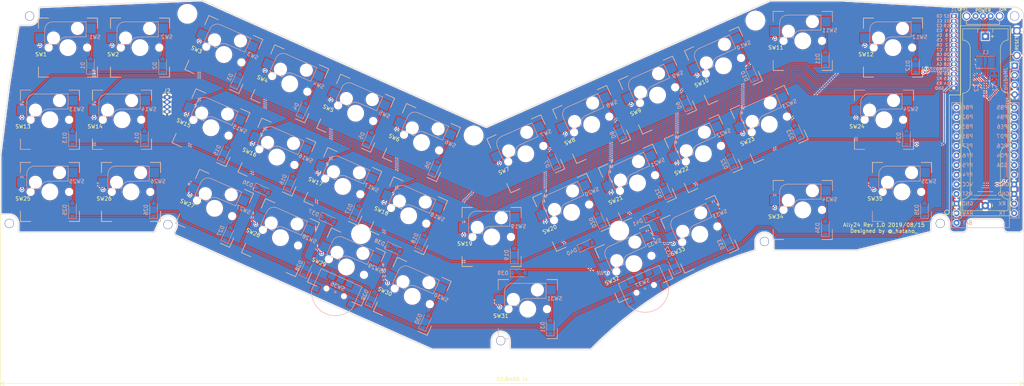
<source format=kicad_pcb>
(kicad_pcb (version 20171130) (host pcbnew "(5.1.2)-2")
  (layers (0 F.Cu signal) (31 B.Cu signal) (34 B.Paste user) (35 F.Paste user) (36 B.SilkS user) (37 F.SilkS user) (38 B.Mask user) (39 F.Mask user) (44 Edge.Cuts user))
  (net 0 "")
  (net 1 R1)
  (net 2 R2)
  (net 3 "Net-(D15-Pad2)")
  (net 4 "Net-(D16-Pad2)")
  (net 5 "Net-(D17-Pad2)")
  (net 6 "Net-(D18-Pad2)")
  (net 7 "Net-(D27-Pad2)")
  (net 8 "Net-(D28-Pad2)")
  (net 9 "Net-(D29-Pad2)")
  (net 10 "Net-(D30-Pad2)")
  (net 11 C0)
  (net 12 C1)
  (net 13 C2)
  (net 14 C3)
  (net 15 C4)
  (net 16 C5)
  (net 17 "Net-(D3-Pad2)")
  (net 18 "Net-(D4-Pad2)")
  (net 19 "Net-(D5-Pad2)")
  (net 20 "Net-(D6-Pad2)")
  (net 21 R0)
  (net 22 "Net-(D36-Pad1)")
  (net 23 "Net-(D37-Pad1)")
  (net 24 "Net-(D38-Pad1)")
  (net 25 R3)
  (net 26 "Net-(D7-Pad2)")
  (net 27 "Net-(D8-Pad2)")
  (net 28 "Net-(D9-Pad2)")
  (net 29 "Net-(D10-Pad2)")
  (net 30 "Net-(D20-Pad2)")
  (net 31 "Net-(D21-Pad2)")
  (net 32 "Net-(D22-Pad2)")
  (net 33 "Net-(D23-Pad2)")
  (net 34 C6)
  (net 35 C7)
  (net 36 C8)
  (net 37 C9)
  (net 38 C10)
  (net 39 "Net-(D32-Pad2)")
  (net 40 "Net-(D33-Pad2)")
  (net 41 "Net-(D39-Pad1)")
  (net 42 "Net-(D40-Pad1)")
  (net 43 "Net-(D41-Pad1)")
  (net 44 GND)
  (net 45 BAT)
  (net 46 "Net-(D11-Pad2)")
  (net 47 "Net-(D12-Pad2)")
  (net 48 "Net-(D13-Pad2)")
  (net 49 "Net-(D14-Pad2)")
  (net 50 "Net-(D19-Pad2)")
  (net 51 "Net-(D24-Pad2)")
  (net 52 "Net-(D25-Pad2)")
  (net 53 "Net-(D26-Pad2)")
  (net 54 "Net-(D31-Pad2)")
  (net 55 RST)
  (net 56 "Net-(BT1-Pad1)")
  (net 57 "Net-(L1-Pad1)")
  (net 58 cell)
  (net 59 "Net-(D1-Pad2)")
  (net 60 "Net-(D2-Pad2)")
  (net 61 SCL)
  (net 62 SDA)
  (net 63 "Net-(D34-Pad2)")
  (net 64 "Net-(D35-Pad2)")
  (net 65 VCC)
  (module cscslib:D_SOD-123 (layer B.Cu) (at 83.459062 64.997387 336)
    (fp_text reference D36 (at -4.167047 0.000004 156) (layer B.SilkS) (effects (justify mirror)))
    (fp_text value D)
    (pad 1 smd rect (at -1.7 0 336) (size 0.9 1.2) (layers B.Cu B.Paste B.Mask) (net 22 "Net-(D36-Pad1)"))
    (pad 2 smd rect (at 1.7 0 336) (size 0.9 1.2) (layers B.Cu B.Paste B.Mask) (net 14 C3))
  )
  (module cscslib:HOLE_M2_TH (layer F.Cu) (at 109.563645 76.619897)
    (fp_text reference H1 hide)
    (fp_text value MountingHole hide)
    (pad "" np_thru_hole circle (at 0 0 90) (size 4.7004 4.7004) (drill 4.7004) (layers *.Cu *.Mask F.SilkS) (clearance 0.3))
  )
  (module cscslib:CPG1511_1.25u (layer F.Cu) (at 252.412302 65.484368)
    (fp_text reference SW35 (at -7.112 1.778 180) (layer F.SilkS))
    (fp_text value SW_Push hide)
    (fp_text user %R (at 7.112 -2.794) (layer B.SilkS) (effects (justify mirror)))
    (pad "" np_thru_hole circle (at -3.81 -2.54) (size 3 3) (drill 3) (layers *.Cu *.Mask))
    (pad "" np_thru_hole circle (at -5.08 0) (size 1.7018 1.7018) (drill 1.7018) (layers *.Cu *.Mask))
    (pad "" np_thru_hole circle (at 5.08 0) (size 1.7018 1.7018) (drill 1.7018) (layers *.Cu *.Mask))
    (pad "" np_thru_hole circle (at 2.54 -5.08) (size 3 3) (drill 3) (layers *.Cu *.Mask))
    (pad "" np_thru_hole circle (at 0 0) (size 3.9878 3.9878) (drill 3.9878) (layers *.Cu *.Mask))
    (pad 1 smd rect (at -7.385 -2.54) (size 2.55 2.5) (layers B.Cu B.Paste B.Mask) (net 38 C10))
    (pad 2 smd rect (at 6.115 -5.08 180) (size 2.55 2.5) (layers B.Cu B.Paste B.Mask) (net 64 "Net-(D35-Pad2)"))
  )
  (module cscslib:CPG1511_1.25u (layer F.Cu) (at 27.384366 65.484368)
    (fp_text reference SW25 (at -7.112 1.778 180) (layer F.SilkS))
    (fp_text value SW_Push hide)
    (fp_text user %R (at 7.112 -2.794) (layer B.SilkS) (effects (justify mirror)))
    (pad "" np_thru_hole circle (at -3.81 -2.54) (size 3 3) (drill 3) (layers *.Cu *.Mask))
    (pad "" np_thru_hole circle (at -5.08 0) (size 1.7018 1.7018) (drill 1.7018) (layers *.Cu *.Mask))
    (pad "" np_thru_hole circle (at 5.08 0) (size 1.7018 1.7018) (drill 1.7018) (layers *.Cu *.Mask))
    (pad "" np_thru_hole circle (at 2.54 -5.08) (size 3 3) (drill 3) (layers *.Cu *.Mask))
    (pad "" np_thru_hole circle (at 0 0) (size 3.9878 3.9878) (drill 3.9878) (layers *.Cu *.Mask))
    (pad 1 smd rect (at -7.385 -2.54) (size 2.55 2.5) (layers B.Cu B.Paste B.Mask) (net 11 C0))
    (pad 2 smd rect (at 6.115 -5.08 180) (size 2.55 2.5) (layers B.Cu B.Paste B.Mask) (net 52 "Net-(D25-Pad2)"))
  )
  (module cscslib:CPG1511_1.75u (layer F.Cu) (at 153.590511 96.440592)
    (fp_text reference SW31 (at -7.112 1.778 180) (layer F.SilkS))
    (fp_text value SW_Push hide)
    (fp_text user %R (at 7.112 -2.794) (layer B.SilkS) (effects (justify mirror)))
    (pad "" np_thru_hole circle (at -3.81 -2.54) (size 3 3) (drill 3) (layers *.Cu *.Mask))
    (pad "" np_thru_hole circle (at -5.08 0) (size 1.7018 1.7018) (drill 1.7018) (layers *.Cu *.Mask))
    (pad "" np_thru_hole circle (at 5.08 0) (size 1.7018 1.7018) (drill 1.7018) (layers *.Cu *.Mask))
    (pad "" np_thru_hole circle (at 2.54 -5.08) (size 3 3) (drill 3) (layers *.Cu *.Mask))
    (pad "" np_thru_hole circle (at 0 0) (size 3.9878 3.9878) (drill 3.9878) (layers *.Cu *.Mask))
    (pad 1 smd rect (at -7.385 -2.54) (size 2.55 2.5) (layers B.Cu B.Paste B.Mask) (net 34 C6))
    (pad 2 smd rect (at 6.115 -5.08 180) (size 2.55 2.5) (layers B.Cu B.Paste B.Mask) (net 54 "Net-(D31-Pad2)"))
  )
  (module cscslib:CPG1511_1.75u (layer F.Cu) (at 247.649806 46.434384)
    (fp_text reference SW24 (at -7.112 1.778 180) (layer F.SilkS))
    (fp_text value SW_Push hide)
    (fp_text user %R (at 7.112 -2.794) (layer B.SilkS) (effects (justify mirror)))
    (pad "" np_thru_hole circle (at -3.81 -2.54) (size 3 3) (drill 3) (layers *.Cu *.Mask))
    (pad "" np_thru_hole circle (at -5.08 0) (size 1.7018 1.7018) (drill 1.7018) (layers *.Cu *.Mask))
    (pad "" np_thru_hole circle (at 5.08 0) (size 1.7018 1.7018) (drill 1.7018) (layers *.Cu *.Mask))
    (pad "" np_thru_hole circle (at 2.54 -5.08) (size 3 3) (drill 3) (layers *.Cu *.Mask))
    (pad "" np_thru_hole circle (at 0 0) (size 3.9878 3.9878) (drill 3.9878) (layers *.Cu *.Mask))
    (pad 1 smd rect (at -7.385 -2.54) (size 2.55 2.5) (layers B.Cu B.Paste B.Mask) (net 38 C10))
    (pad 2 smd rect (at 6.115 -5.08 180) (size 2.55 2.5) (layers B.Cu B.Paste B.Mask) (net 51 "Net-(D24-Pad2)"))
  )
  (module cscslib:CPG1511_1.5u (layer F.Cu) (at 226.218573 70.246865)
    (fp_text reference SW34 (at -7.112 1.778 180) (layer F.SilkS))
    (fp_text value SW_Push hide)
    (fp_text user %R (at 7.112 -2.794 180) (layer B.SilkS) (effects (justify mirror)))
    (pad "" np_thru_hole circle (at -3.81 -2.54) (size 3 3) (drill 3) (layers *.Cu *.Mask))
    (pad "" np_thru_hole circle (at -5.08 0) (size 1.7018 1.7018) (drill 1.7018) (layers *.Cu *.Mask))
    (pad "" np_thru_hole circle (at 5.08 0) (size 1.7018 1.7018) (drill 1.7018) (layers *.Cu *.Mask))
    (pad "" np_thru_hole circle (at 2.54 -5.08) (size 3 3) (drill 3) (layers *.Cu *.Mask))
    (pad "" np_thru_hole circle (at 0 0) (size 3.9878 3.9878) (drill 3.9878) (layers *.Cu *.Mask))
    (pad 1 smd rect (at -7.385 -2.54) (size 2.55 2.5) (layers B.Cu B.Paste B.Mask) (net 37 C9))
    (pad 2 smd rect (at 6.115 -5.08 180) (size 2.55 2.5) (layers B.Cu B.Paste B.Mask) (net 63 "Net-(D34-Pad2)"))
  )
  (module cscslib:CPG1511_1.5u (layer F.Cu) (at 250.031053 27.3844)
    (fp_text reference SW12 (at -7.112 1.778 180) (layer F.SilkS))
    (fp_text value SW_Push hide)
    (fp_text user %R (at 7.112 -2.794 180) (layer B.SilkS) (effects (justify mirror)))
    (pad "" np_thru_hole circle (at -3.81 -2.54) (size 3 3) (drill 3) (layers *.Cu *.Mask))
    (pad "" np_thru_hole circle (at -5.08 0) (size 1.7018 1.7018) (drill 1.7018) (layers *.Cu *.Mask))
    (pad "" np_thru_hole circle (at 5.08 0) (size 1.7018 1.7018) (drill 1.7018) (layers *.Cu *.Mask))
    (pad "" np_thru_hole circle (at 2.54 -5.08) (size 3 3) (drill 3) (layers *.Cu *.Mask))
    (pad "" np_thru_hole circle (at 0 0) (size 3.9878 3.9878) (drill 3.9878) (layers *.Cu *.Mask))
    (pad 1 smd rect (at -7.385 -2.54) (size 2.55 2.5) (layers B.Cu B.Paste B.Mask) (net 37 C9))
    (pad 2 smd rect (at 6.115 -5.08 180) (size 2.55 2.5) (layers B.Cu B.Paste B.Mask) (net 47 "Net-(D12-Pad2)"))
  )
  (module cscslib:CPG1511_1u (layer F.Cu) (at 226.218574 25.598464)
    (fp_text reference SW11 (at -7.112 1.778 180) (layer F.SilkS))
    (fp_text value SW_Push hide)
    (fp_text user %R (at 7.112 -2.794) (layer B.SilkS) (effects (justify mirror)))
    (pad "" np_thru_hole circle (at -3.81 -2.54) (size 3 3) (drill 3) (layers *.Cu *.Mask))
    (pad "" np_thru_hole circle (at -5.08 0) (size 1.7018 1.7018) (drill 1.7018) (layers *.Cu *.Mask))
    (pad "" np_thru_hole circle (at 5.08 0) (size 1.7018 1.7018) (drill 1.7018) (layers *.Cu *.Mask))
    (pad "" np_thru_hole circle (at 2.54 -5.08) (size 3 3) (drill 3) (layers *.Cu *.Mask))
    (pad "" np_thru_hole circle (at 0 0) (size 3.9878 3.9878) (drill 3.9878) (layers *.Cu *.Mask))
    (pad 1 smd rect (at -7.385 -2.54) (size 2.55 2.5) (layers B.Cu B.Paste B.Mask) (net 38 C10))
    (pad 2 smd rect (at 6.115 -5.08 180) (size 2.55 2.5) (layers B.Cu B.Paste B.Mask) (net 46 "Net-(D11-Pad2)"))
  )
  (module cscslib:CPG1511_1u (layer F.Cu) (at 27.384366 46.434384)
    (fp_text reference SW13 (at -7.112 1.778 180) (layer F.SilkS))
    (fp_text value SW_Push hide)
    (fp_text user %R (at 7.112 -2.794) (layer B.SilkS) (effects (justify mirror)))
    (pad "" np_thru_hole circle (at -3.81 -2.54) (size 3 3) (drill 3) (layers *.Cu *.Mask))
    (pad "" np_thru_hole circle (at -5.08 0) (size 1.7018 1.7018) (drill 1.7018) (layers *.Cu *.Mask))
    (pad "" np_thru_hole circle (at 5.08 0) (size 1.7018 1.7018) (drill 1.7018) (layers *.Cu *.Mask))
    (pad "" np_thru_hole circle (at 2.54 -5.08) (size 3 3) (drill 3) (layers *.Cu *.Mask))
    (pad "" np_thru_hole circle (at 0 0) (size 3.9878 3.9878) (drill 3.9878) (layers *.Cu *.Mask))
    (pad 1 smd rect (at -7.385 -2.54) (size 2.55 2.5) (layers B.Cu B.Paste B.Mask) (net 11 C0))
    (pad 2 smd rect (at 6.115 -5.08 180) (size 2.55 2.5) (layers B.Cu B.Paste B.Mask) (net 48 "Net-(D13-Pad2)"))
  )
  (module cscslib:CPG1511_1u (layer F.Cu) (at 123.092338 93.069656 336)
    (fp_text reference SW30 (at -7.112 1.778 336) (layer F.SilkS))
    (fp_text value SW_Push hide)
    (fp_text user %R (at 7.112 -2.794 156) (layer B.SilkS) (effects (justify mirror)))
    (pad "" np_thru_hole circle (at -3.81 -2.54 336) (size 3 3) (drill 3) (layers *.Cu *.Mask))
    (pad "" np_thru_hole circle (at -5.08 0 336) (size 1.7018 1.7018) (drill 1.7018) (layers *.Cu *.Mask))
    (pad "" np_thru_hole circle (at 5.08 0 336) (size 1.7018 1.7018) (drill 1.7018) (layers *.Cu *.Mask))
    (pad "" np_thru_hole circle (at 2.54 -5.08 336) (size 3 3) (drill 3) (layers *.Cu *.Mask))
    (pad "" np_thru_hole circle (at 0 0 336) (size 3.9878 3.9878) (drill 3.9878) (layers *.Cu *.Mask))
    (pad 1 smd rect (at -7.385 -2.54 336) (size 2.55 2.5) (layers B.Cu B.Paste B.Mask) (net 16 C5))
    (pad 2 smd rect (at 6.115 -5.08 156) (size 2.55 2.5) (layers B.Cu B.Paste B.Mask) (net 10 "Net-(D30-Pad2)"))
  )
  (module cscslib:CPG1511_1u (layer F.Cu) (at 105.689469 85.321697 336)
    (fp_text reference SW29 (at -7.112 1.778 336) (layer F.SilkS))
    (fp_text value SW_Push hide)
    (fp_text user %R (at 7.112 -2.794 156) (layer B.SilkS) (effects (justify mirror)))
    (pad "" np_thru_hole circle (at -3.81 -2.54 336) (size 3 3) (drill 3) (layers *.Cu *.Mask))
    (pad "" np_thru_hole circle (at -5.08 0 336) (size 1.7018 1.7018) (drill 1.7018) (layers *.Cu *.Mask))
    (pad "" np_thru_hole circle (at 5.08 0 336) (size 1.7018 1.7018) (drill 1.7018) (layers *.Cu *.Mask))
    (pad "" np_thru_hole circle (at 2.54 -5.08 336) (size 3 3) (drill 3) (layers *.Cu *.Mask))
    (pad "" np_thru_hole circle (at 0 0 336) (size 3.9878 3.9878) (drill 3.9878) (layers *.Cu *.Mask))
    (pad 1 smd rect (at -7.385 -2.54 336) (size 2.55 2.5) (layers B.Cu B.Paste B.Mask) (net 15 C4))
    (pad 2 smd rect (at 6.115 -5.08 156) (size 2.55 2.5) (layers B.Cu B.Paste B.Mask) (net 9 "Net-(D29-Pad2)"))
  )
  (module cscslib:CPG1511_1u (layer F.Cu) (at 88.286414 77.573357 336)
    (fp_text reference SW28 (at -7.112 1.778 336) (layer F.SilkS))
    (fp_text value SW_Push hide)
    (fp_text user %R (at 7.112 -2.794 156) (layer B.SilkS) (effects (justify mirror)))
    (pad "" np_thru_hole circle (at -3.81 -2.54 336) (size 3 3) (drill 3) (layers *.Cu *.Mask))
    (pad "" np_thru_hole circle (at -5.08 0 336) (size 1.7018 1.7018) (drill 1.7018) (layers *.Cu *.Mask))
    (pad "" np_thru_hole circle (at 5.08 0 336) (size 1.7018 1.7018) (drill 1.7018) (layers *.Cu *.Mask))
    (pad "" np_thru_hole circle (at 2.54 -5.08 336) (size 3 3) (drill 3) (layers *.Cu *.Mask))
    (pad "" np_thru_hole circle (at 0 0 336) (size 3.9878 3.9878) (drill 3.9878) (layers *.Cu *.Mask))
    (pad 1 smd rect (at -7.385 -2.54 336) (size 2.55 2.5) (layers B.Cu B.Paste B.Mask) (net 14 C3))
    (pad 2 smd rect (at 6.115 -5.08 156) (size 2.55 2.5) (layers B.Cu B.Paste B.Mask) (net 8 "Net-(D28-Pad2)"))
  )
  (module cscslib:CPG1511_1u (layer F.Cu) (at 70.883359 69.825018 336)
    (fp_text reference SW27 (at -7.112 1.778 336) (layer F.SilkS))
    (fp_text value SW_Push hide)
    (fp_text user %R (at 7.112 -2.794 156) (layer B.SilkS) (effects (justify mirror)))
    (pad "" np_thru_hole circle (at -3.81 -2.54 336) (size 3 3) (drill 3) (layers *.Cu *.Mask))
    (pad "" np_thru_hole circle (at -5.08 0 336) (size 1.7018 1.7018) (drill 1.7018) (layers *.Cu *.Mask))
    (pad "" np_thru_hole circle (at 5.08 0 336) (size 1.7018 1.7018) (drill 1.7018) (layers *.Cu *.Mask))
    (pad "" np_thru_hole circle (at 2.54 -5.08 336) (size 3 3) (drill 3) (layers *.Cu *.Mask))
    (pad "" np_thru_hole circle (at 0 0 336) (size 3.9878 3.9878) (drill 3.9878) (layers *.Cu *.Mask))
    (pad 1 smd rect (at -7.385 -2.54 336) (size 2.55 2.5) (layers B.Cu B.Paste B.Mask) (net 13 C2))
    (pad 2 smd rect (at 6.115 -5.08 156) (size 2.55 2.5) (layers B.Cu B.Paste B.Mask) (net 7 "Net-(D27-Pad2)"))
  )
  (module cscslib:CPG1511_1u (layer F.Cu) (at 122.139152 71.792466 336)
    (fp_text reference SW18 (at -7.112 1.778 336) (layer F.SilkS))
    (fp_text value SW_Push hide)
    (fp_text user %R (at 7.112 -2.794 156) (layer B.SilkS) (effects (justify mirror)))
    (pad "" np_thru_hole circle (at -3.81 -2.54 336) (size 3 3) (drill 3) (layers *.Cu *.Mask))
    (pad "" np_thru_hole circle (at -5.08 0 336) (size 1.7018 1.7018) (drill 1.7018) (layers *.Cu *.Mask))
    (pad "" np_thru_hole circle (at 5.08 0 336) (size 1.7018 1.7018) (drill 1.7018) (layers *.Cu *.Mask))
    (pad "" np_thru_hole circle (at 2.54 -5.08 336) (size 3 3) (drill 3) (layers *.Cu *.Mask))
    (pad "" np_thru_hole circle (at 0 0 336) (size 3.9878 3.9878) (drill 3.9878) (layers *.Cu *.Mask))
    (pad 1 smd rect (at -7.385 -2.54 336) (size 2.55 2.5) (layers B.Cu B.Paste B.Mask) (net 16 C5))
    (pad 2 smd rect (at 6.115 -5.08 156) (size 2.55 2.5) (layers B.Cu B.Paste B.Mask) (net 6 "Net-(D18-Pad2)"))
  )
  (module cscslib:CPG1511_1u (layer F.Cu) (at 104.736283 64.044472 336)
    (fp_text reference SW17 (at -7.112 1.778 336) (layer F.SilkS))
    (fp_text value SW_Push hide)
    (fp_text user %R (at 7.112 -2.794 156) (layer B.SilkS) (effects (justify mirror)))
    (pad "" np_thru_hole circle (at -3.81 -2.54 336) (size 3 3) (drill 3) (layers *.Cu *.Mask))
    (pad "" np_thru_hole circle (at -5.08 0 336) (size 1.7018 1.7018) (drill 1.7018) (layers *.Cu *.Mask))
    (pad "" np_thru_hole circle (at 5.08 0 336) (size 1.7018 1.7018) (drill 1.7018) (layers *.Cu *.Mask))
    (pad "" np_thru_hole circle (at 2.54 -5.08 336) (size 3 3) (drill 3) (layers *.Cu *.Mask))
    (pad "" np_thru_hole circle (at 0 0 336) (size 3.9878 3.9878) (drill 3.9878) (layers *.Cu *.Mask))
    (pad 1 smd rect (at -7.385 -2.54 336) (size 2.55 2.5) (layers B.Cu B.Paste B.Mask) (net 15 C4))
    (pad 2 smd rect (at 6.115 -5.08 156) (size 2.55 2.5) (layers B.Cu B.Paste B.Mask) (net 5 "Net-(D17-Pad2)"))
  )
  (module cscslib:CPG1511_1u (layer F.Cu) (at 87.333226 56.296132 336)
    (fp_text reference SW16 (at -7.112 1.778 336) (layer F.SilkS))
    (fp_text value SW_Push hide)
    (fp_text user %R (at 7.112 -2.794 156) (layer B.SilkS) (effects (justify mirror)))
    (pad "" np_thru_hole circle (at -3.81 -2.54 336) (size 3 3) (drill 3) (layers *.Cu *.Mask))
    (pad "" np_thru_hole circle (at -5.08 0 336) (size 1.7018 1.7018) (drill 1.7018) (layers *.Cu *.Mask))
    (pad "" np_thru_hole circle (at 5.08 0 336) (size 1.7018 1.7018) (drill 1.7018) (layers *.Cu *.Mask))
    (pad "" np_thru_hole circle (at 2.54 -5.08 336) (size 3 3) (drill 3) (layers *.Cu *.Mask))
    (pad "" np_thru_hole circle (at 0 0 336) (size 3.9878 3.9878) (drill 3.9878) (layers *.Cu *.Mask))
    (pad 1 smd rect (at -7.385 -2.54 336) (size 2.55 2.5) (layers B.Cu B.Paste B.Mask) (net 14 C3))
    (pad 2 smd rect (at 6.115 -5.08 156) (size 2.55 2.5) (layers B.Cu B.Paste B.Mask) (net 4 "Net-(D16-Pad2)"))
  )
  (module cscslib:CPG1511_1u (layer F.Cu) (at 69.93017 48.547793 336)
    (fp_text reference SW15 (at -7.112 1.778 336) (layer F.SilkS))
    (fp_text value SW_Push hide)
    (fp_text user %R (at 7.112 -2.794 156) (layer B.SilkS) (effects (justify mirror)))
    (pad "" np_thru_hole circle (at -3.81 -2.54 336) (size 3 3) (drill 3) (layers *.Cu *.Mask))
    (pad "" np_thru_hole circle (at -5.08 0 336) (size 1.7018 1.7018) (drill 1.7018) (layers *.Cu *.Mask))
    (pad "" np_thru_hole circle (at 5.08 0 336) (size 1.7018 1.7018) (drill 1.7018) (layers *.Cu *.Mask))
    (pad "" np_thru_hole circle (at 2.54 -5.08 336) (size 3 3) (drill 3) (layers *.Cu *.Mask))
    (pad "" np_thru_hole circle (at 0 0 336) (size 3.9878 3.9878) (drill 3.9878) (layers *.Cu *.Mask))
    (pad 1 smd rect (at -7.385 -2.54 336) (size 2.55 2.5) (layers B.Cu B.Paste B.Mask) (net 13 C2))
    (pad 2 smd rect (at 6.115 -5.08 156) (size 2.55 2.5) (layers B.Cu B.Paste B.Mask) (net 3 "Net-(D15-Pad2)"))
  )
  (module cscslib:CPG1511_1u (layer F.Cu) (at 125.536913 52.452671 336)
    (fp_text reference SW6 (at -7.112 1.778 336) (layer F.SilkS))
    (fp_text value SW_Push hide)
    (fp_text user %R (at 7.112 -2.794 156) (layer B.SilkS) (effects (justify mirror)))
    (pad "" np_thru_hole circle (at -3.81 -2.54 336) (size 3 3) (drill 3) (layers *.Cu *.Mask))
    (pad "" np_thru_hole circle (at -5.08 0 336) (size 1.7018 1.7018) (drill 1.7018) (layers *.Cu *.Mask))
    (pad "" np_thru_hole circle (at 5.08 0 336) (size 1.7018 1.7018) (drill 1.7018) (layers *.Cu *.Mask))
    (pad "" np_thru_hole circle (at 2.54 -5.08 336) (size 3 3) (drill 3) (layers *.Cu *.Mask))
    (pad "" np_thru_hole circle (at 0 0 336) (size 3.9878 3.9878) (drill 3.9878) (layers *.Cu *.Mask))
    (pad 1 smd rect (at -7.385 -2.54 336) (size 2.55 2.5) (layers B.Cu B.Paste B.Mask) (net 16 C5))
    (pad 2 smd rect (at 6.115 -5.08 156) (size 2.55 2.5) (layers B.Cu B.Paste B.Mask) (net 20 "Net-(D6-Pad2)"))
  )
  (module cscslib:CPG1511_1u (layer F.Cu) (at 108.133858 44.704331 336)
    (fp_text reference SW5 (at -7.112 1.778 336) (layer F.SilkS))
    (fp_text value SW_Push hide)
    (fp_text user %R (at 7.112 -2.794 156) (layer B.SilkS) (effects (justify mirror)))
    (pad "" np_thru_hole circle (at -3.81 -2.54 336) (size 3 3) (drill 3) (layers *.Cu *.Mask))
    (pad "" np_thru_hole circle (at -5.08 0 336) (size 1.7018 1.7018) (drill 1.7018) (layers *.Cu *.Mask))
    (pad "" np_thru_hole circle (at 5.08 0 336) (size 1.7018 1.7018) (drill 1.7018) (layers *.Cu *.Mask))
    (pad "" np_thru_hole circle (at 2.54 -5.08 336) (size 3 3) (drill 3) (layers *.Cu *.Mask))
    (pad "" np_thru_hole circle (at 0 0 336) (size 3.9878 3.9878) (drill 3.9878) (layers *.Cu *.Mask))
    (pad 1 smd rect (at -7.385 -2.54 336) (size 2.55 2.5) (layers B.Cu B.Paste B.Mask) (net 15 C4))
    (pad 2 smd rect (at 6.115 -5.08 156) (size 2.55 2.5) (layers B.Cu B.Paste B.Mask) (net 19 "Net-(D5-Pad2)"))
  )
  (module cscslib:CPG1511_1u (layer F.Cu) (at 90.730802 36.955992 336)
    (fp_text reference SW4 (at -7.112 1.778 336) (layer F.SilkS))
    (fp_text value SW_Push hide)
    (fp_text user %R (at 7.112 -2.794 156) (layer B.SilkS) (effects (justify mirror)))
    (pad "" np_thru_hole circle (at -3.81 -2.54 336) (size 3 3) (drill 3) (layers *.Cu *.Mask))
    (pad "" np_thru_hole circle (at -5.08 0 336) (size 1.7018 1.7018) (drill 1.7018) (layers *.Cu *.Mask))
    (pad "" np_thru_hole circle (at 5.08 0 336) (size 1.7018 1.7018) (drill 1.7018) (layers *.Cu *.Mask))
    (pad "" np_thru_hole circle (at 2.54 -5.08 336) (size 3 3) (drill 3) (layers *.Cu *.Mask))
    (pad "" np_thru_hole circle (at 0 0 336) (size 3.9878 3.9878) (drill 3.9878) (layers *.Cu *.Mask))
    (pad 1 smd rect (at -7.385 -2.54 336) (size 2.55 2.5) (layers B.Cu B.Paste B.Mask) (net 14 C3))
    (pad 2 smd rect (at 6.115 -5.08 156) (size 2.55 2.5) (layers B.Cu B.Paste B.Mask) (net 18 "Net-(D4-Pad2)"))
  )
  (module cscslib:CPG1511_1u (layer F.Cu) (at 73.327746 29.207652 336)
    (fp_text reference SW3 (at -7.112 1.778 336) (layer F.SilkS))
    (fp_text value SW_Push hide)
    (fp_text user %R (at 7.112 -2.794 156) (layer B.SilkS) (effects (justify mirror)))
    (pad "" np_thru_hole circle (at -3.81 -2.54 336) (size 3 3) (drill 3) (layers *.Cu *.Mask))
    (pad "" np_thru_hole circle (at -5.08 0 336) (size 1.7018 1.7018) (drill 1.7018) (layers *.Cu *.Mask))
    (pad "" np_thru_hole circle (at 5.08 0 336) (size 1.7018 1.7018) (drill 1.7018) (layers *.Cu *.Mask))
    (pad "" np_thru_hole circle (at 2.54 -5.08 336) (size 3 3) (drill 3) (layers *.Cu *.Mask))
    (pad "" np_thru_hole circle (at 0 0 336) (size 3.9878 3.9878) (drill 3.9878) (layers *.Cu *.Mask))
    (pad 1 smd rect (at -7.385 -2.54 336) (size 2.55 2.5) (layers B.Cu B.Paste B.Mask) (net 13 C2))
    (pad 2 smd rect (at 6.115 -5.08 156) (size 2.55 2.5) (layers B.Cu B.Paste B.Mask) (net 17 "Net-(D3-Pad2)"))
  )
  (module cscslib:CPG1511_1u (layer F.Cu) (at 187.875823 39.932293 24)
    (fp_text reference SW9 (at -7.112 1.778 204) (layer F.SilkS))
    (fp_text value SW_Push hide)
    (fp_text user %R (at 7.112 -2.794 24) (layer B.SilkS) (effects (justify mirror)))
    (pad "" np_thru_hole circle (at -3.81 -2.54 24) (size 3 3) (drill 3) (layers *.Cu *.Mask))
    (pad "" np_thru_hole circle (at -5.08 0 24) (size 1.7018 1.7018) (drill 1.7018) (layers *.Cu *.Mask))
    (pad "" np_thru_hole circle (at 5.08 0 24) (size 1.7018 1.7018) (drill 1.7018) (layers *.Cu *.Mask))
    (pad "" np_thru_hole circle (at 2.54 -5.08 24) (size 3 3) (drill 3) (layers *.Cu *.Mask))
    (pad "" np_thru_hole circle (at 0 0 24) (size 3.9878 3.9878) (drill 3.9878) (layers *.Cu *.Mask))
    (pad 1 smd rect (at -7.385 -2.54 24) (size 2.55 2.5) (layers B.Cu B.Paste B.Mask) (net 36 C8))
    (pad 2 smd rect (at 6.115 -5.08 204) (size 2.55 2.5) (layers B.Cu B.Paste B.Mask) (net 28 "Net-(D9-Pad2)"))
  )
  (module cscslib:CPG1511_1u (layer F.Cu) (at 199.021851 76.675439 24)
    (fp_text reference SW33 (at -7.112 1.778 204) (layer F.SilkS))
    (fp_text value SW_Push hide)
    (fp_text user %R (at 7.112 -2.794 24) (layer B.SilkS) (effects (justify mirror)))
    (pad "" np_thru_hole circle (at -3.81 -2.54 24) (size 3 3) (drill 3) (layers *.Cu *.Mask))
    (pad "" np_thru_hole circle (at -5.08 0 24) (size 1.7018 1.7018) (drill 1.7018) (layers *.Cu *.Mask))
    (pad "" np_thru_hole circle (at 5.08 0 24) (size 1.7018 1.7018) (drill 1.7018) (layers *.Cu *.Mask))
    (pad "" np_thru_hole circle (at 2.54 -5.08 24) (size 3 3) (drill 3) (layers *.Cu *.Mask))
    (pad "" np_thru_hole circle (at 0 0 24) (size 3.9878 3.9878) (drill 3.9878) (layers *.Cu *.Mask))
    (pad 1 smd rect (at -7.385 -2.54 24) (size 2.55 2.5) (layers B.Cu B.Paste B.Mask) (net 36 C8))
    (pad 2 smd rect (at 6.115 -5.08 204) (size 2.55 2.5) (layers B.Cu B.Paste B.Mask) (net 40 "Net-(D33-Pad2)"))
  )
  (module cscslib:CPG1511_1u (layer F.Cu) (at 181.618825 84.423766 24)
    (fp_text reference SW32 (at -7.112 1.778 204) (layer F.SilkS))
    (fp_text value SW_Push hide)
    (fp_text user %R (at 7.112 -2.794 24) (layer B.SilkS) (effects (justify mirror)))
    (pad "" np_thru_hole circle (at -3.81 -2.54 24) (size 3 3) (drill 3) (layers *.Cu *.Mask))
    (pad "" np_thru_hole circle (at -5.08 0 24) (size 1.7018 1.7018) (drill 1.7018) (layers *.Cu *.Mask))
    (pad "" np_thru_hole circle (at 5.08 0 24) (size 1.7018 1.7018) (drill 1.7018) (layers *.Cu *.Mask))
    (pad "" np_thru_hole circle (at 2.54 -5.08 24) (size 3 3) (drill 3) (layers *.Cu *.Mask))
    (pad "" np_thru_hole circle (at 0 0 24) (size 3.9878 3.9878) (drill 3.9878) (layers *.Cu *.Mask))
    (pad 1 smd rect (at -7.385 -2.54 24) (size 2.55 2.5) (layers B.Cu B.Paste B.Mask) (net 35 C7))
    (pad 2 smd rect (at 6.115 -5.08 204) (size 2.55 2.5) (layers B.Cu B.Paste B.Mask) (net 39 "Net-(D32-Pad2)"))
  )
  (module cscslib:CPG1511_1u (layer F.Cu) (at 217.378051 47.649894 24)
    (fp_text reference SW23 (at -7.112 1.778 204) (layer F.SilkS))
    (fp_text value SW_Push hide)
    (fp_text user %R (at 7.112 -2.794 24) (layer B.SilkS) (effects (justify mirror)))
    (pad "" np_thru_hole circle (at -3.81 -2.54 24) (size 3 3) (drill 3) (layers *.Cu *.Mask))
    (pad "" np_thru_hole circle (at -5.08 0 24) (size 1.7018 1.7018) (drill 1.7018) (layers *.Cu *.Mask))
    (pad "" np_thru_hole circle (at 5.08 0 24) (size 1.7018 1.7018) (drill 1.7018) (layers *.Cu *.Mask))
    (pad "" np_thru_hole circle (at 2.54 -5.08 24) (size 3 3) (drill 3) (layers *.Cu *.Mask))
    (pad "" np_thru_hole circle (at 0 0 24) (size 3.9878 3.9878) (drill 3.9878) (layers *.Cu *.Mask))
    (pad 1 smd rect (at -7.385 -2.54 24) (size 2.55 2.5) (layers B.Cu B.Paste B.Mask) (net 38 C10))
    (pad 2 smd rect (at 6.115 -5.08 204) (size 2.55 2.5) (layers B.Cu B.Paste B.Mask) (net 33 "Net-(D23-Pad2)"))
  )
  (module cscslib:CPG1511_1u (layer F.Cu) (at 199.975029 55.398231 24)
    (fp_text reference SW22 (at -7.112 1.778 204) (layer F.SilkS))
    (fp_text value SW_Push hide)
    (fp_text user %R (at 7.112 -2.794 24) (layer B.SilkS) (effects (justify mirror)))
    (pad "" np_thru_hole circle (at -3.81 -2.54 24) (size 3 3) (drill 3) (layers *.Cu *.Mask))
    (pad "" np_thru_hole circle (at -5.08 0 24) (size 1.7018 1.7018) (drill 1.7018) (layers *.Cu *.Mask))
    (pad "" np_thru_hole circle (at 5.08 0 24) (size 1.7018 1.7018) (drill 1.7018) (layers *.Cu *.Mask))
    (pad "" np_thru_hole circle (at 2.54 -5.08 24) (size 3 3) (drill 3) (layers *.Cu *.Mask))
    (pad "" np_thru_hole circle (at 0 0 24) (size 3.9878 3.9878) (drill 3.9878) (layers *.Cu *.Mask))
    (pad 1 smd rect (at -7.385 -2.54 24) (size 2.55 2.5) (layers B.Cu B.Paste B.Mask) (net 37 C9))
    (pad 2 smd rect (at 6.115 -5.08 204) (size 2.55 2.5) (layers B.Cu B.Paste B.Mask) (net 32 "Net-(D22-Pad2)"))
  )
  (module cscslib:CPG1511_1u (layer F.Cu) (at 182.572003 63.146558 24)
    (fp_text reference SW21 (at -7.112 1.778 204) (layer F.SilkS))
    (fp_text value SW_Push hide)
    (fp_text user %R (at 7.112 -2.794 24) (layer B.SilkS) (effects (justify mirror)))
    (pad "" np_thru_hole circle (at -3.81 -2.54 24) (size 3 3) (drill 3) (layers *.Cu *.Mask))
    (pad "" np_thru_hole circle (at -5.08 0 24) (size 1.7018 1.7018) (drill 1.7018) (layers *.Cu *.Mask))
    (pad "" np_thru_hole circle (at 5.08 0 24) (size 1.7018 1.7018) (drill 1.7018) (layers *.Cu *.Mask))
    (pad "" np_thru_hole circle (at 2.54 -5.08 24) (size 3 3) (drill 3) (layers *.Cu *.Mask))
    (pad "" np_thru_hole circle (at 0 0 24) (size 3.9878 3.9878) (drill 3.9878) (layers *.Cu *.Mask))
    (pad 1 smd rect (at -7.385 -2.54 24) (size 2.55 2.5) (layers B.Cu B.Paste B.Mask) (net 36 C8))
    (pad 2 smd rect (at 6.115 -5.08 204) (size 2.55 2.5) (layers B.Cu B.Paste B.Mask) (net 31 "Net-(D21-Pad2)"))
  )
  (module cscslib:CPG1511_1u (layer F.Cu) (at 165.168972 70.894873 24)
    (fp_text reference SW20 (at -7.112 1.778 204) (layer F.SilkS))
    (fp_text value SW_Push hide)
    (fp_text user %R (at 7.112 -2.794 24) (layer B.SilkS) (effects (justify mirror)))
    (pad "" np_thru_hole circle (at -3.81 -2.54 24) (size 3 3) (drill 3) (layers *.Cu *.Mask))
    (pad "" np_thru_hole circle (at -5.08 0 24) (size 1.7018 1.7018) (drill 1.7018) (layers *.Cu *.Mask))
    (pad "" np_thru_hole circle (at 5.08 0 24) (size 1.7018 1.7018) (drill 1.7018) (layers *.Cu *.Mask))
    (pad "" np_thru_hole circle (at 2.54 -5.08 24) (size 3 3) (drill 3) (layers *.Cu *.Mask))
    (pad "" np_thru_hole circle (at 0 0 24) (size 3.9878 3.9878) (drill 3.9878) (layers *.Cu *.Mask))
    (pad 1 smd rect (at -7.385 -2.54 24) (size 2.55 2.5) (layers B.Cu B.Paste B.Mask) (net 35 C7))
    (pad 2 smd rect (at 6.115 -5.08 204) (size 2.55 2.5) (layers B.Cu B.Paste B.Mask) (net 30 "Net-(D20-Pad2)"))
  )
  (module cscslib:CPG1511_1u (layer F.Cu) (at 205.278879 32.183954 24)
    (fp_text reference SW10 (at -7.112 1.778 204) (layer F.SilkS))
    (fp_text value SW_Push hide)
    (fp_text user %R (at 7.112 -2.794 24) (layer B.SilkS) (effects (justify mirror)))
    (pad "" np_thru_hole circle (at -3.81 -2.54 24) (size 3 3) (drill 3) (layers *.Cu *.Mask))
    (pad "" np_thru_hole circle (at -5.08 0 24) (size 1.7018 1.7018) (drill 1.7018) (layers *.Cu *.Mask))
    (pad "" np_thru_hole circle (at 5.08 0 24) (size 1.7018 1.7018) (drill 1.7018) (layers *.Cu *.Mask))
    (pad "" np_thru_hole circle (at 2.54 -5.08 24) (size 3 3) (drill 3) (layers *.Cu *.Mask))
    (pad "" np_thru_hole circle (at 0 0 24) (size 3.9878 3.9878) (drill 3.9878) (layers *.Cu *.Mask))
    (pad 1 smd rect (at -7.385 -2.54 24) (size 2.55 2.5) (layers B.Cu B.Paste B.Mask) (net 37 C9))
    (pad 2 smd rect (at 6.115 -5.08 204) (size 2.55 2.5) (layers B.Cu B.Paste B.Mask) (net 29 "Net-(D10-Pad2)"))
  )
  (module cscslib:CPG1511_1u (layer F.Cu) (at 170.472768 47.680633 24)
    (fp_text reference SW8 (at -7.112 1.778 204) (layer F.SilkS))
    (fp_text value SW_Push hide)
    (fp_text user %R (at 7.112 -2.794 24) (layer B.SilkS) (effects (justify mirror)))
    (pad "" np_thru_hole circle (at -3.81 -2.54 24) (size 3 3) (drill 3) (layers *.Cu *.Mask))
    (pad "" np_thru_hole circle (at -5.08 0 24) (size 1.7018 1.7018) (drill 1.7018) (layers *.Cu *.Mask))
    (pad "" np_thru_hole circle (at 5.08 0 24) (size 1.7018 1.7018) (drill 1.7018) (layers *.Cu *.Mask))
    (pad "" np_thru_hole circle (at 2.54 -5.08 24) (size 3 3) (drill 3) (layers *.Cu *.Mask))
    (pad "" np_thru_hole circle (at 0 0 24) (size 3.9878 3.9878) (drill 3.9878) (layers *.Cu *.Mask))
    (pad 1 smd rect (at -7.385 -2.54 24) (size 2.55 2.5) (layers B.Cu B.Paste B.Mask) (net 35 C7))
    (pad 2 smd rect (at 6.115 -5.08 204) (size 2.55 2.5) (layers B.Cu B.Paste B.Mask) (net 27 "Net-(D8-Pad2)"))
  )
  (module cscslib:CPG1511_1u (layer F.Cu) (at 153.069712 55.428972 24)
    (fp_text reference SW7 (at -7.112 1.778 204) (layer F.SilkS))
    (fp_text value SW_Push hide)
    (fp_text user %R (at 7.112 -2.794 24) (layer B.SilkS) (effects (justify mirror)))
    (pad "" np_thru_hole circle (at -3.81 -2.54 24) (size 3 3) (drill 3) (layers *.Cu *.Mask))
    (pad "" np_thru_hole circle (at -5.08 0 24) (size 1.7018 1.7018) (drill 1.7018) (layers *.Cu *.Mask))
    (pad "" np_thru_hole circle (at 5.08 0 24) (size 1.7018 1.7018) (drill 1.7018) (layers *.Cu *.Mask))
    (pad "" np_thru_hole circle (at 2.54 -5.08 24) (size 3 3) (drill 3) (layers *.Cu *.Mask))
    (pad "" np_thru_hole circle (at 0 0 24) (size 3.9878 3.9878) (drill 3.9878) (layers *.Cu *.Mask))
    (pad 1 smd rect (at -7.385 -2.54 24) (size 2.55 2.5) (layers B.Cu B.Paste B.Mask) (net 34 C6))
    (pad 2 smd rect (at 6.115 -5.08 204) (size 2.55 2.5) (layers B.Cu B.Paste B.Mask) (net 26 "Net-(D7-Pad2)"))
  )
  (module cscslib:CPG1511_1u (layer F.Cu) (at 144.065518 77.390608)
    (fp_text reference SW19 (at -7.112 1.778 180) (layer F.SilkS))
    (fp_text value SW_Push hide)
    (fp_text user %R (at 7.112 -2.794) (layer B.SilkS) (effects (justify mirror)))
    (pad "" np_thru_hole circle (at -3.81 -2.54) (size 3 3) (drill 3) (layers *.Cu *.Mask))
    (pad "" np_thru_hole circle (at -5.08 0) (size 1.7018 1.7018) (drill 1.7018) (layers *.Cu *.Mask))
    (pad "" np_thru_hole circle (at 5.08 0) (size 1.7018 1.7018) (drill 1.7018) (layers *.Cu *.Mask))
    (pad "" np_thru_hole circle (at 2.54 -5.08) (size 3 3) (drill 3) (layers *.Cu *.Mask))
    (pad "" np_thru_hole circle (at 0 0) (size 3.9878 3.9878) (drill 3.9878) (layers *.Cu *.Mask))
    (pad 1 smd rect (at -7.385 -2.54) (size 2.55 2.5) (layers B.Cu B.Paste B.Mask) (net 34 C6))
    (pad 2 smd rect (at 6.115 -5.08 180) (size 2.55 2.5) (layers B.Cu B.Paste B.Mask) (net 50 "Net-(D19-Pad2)"))
  )
  (module cscslib:CPG1511_1u (layer F.Cu) (at 48.815598 65.484368)
    (fp_text reference SW26 (at -7.112 1.778 180) (layer F.SilkS))
    (fp_text value SW_Push hide)
    (fp_text user %R (at 7.112 -2.794) (layer B.SilkS) (effects (justify mirror)))
    (pad "" np_thru_hole circle (at -3.81 -2.54) (size 3 3) (drill 3) (layers *.Cu *.Mask))
    (pad "" np_thru_hole circle (at -5.08 0) (size 1.7018 1.7018) (drill 1.7018) (layers *.Cu *.Mask))
    (pad "" np_thru_hole circle (at 5.08 0) (size 1.7018 1.7018) (drill 1.7018) (layers *.Cu *.Mask))
    (pad "" np_thru_hole circle (at 2.54 -5.08) (size 3 3) (drill 3) (layers *.Cu *.Mask))
    (pad "" np_thru_hole circle (at 0 0) (size 3.9878 3.9878) (drill 3.9878) (layers *.Cu *.Mask))
    (pad 1 smd rect (at -7.385 -2.54) (size 2.55 2.5) (layers B.Cu B.Paste B.Mask) (net 12 C1))
    (pad 2 smd rect (at 6.115 -5.08 180) (size 2.55 2.5) (layers B.Cu B.Paste B.Mask) (net 53 "Net-(D26-Pad2)"))
  )
  (module cscslib:CPG1511_1u (layer F.Cu) (at 46.43435 46.434384)
    (fp_text reference SW14 (at -7.112 1.778 180) (layer F.SilkS))
    (fp_text value SW_Push hide)
    (fp_text user %R (at 7.112 -2.794) (layer B.SilkS) (effects (justify mirror)))
    (pad "" np_thru_hole circle (at -3.81 -2.54) (size 3 3) (drill 3) (layers *.Cu *.Mask))
    (pad "" np_thru_hole circle (at -5.08 0) (size 1.7018 1.7018) (drill 1.7018) (layers *.Cu *.Mask))
    (pad "" np_thru_hole circle (at 5.08 0) (size 1.7018 1.7018) (drill 1.7018) (layers *.Cu *.Mask))
    (pad "" np_thru_hole circle (at 2.54 -5.08) (size 3 3) (drill 3) (layers *.Cu *.Mask))
    (pad "" np_thru_hole circle (at 0 0) (size 3.9878 3.9878) (drill 3.9878) (layers *.Cu *.Mask))
    (pad 1 smd rect (at -7.385 -2.54) (size 2.55 2.5) (layers B.Cu B.Paste B.Mask) (net 12 C1))
    (pad 2 smd rect (at 6.115 -5.08 180) (size 2.55 2.5) (layers B.Cu B.Paste B.Mask) (net 49 "Net-(D14-Pad2)"))
  )
  (module cscslib:CPG1511_1u (layer F.Cu) (at 51.196846 27.3844)
    (fp_text reference SW2 (at -7.112 1.778 180) (layer F.SilkS))
    (fp_text value SW_Push hide)
    (fp_text user %R (at 7.112 -2.794) (layer B.SilkS) (effects (justify mirror)))
    (pad "" np_thru_hole circle (at -3.81 -2.54) (size 3 3) (drill 3) (layers *.Cu *.Mask))
    (pad "" np_thru_hole circle (at -5.08 0) (size 1.7018 1.7018) (drill 1.7018) (layers *.Cu *.Mask))
    (pad "" np_thru_hole circle (at 5.08 0) (size 1.7018 1.7018) (drill 1.7018) (layers *.Cu *.Mask))
    (pad "" np_thru_hole circle (at 2.54 -5.08) (size 3 3) (drill 3) (layers *.Cu *.Mask))
    (pad "" np_thru_hole circle (at 0 0) (size 3.9878 3.9878) (drill 3.9878) (layers *.Cu *.Mask))
    (pad 1 smd rect (at -7.385 -2.54) (size 2.55 2.5) (layers B.Cu B.Paste B.Mask) (net 12 C1))
    (pad 2 smd rect (at 6.115 -5.08 180) (size 2.55 2.5) (layers B.Cu B.Paste B.Mask) (net 60 "Net-(D2-Pad2)"))
  )
  (module cscslib:CPG1511_1u (layer F.Cu) (at 32.146862 27.384398)
    (fp_text reference SW1 (at -7.112 1.778 180) (layer F.SilkS))
    (fp_text value SW_Push hide)
    (fp_text user %R (at 7.112 -2.794) (layer B.SilkS) (effects (justify mirror)))
    (pad "" np_thru_hole circle (at -3.81 -2.54) (size 3 3) (drill 3) (layers *.Cu *.Mask))
    (pad "" np_thru_hole circle (at -5.08 0) (size 1.7018 1.7018) (drill 1.7018) (layers *.Cu *.Mask))
    (pad "" np_thru_hole circle (at 5.08 0) (size 1.7018 1.7018) (drill 1.7018) (layers *.Cu *.Mask))
    (pad "" np_thru_hole circle (at 2.54 -5.08) (size 3 3) (drill 3) (layers *.Cu *.Mask))
    (pad "" np_thru_hole circle (at 0 0) (size 3.9878 3.9878) (drill 3.9878) (layers *.Cu *.Mask))
    (pad 1 smd rect (at -7.385 -2.54) (size 2.55 2.5) (layers B.Cu B.Paste B.Mask) (net 11 C0))
    (pad 2 smd rect (at 6.115 -5.08 180) (size 2.55 2.5) (layers B.Cu B.Paste B.Mask) (net 59 "Net-(D1-Pad2)"))
  )
  (module cscslib:D_SOD-123 (layer B.Cu) (at 118.265175 80.494062 336)
    (fp_text reference D38 (at -4.166983 0.000005 156) (layer B.SilkS) (effects (justify mirror)))
    (fp_text value D)
    (pad 1 smd rect (at -1.7 0 336) (size 0.9 1.2) (layers B.Cu B.Paste B.Mask) (net 24 "Net-(D38-Pad1)"))
    (pad 2 smd rect (at 1.7 0 336) (size 0.9 1.2) (layers B.Cu B.Paste B.Mask) (net 16 C5))
  )
  (module cscslib:D_SOD-123 (layer B.Cu) (at 100.862119 72.745722 336)
    (fp_text reference D37 (at -4.167014 0.000005 156) (layer B.SilkS) (effects (justify mirror)))
    (fp_text value D)
    (pad 1 smd rect (at -1.7 0 336) (size 0.9 1.2) (layers B.Cu B.Paste B.Mask) (net 23 "Net-(D37-Pad1)"))
    (pad 2 smd rect (at 1.7 0 336) (size 0.9 1.2) (layers B.Cu B.Paste B.Mask) (net 15 C4))
  )
  (module cscslib:D_SOD-123 (layer B.Cu) (at 126.593702 99.841763 66)
    (fp_text reference D30 (at 0 -2.032 66) (layer B.SilkS) (effects (justify mirror)))
    (fp_text value D)
    (pad 1 smd rect (at -1.7 0 66) (size 0.9 1.2) (layers B.Cu B.Paste B.Mask) (net 2 R2))
    (pad 2 smd rect (at 1.7 0 66) (size 0.9 1.2) (layers B.Cu B.Paste B.Mask) (net 10 "Net-(D30-Pad2)"))
  )
  (module cscslib:D_SOD-123 (layer B.Cu) (at 112.454027 93.546375 66)
    (fp_text reference D29 (at 0 -2.032 66) (layer B.SilkS) (effects (justify mirror)))
    (fp_text value D)
    (pad 1 smd rect (at -1.7 0 66) (size 0.9 1.2) (layers B.Cu B.Paste B.Mask) (net 2 R2))
    (pad 2 smd rect (at 1.7 0 66) (size 0.9 1.2) (layers B.Cu B.Paste B.Mask) (net 9 "Net-(D29-Pad2)"))
  )
  (module cscslib:D_SOD-123 (layer B.Cu) (at 95.050971 85.798035 66)
    (fp_text reference D28 (at 0 -2.032 66) (layer B.SilkS) (effects (justify mirror)))
    (fp_text value D)
    (pad 1 smd rect (at -1.7 0 66) (size 0.9 1.2) (layers B.Cu B.Paste B.Mask) (net 2 R2))
    (pad 2 smd rect (at 1.7 0 66) (size 0.9 1.2) (layers B.Cu B.Paste B.Mask) (net 8 "Net-(D28-Pad2)"))
  )
  (module cscslib:D_SOD-123 (layer B.Cu) (at 74.384623 76.596785 66)
    (fp_text reference D27 (at 0 -2.032 66) (layer B.SilkS) (effects (justify mirror)))
    (fp_text value D)
    (pad 1 smd rect (at -1.7 0 66) (size 0.9 1.2) (layers B.Cu B.Paste B.Mask) (net 2 R2))
    (pad 2 smd rect (at 1.7 0 66) (size 0.9 1.2) (layers B.Cu B.Paste B.Mask) (net 7 "Net-(D27-Pad2)"))
  )
  (module cscslib:D_SOD-123 (layer B.Cu) (at 125.640516 78.564575 66)
    (fp_text reference D18 (at 0 -2.032 66) (layer B.SilkS) (effects (justify mirror)))
    (fp_text value D)
    (pad 1 smd rect (at -1.7 0 66) (size 0.9 1.2) (layers B.Cu B.Paste B.Mask) (net 1 R1))
    (pad 2 smd rect (at 1.7 0 66) (size 0.9 1.2) (layers B.Cu B.Paste B.Mask) (net 6 "Net-(D18-Pad2)"))
  )
  (module cscslib:D_SOD-123 (layer B.Cu) (at 108.237652 70.816593 66)
    (fp_text reference D17 (at 0 -2.032 66) (layer B.SilkS) (effects (justify mirror)))
    (fp_text value D)
    (pad 1 smd rect (at -1.7 0 66) (size 0.9 1.2) (layers B.Cu B.Paste B.Mask) (net 1 R1))
    (pad 2 smd rect (at 1.7 0 66) (size 0.9 1.2) (layers B.Cu B.Paste B.Mask) (net 5 "Net-(D17-Pad2)"))
  )
  (module cscslib:D_SOD-123 (layer B.Cu) (at 90.834595 63.068252 66)
    (fp_text reference D16 (at 0 -2.032 66) (layer B.SilkS) (effects (justify mirror)))
    (fp_text value D)
    (pad 1 smd rect (at -1.7 0 66) (size 0.9 1.2) (layers B.Cu B.Paste B.Mask) (net 1 R1))
    (pad 2 smd rect (at 1.7 0 66) (size 0.9 1.2) (layers B.Cu B.Paste B.Mask) (net 4 "Net-(D16-Pad2)"))
  )
  (module cscslib:D_SOD-123 (layer B.Cu) (at 73.43154 55.319913 66)
    (fp_text reference D15 (at 0 -2.032 66) (layer B.SilkS) (effects (justify mirror)))
    (fp_text value D)
    (pad 1 smd rect (at -1.7 0 66) (size 0.9 1.2) (layers B.Cu B.Paste B.Mask) (net 1 R1))
    (pad 2 smd rect (at 1.7 0 66) (size 0.9 1.2) (layers B.Cu B.Paste B.Mask) (net 3 "Net-(D15-Pad2)"))
  )
  (module cscslib:D_SOD-123 (layer B.Cu) (at 129.038283 59.224791 66)
    (fp_text reference D6 (at 0 -2.032 66) (layer B.SilkS) (effects (justify mirror)))
    (fp_text value D)
    (pad 1 smd rect (at -1.7 0 66) (size 0.9 1.2) (layers B.Cu B.Paste B.Mask) (net 21 R0))
    (pad 2 smd rect (at 1.7 0 66) (size 0.9 1.2) (layers B.Cu B.Paste B.Mask) (net 20 "Net-(D6-Pad2)"))
  )
  (module cscslib:D_SOD-123 (layer B.Cu) (at 111.635228 51.476451 66)
    (fp_text reference D5 (at 0 -2.032 66) (layer B.SilkS) (effects (justify mirror)))
    (fp_text value D)
    (pad 1 smd rect (at -1.7 0 66) (size 0.9 1.2) (layers B.Cu B.Paste B.Mask) (net 21 R0))
    (pad 2 smd rect (at 1.7 0 66) (size 0.9 1.2) (layers B.Cu B.Paste B.Mask) (net 19 "Net-(D5-Pad2)"))
  )
  (module cscslib:D_SOD-123 (layer B.Cu) (at 94.232172 43.728112 66)
    (fp_text reference D4 (at 0 -2.032 66) (layer B.SilkS) (effects (justify mirror)))
    (fp_text value D)
    (pad 1 smd rect (at -1.7 0 66) (size 0.9 1.2) (layers B.Cu B.Paste B.Mask) (net 21 R0))
    (pad 2 smd rect (at 1.7 0 66) (size 0.9 1.2) (layers B.Cu B.Paste B.Mask) (net 18 "Net-(D4-Pad2)"))
  )
  (module cscslib:D_SOD-123 (layer B.Cu) (at 76.829116 35.979772 66)
    (fp_text reference D3 (at 0 -2.032 66) (layer B.SilkS) (effects (justify mirror)))
    (fp_text value D)
    (pad 1 smd rect (at -1.7 0 66) (size 0.9 1.2) (layers B.Cu B.Paste B.Mask) (net 21 R0))
    (pad 2 smd rect (at 1.7 0 66) (size 0.9 1.2) (layers B.Cu B.Paste B.Mask) (net 17 "Net-(D3-Pad2)"))
  )
  (module cscslib:D_SOD-123 (layer B.Cu) (at 151.209262 86.9156)
    (fp_text reference D39 (at -4.166951 0.000098) (layer B.SilkS) (effects (justify mirror)))
    (fp_text value D)
    (pad 1 smd rect (at -1.7 0) (size 0.9 1.2) (layers B.Cu B.Paste B.Mask) (net 41 "Net-(D39-Pad1)"))
    (pad 2 smd rect (at 1.7 0) (size 0.9 1.2) (layers B.Cu B.Paste B.Mask) (net 34 C6))
  )
  (module cscslib:D_SOD-123 (layer B.Cu) (at 186.445818 71.84795 24)
    (fp_text reference D41 (at -4.166943 0.000188 24) (layer B.SilkS) (effects (justify mirror)))
    (fp_text value D)
    (pad 1 smd rect (at -1.7 0 24) (size 0.9 1.2) (layers B.Cu B.Paste B.Mask) (net 43 "Net-(D41-Pad1)"))
    (pad 2 smd rect (at 1.7 0 24) (size 0.9 1.2) (layers B.Cu B.Paste B.Mask) (net 36 C8))
  )
  (module cscslib:D_SOD-123 (layer B.Cu) (at 169.042762 79.596289 24)
    (fp_text reference D40 (at -4.166976 0.000188 24) (layer B.SilkS) (effects (justify mirror)))
    (fp_text value D)
    (pad 1 smd rect (at -1.7 0 24) (size 0.9 1.2) (layers B.Cu B.Paste B.Mask) (net 42 "Net-(D40-Pad1)"))
    (pad 2 smd rect (at 1.7 0 24) (size 0.9 1.2) (layers B.Cu B.Paste B.Mask) (net 35 C7))
  )
  (module cscslib:D_SOD-123 (layer B.Cu) (at 206.396799 78.604804 114)
    (fp_text reference D33 (at 0 -2.032 114) (layer B.SilkS) (effects (justify mirror)))
    (fp_text value D)
    (pad 1 smd rect (at -1.7 0 114) (size 0.9 1.2) (layers B.Cu B.Paste B.Mask) (net 2 R2))
    (pad 2 smd rect (at 1.7 0 114) (size 0.9 1.2) (layers B.Cu B.Paste B.Mask) (net 40 "Net-(D33-Pad2)"))
  )
  (module cscslib:D_SOD-123 (layer B.Cu) (at 192.25684 84.900319 114)
    (fp_text reference D32 (at 3.928905 0.000244 114) (layer B.SilkS) (effects (justify mirror)))
    (fp_text value D)
    (pad 1 smd rect (at -1.7 0 114) (size 0.9 1.2) (layers B.Cu B.Paste B.Mask) (net 2 R2))
    (pad 2 smd rect (at 1.7 0 114) (size 0.9 1.2) (layers B.Cu B.Paste B.Mask) (net 39 "Net-(D32-Pad2)"))
  )
  (module cscslib:D_SOD-123 (layer B.Cu) (at 224.753582 49.579305 114)
    (fp_text reference D23 (at 0 -2.032 114) (layer B.SilkS) (effects (justify mirror)))
    (fp_text value D)
    (pad 1 smd rect (at -1.7 0 114) (size 0.9 1.2) (layers B.Cu B.Paste B.Mask) (net 1 R1))
    (pad 2 smd rect (at 1.7 0 114) (size 0.9 1.2) (layers B.Cu B.Paste B.Mask) (net 33 "Net-(D23-Pad2)"))
  )
  (module cscslib:D_SOD-123 (layer B.Cu) (at 207.350497 57.327658 114)
    (fp_text reference D22 (at 0 -2.032 114) (layer B.SilkS) (effects (justify mirror)))
    (fp_text value D)
    (pad 1 smd rect (at -1.7 0 114) (size 0.9 1.2) (layers B.Cu B.Paste B.Mask) (net 1 R1))
    (pad 2 smd rect (at 1.7 0 114) (size 0.9 1.2) (layers B.Cu B.Paste B.Mask) (net 32 "Net-(D22-Pad2)"))
  )
  (module cscslib:D_SOD-123 (layer B.Cu) (at 189.94744 65.075998 114)
    (fp_text reference D21 (at 0 -2.032 114) (layer B.SilkS) (effects (justify mirror)))
    (fp_text value D)
    (pad 1 smd rect (at -1.7 0 114) (size 0.9 1.2) (layers B.Cu B.Paste B.Mask) (net 1 R1))
    (pad 2 smd rect (at 1.7 0 114) (size 0.9 1.2) (layers B.Cu B.Paste B.Mask) (net 31 "Net-(D21-Pad2)"))
  )
  (module cscslib:D_SOD-123 (layer B.Cu) (at 172.544384 72.824337 114)
    (fp_text reference D20 (at 0 -2.032 114) (layer B.SilkS) (effects (justify mirror)))
    (fp_text value D)
    (pad 1 smd rect (at -1.7 0 114) (size 0.9 1.2) (layers B.Cu B.Paste B.Mask) (net 1 R1))
    (pad 2 smd rect (at 1.7 0 114) (size 0.9 1.2) (layers B.Cu B.Paste B.Mask) (net 30 "Net-(D20-Pad2)"))
  )
  (module cscslib:D_SOD-123 (layer B.Cu) (at 212.65442 34.113361 114)
    (fp_text reference D10 (at 0 -2.032 114) (layer B.SilkS) (effects (justify mirror)))
    (fp_text value D)
    (pad 1 smd rect (at -1.7 0 114) (size 0.9 1.2) (layers B.Cu B.Paste B.Mask) (net 21 R0))
    (pad 2 smd rect (at 1.7 0 114) (size 0.9 1.2) (layers B.Cu B.Paste B.Mask) (net 29 "Net-(D10-Pad2)"))
  )
  (module cscslib:D_SOD-123 (layer B.Cu) (at 195.251363 41.861701 114)
    (fp_text reference D9 (at 0 -2.032 114) (layer B.SilkS) (effects (justify mirror)))
    (fp_text value D)
    (pad 1 smd rect (at -1.7 0 114) (size 0.9 1.2) (layers B.Cu B.Paste B.Mask) (net 21 R0))
    (pad 2 smd rect (at 1.7 0 114) (size 0.9 1.2) (layers B.Cu B.Paste B.Mask) (net 28 "Net-(D9-Pad2)"))
  )
  (module cscslib:D_SOD-123 (layer B.Cu) (at 177.848308 49.61004 114)
    (fp_text reference D8 (at 0 -2.032 114) (layer B.SilkS) (effects (justify mirror)))
    (fp_text value D)
    (pad 1 smd rect (at -1.7 0 114) (size 0.9 1.2) (layers B.Cu B.Paste B.Mask) (net 21 R0))
    (pad 2 smd rect (at 1.7 0 114) (size 0.9 1.2) (layers B.Cu B.Paste B.Mask) (net 27 "Net-(D8-Pad2)"))
  )
  (module cscslib:D_SOD-123 (layer B.Cu) (at 160.445252 57.35838 114)
    (fp_text reference D7 (at 0 -2.032 114) (layer B.SilkS) (effects (justify mirror)))
    (fp_text value D)
    (pad 1 smd rect (at -1.7 0 114) (size 0.9 1.2) (layers B.Cu B.Paste B.Mask) (net 21 R0))
    (pad 2 smd rect (at 1.7 0 114) (size 0.9 1.2) (layers B.Cu B.Paste B.Mask) (net 26 "Net-(D7-Pad2)"))
  )
  (module cscslib:D_SOD-123 (layer B.Cu) (at 258.365422 70.246864 90)
    (fp_text reference D35 (at 0 -2.032 90) (layer B.SilkS) (effects (justify mirror)))
    (fp_text value D)
    (pad 1 smd rect (at -1.7 0 90) (size 0.9 1.2) (layers B.Cu B.Paste B.Mask) (net 2 R2))
    (pad 2 smd rect (at 1.7 0 90) (size 0.9 1.2) (layers B.Cu B.Paste B.Mask) (net 64 "Net-(D35-Pad2)"))
  )
  (module cscslib:D_SOD-123 (layer B.Cu) (at 232.171694 75.009361 90)
    (fp_text reference D34 (at 0 -2.032 90) (layer B.SilkS) (effects (justify mirror)))
    (fp_text value D)
    (pad 1 smd rect (at -1.7 0 90) (size 0.9 1.2) (layers B.Cu B.Paste B.Mask) (net 2 R2))
    (pad 2 smd rect (at 1.7 0 90) (size 0.9 1.2) (layers B.Cu B.Paste B.Mask) (net 63 "Net-(D34-Pad2)"))
  )
  (module cscslib:D_SOD-123 (layer B.Cu) (at 159.54363 101.203088 90)
    (fp_text reference D31 (at 0 -2.032 90) (layer B.SilkS) (effects (justify mirror)))
    (fp_text value D)
    (pad 1 smd rect (at -1.7 0 90) (size 0.9 1.2) (layers B.Cu B.Paste B.Mask) (net 2 R2))
    (pad 2 smd rect (at 1.7 0 90) (size 0.9 1.2) (layers B.Cu B.Paste B.Mask) (net 54 "Net-(D31-Pad2)"))
  )
  (module cscslib:D_SOD-123 (layer B.Cu) (at 54.768718 70.246863 90)
    (fp_text reference D26 (at 0 -2.032 90) (layer B.SilkS) (effects (justify mirror)))
    (fp_text value D)
    (pad 1 smd rect (at -1.7 0 90) (size 0.9 1.2) (layers B.Cu B.Paste B.Mask) (net 2 R2))
    (pad 2 smd rect (at 1.7 0 90) (size 0.9 1.2) (layers B.Cu B.Paste B.Mask) (net 53 "Net-(D26-Pad2)"))
  )
  (module cscslib:D_SOD-123 (layer B.Cu) (at 33.337486 70.246864 90)
    (fp_text reference D25 (at 0 -2.032 90) (layer B.SilkS) (effects (justify mirror)))
    (fp_text value D)
    (pad 1 smd rect (at -1.7 0 90) (size 0.9 1.2) (layers B.Cu B.Paste B.Mask) (net 2 R2))
    (pad 2 smd rect (at 1.7 0 90) (size 0.9 1.2) (layers B.Cu B.Paste B.Mask) (net 52 "Net-(D25-Pad2)"))
  )
  (module cscslib:D_SOD-123 (layer B.Cu) (at 253.602924 51.196881 90)
    (fp_text reference D24 (at 0 -2.032 90) (layer B.SilkS) (effects (justify mirror)))
    (fp_text value D)
    (pad 1 smd rect (at -1.7 0 90) (size 0.9 1.2) (layers B.Cu B.Paste B.Mask) (net 25 R3))
    (pad 2 smd rect (at 1.7 0 90) (size 0.9 1.2) (layers B.Cu B.Paste B.Mask) (net 51 "Net-(D24-Pad2)"))
  )
  (module cscslib:D_SOD-123 (layer B.Cu) (at 150.018639 82.153104 90)
    (fp_text reference D19 (at 0 -2.032 90) (layer B.SilkS) (effects (justify mirror)))
    (fp_text value D)
    (pad 1 smd rect (at -1.7 0 90) (size 0.9 1.2) (layers B.Cu B.Paste B.Mask) (net 1 R1))
    (pad 2 smd rect (at 1.7 0 90) (size 0.9 1.2) (layers B.Cu B.Paste B.Mask) (net 50 "Net-(D19-Pad2)"))
  )
  (module cscslib:D_SOD-123 (layer B.Cu) (at 52.387471 51.197127 90)
    (fp_text reference D14 (at 0 -2.032 90) (layer B.SilkS) (effects (justify mirror)))
    (fp_text value D)
    (pad 1 smd rect (at -1.7 0 90) (size 0.9 1.2) (layers B.Cu B.Paste B.Mask) (net 1 R1))
    (pad 2 smd rect (at 1.7 0 90) (size 0.9 1.2) (layers B.Cu B.Paste B.Mask) (net 49 "Net-(D14-Pad2)"))
  )
  (module cscslib:D_SOD-123 (layer B.Cu) (at 33.337486 51.196879 90)
    (fp_text reference D13 (at 0 -2.032 90) (layer B.SilkS) (effects (justify mirror)))
    (fp_text value D)
    (pad 1 smd rect (at -1.7 0 90) (size 0.9 1.2) (layers B.Cu B.Paste B.Mask) (net 1 R1))
    (pad 2 smd rect (at 1.7 0 90) (size 0.9 1.2) (layers B.Cu B.Paste B.Mask) (net 48 "Net-(D13-Pad2)"))
  )
  (module cscslib:D_SOD-123 (layer B.Cu) (at 255.984174 32.146896 90)
    (fp_text reference D12 (at 0 -2.032 90) (layer B.SilkS) (effects (justify mirror)))
    (fp_text value D)
    (pad 1 smd rect (at -1.7 0 90) (size 0.9 1.2) (layers B.Cu B.Paste B.Mask) (net 25 R3))
    (pad 2 smd rect (at 1.7 0 90) (size 0.9 1.2) (layers B.Cu B.Paste B.Mask) (net 47 "Net-(D12-Pad2)"))
  )
  (module cscslib:D_SOD-123 (layer B.Cu) (at 232.171695 30.36096 90)
    (fp_text reference D11 (at 0 -2.032 90) (layer B.SilkS) (effects (justify mirror)))
    (fp_text value D)
    (pad 1 smd rect (at -1.7 0 90) (size 0.9 1.2) (layers B.Cu B.Paste B.Mask) (net 21 R0))
    (pad 2 smd rect (at 1.7 0 90) (size 0.9 1.2) (layers B.Cu B.Paste B.Mask) (net 46 "Net-(D11-Pad2)"))
  )
  (module cscslib:D_SOD-123 (layer B.Cu) (at 57.150149 32.147112 90)
    (fp_text reference D2 (at 0 -2.032 90) (layer B.SilkS) (effects (justify mirror)))
    (fp_text value D)
    (pad 1 smd rect (at -1.7 0 90) (size 0.9 1.2) (layers B.Cu B.Paste B.Mask) (net 21 R0))
    (pad 2 smd rect (at 1.7 0 90) (size 0.9 1.2) (layers B.Cu B.Paste B.Mask) (net 60 "Net-(D2-Pad2)"))
  )
  (module cscslib:D_SOD-123 (layer B.Cu) (at 38.100134 32.147112 90)
    (fp_text reference D1 (at 0 -2.032 90) (layer B.SilkS) (effects (justify mirror)))
    (fp_text value D)
    (pad 1 smd rect (at -1.7 0 90) (size 0.9 1.2) (layers B.Cu B.Paste B.Mask) (net 21 R0))
    (pad 2 smd rect (at 1.7 0 90) (size 0.9 1.2) (layers B.Cu B.Paste B.Mask) (net 59 "Net-(D1-Pad2)"))
  )
  (module Connector_PinHeader_2.54mm:PinHeader_1x04_P2.54mm_Vertical (layer B.Cu) (at 282.178362 32.146902 180)
    (fp_text reference JModulo1 (at 2.381252 -3.939249 270) (layer B.SilkS) (effects (justify mirror)))
    (fp_text value Conn_01x04)
    (pad 1 thru_hole rect (at 0 0 180) (size 1.7 1.7) (drill 1) (layers *.Cu *.Mask) (net 65 VCC))
    (pad 2 thru_hole oval (at 0 -2.54 180) (size 1.7 1.7) (drill 1) (layers *.Cu *.Mask) (net 62 SDA))
    (pad 3 thru_hole oval (at 0 -5.08 180) (size 1.7 1.7) (drill 1) (layers *.Cu *.Mask) (net 61 SCL))
    (pad 4 thru_hole oval (at 0 -7.62 180) (size 1.7 1.7) (drill 1) (layers *.Cu *.Mask) (net 44 GND))
  )
  (module cscslib:HOLE_M2_TH (layer F.Cu) (at 139.303022 50.601568)
    (fp_text reference H5 hide)
    (fp_text value MountingHole hide)
    (pad "" np_thru_hole circle (at 0 0 90) (size 4.7004 4.7004) (drill 4.7004) (layers *.Cu *.Mask F.SilkS) (clearance 0.3))
  )
  (module cscslib:HOLE_M2_TH (layer F.Cu) (at 63.698398 18.454719)
    (fp_text reference H4 hide)
    (fp_text value MountingHole hide)
    (pad "" np_thru_hole circle (at 0 0 90) (size 4.7004 4.7004) (drill 4.7004) (layers *.Cu *.Mask F.SilkS) (clearance 0.3))
  )
  (module cscslib:HOLE_M2_TH (layer F.Cu) (at 213.717021 20.240654)
    (fp_text reference H6 hide)
    (fp_text value MountingHole hide)
    (pad "" np_thru_hole circle (at 0 0 90) (size 4.7004 4.7004) (drill 4.7004) (layers *.Cu *.Mask F.SilkS) (clearance 0.3))
  )
  (module cscslib:HOLE_M2_TH (layer F.Cu) (at 177.744367 75.722292)
    (fp_text reference H2 hide)
    (fp_text value MountingHole hide)
    (pad "" np_thru_hole circle (at 0 0 90) (size 4.7004 4.7004) (drill 4.7004) (layers *.Cu *.Mask F.SilkS) (clearance 0.3))
  )
  (module cscslib:THMU27 (layer B.Cu) (at 102.792676 91.827757 336)
    (fp_text reference SW36 (at 0 -1.524 156) (layer B.SilkS) (effects (justify mirror)))
    (fp_text value TMHU27)
    (pad "" np_thru_hole circle (at 2.55 0.2 336) (size 1.1 1.1) (drill 1.1) (layers *.Cu *.Mask))
    (pad "" np_thru_hole circle (at -2.5 0.2 336) (size 1.1 1.1) (drill 1.1) (layers *.Cu *.Mask))
    (pad 2 smd rect (at 2.5 -3.55 336) (size 1.9 2.1) (layers B.Cu B.Paste B.Mask) (net 24 "Net-(D38-Pad1)"))
    (pad T smd rect (at 0 -3.55 336) (size 1.9 2.1) (layers B.Cu B.Paste B.Mask) (net 23 "Net-(D37-Pad1)"))
    (pad 1 smd trapezoid (at -2.5 -3.55 336) (size 1.9 2.1) (layers B.Cu B.Paste B.Mask) (net 22 "Net-(D36-Pad1)"))
    (pad C smd rect (at 5.2 1.3 336) (size 2 1.7) (layers B.Cu B.Paste B.Mask) (net 25 R3))
    (pad E smd rect (at -5.2 1.3 336) (size 2 1.7) (layers B.Cu B.Paste B.Mask))
  )
  (module cscslib:THMU27 (layer B.Cu) (at 184.515295 90.929971 24)
    (fp_text reference SW37 (at 0 -1.524 204) (layer B.SilkS) (effects (justify mirror)))
    (fp_text value TMHU27)
    (pad "" np_thru_hole circle (at 2.55 0.2 24) (size 1.1 1.1) (drill 1.1) (layers *.Cu *.Mask))
    (pad "" np_thru_hole circle (at -2.5 0.2 24) (size 1.1 1.1) (drill 1.1) (layers *.Cu *.Mask))
    (pad 2 smd rect (at 2.5 -3.55 24) (size 1.9 2.1) (layers B.Cu B.Paste B.Mask) (net 43 "Net-(D41-Pad1)"))
    (pad T smd rect (at 0 -3.55 24) (size 1.9 2.1) (layers B.Cu B.Paste B.Mask) (net 42 "Net-(D40-Pad1)"))
    (pad 1 smd trapezoid (at -2.5 -3.55 24) (size 1.9 2.1) (layers B.Cu B.Paste B.Mask) (net 41 "Net-(D39-Pad1)"))
    (pad C smd rect (at 5.2 1.3 24) (size 2 1.7) (layers B.Cu B.Paste B.Mask) (net 25 R3))
    (pad E smd rect (at -5.2 1.3 24) (size 2 1.7) (layers B.Cu B.Paste B.Mask))
  )
  (module cscslib:HOLE_M2 (layer F.Cu) (at 16.66875 73.818736)
    (fp_text reference H12 hide)
    (fp_text value MountingHole hide)
    (pad "" thru_hole circle (at 0 0) (size 2.4 2.4) (drill 2.2) (layers *.Cu *.Mask) (clearance 0.8))
  )
  (module cscslib:HOLE_M2 (layer F.Cu) (at 58.549802 74.108258)
    (fp_text reference H11 hide)
    (fp_text value MountingHole hide)
    (pad "" thru_hole circle (at 0 0) (size 2.4 2.4) (drill 2.2) (layers *.Cu *.Mask) (clearance 0.8))
  )
  (module cscslib:HOLE_M2 (layer F.Cu) (at 146.446998 104.775088)
    (fp_text reference H10 hide)
    (fp_text value MountingHole hide)
    (pad "" thru_hole circle (at 0 0) (size 2.4 2.4) (drill 2.2) (layers *.Cu *.Mask) (clearance 0.8))
  )
  (module cscslib:HOLE_M2 (layer F.Cu) (at 216.098271 78.581232)
    (fp_text reference H9 hide)
    (fp_text value MountingHole hide)
    (pad "" thru_hole circle (at 0 0) (size 2.4 2.4) (drill 2.2) (layers *.Cu *.Mask) (clearance 0.8))
  )
  (module cscslib:HOLE_M2 (layer F.Cu) (at 262.532606 73.818736)
    (fp_text reference H8 hide)
    (fp_text value MountingHole hide)
    (pad "" thru_hole circle (at 0 0) (size 2.4 2.4) (drill 2.2) (layers *.Cu *.Mask) (clearance 0.8))
  )
  (module cscslib:HOLE_M2 (layer F.Cu) (at 282.178362 19.050032)
    (fp_text reference H7 hide)
    (fp_text value MountingHole hide)
    (pad "" thru_hole circle (at 0 0) (size 2.4 2.4) (drill 2.2) (layers *.Cu *.Mask) (clearance 0.8))
  )
  (module cscslib:HOLE_M2 (layer F.Cu) (at 22.026581 19.050032)
    (fp_text reference H3 hide)
    (fp_text value MountingHole hide)
    (pad "" thru_hole circle (at 0 0) (size 2.4 2.4) (drill 2.2) (layers *.Cu *.Mask) (clearance 0.8))
  )
  (module cscslib:PinHeader_1x16_P1.27mm_Conthrough (layer B.Cu) (at 266.104478 19.050032 180)
    (fp_text reference J1 (at 0 1.695) (layer B.SilkS) (effects (justify mirror)))
    (fp_text value Conn_01x16)
    (pad 1 thru_hole rect (at 0 0 180) (size 1.6 1) (drill 0.8) (layers *.Cu *.Mask) (net 11 C0))
    (pad 2 thru_hole oval (at 0 -1.27 180) (size 1.6 1) (drill 0.8) (layers *.Cu *.Mask) (net 12 C1))
    (pad 3 thru_hole oval (at 0 -2.54 180) (size 1.6 1) (drill 0.8) (layers *.Cu *.Mask) (net 13 C2))
    (pad 4 thru_hole oval (at 0 -3.81 180) (size 1.6 1) (drill 0.8) (layers *.Cu *.Mask) (net 14 C3))
    (pad 5 thru_hole oval (at 0 -5.08 180) (size 1.6 1) (drill 0.8) (layers *.Cu *.Mask) (net 15 C4))
    (pad 6 thru_hole oval (at 0 -6.35 180) (size 1.6 1) (drill 0.8) (layers *.Cu *.Mask) (net 16 C5))
    (pad 7 thru_hole oval (at 0 -7.62 180) (size 1.6 1) (drill 0.8) (layers *.Cu *.Mask) (net 34 C6))
    (pad 8 thru_hole oval (at 0 -8.89 180) (size 1.6 1) (drill 0.8) (layers *.Cu *.Mask) (net 35 C7))
    (pad 9 thru_hole oval (at 0 -10.16 180) (size 1.6 1) (drill 0.8) (layers *.Cu *.Mask) (net 36 C8))
    (pad 10 thru_hole oval (at 0 -11.43 180) (size 1.6 1) (drill 0.8) (layers *.Cu *.Mask) (net 37 C9))
    (pad 11 thru_hole oval (at 0 -12.7 180) (size 1.6 1) (drill 0.8) (layers *.Cu *.Mask) (net 38 C10))
    (pad 12 thru_hole oval (at 0 -13.97 180) (size 1.6 1) (drill 0.8) (layers *.Cu *.Mask) (net 21 R0))
    (pad 13 thru_hole oval (at 0 -15.24 180) (size 1.6 1) (drill 0.8) (layers *.Cu *.Mask) (net 1 R1))
    (pad 14 thru_hole oval (at 0 -16.51 180) (size 1.6 1) (drill 0.8) (layers *.Cu *.Mask) (net 2 R2))
    (pad 15 thru_hole oval (at 0 -17.78 180) (size 1.6 1) (drill 0.8) (layers *.Cu *.Mask) (net 25 R3))
    (pad 16 thru_hole oval (at 0 -19.05 180) (size 1.6 1) (drill 0.8) (layers *.Cu *.Mask) (net 44 GND))
  )
  (module cscslib:BatteryHolder_Keystone_2466_1xAAA (layer F.Cu) (at 274.438276 24.40784 270)
    (fp_text reference BT1 (at 45.839101 7.739069 270) (layer F.SilkS))
    (fp_text value Battery_Cell)
    (fp_text user + (at 0.000024 -1.786571 90) (layer F.SilkS))
    (fp_text user - (at 44.648499 -1.786571 90) (layer F.SilkS))
    (pad 2 thru_hole circle (at 44.7 0 270) (size 2 2) (drill 1.02) (layers *.Cu *.Mask) (net 44 GND))
    (pad 1 thru_hole rect (at 0 0 270) (size 2 2) (drill 1.02) (layers *.Cu *.Mask) (net 56 "Net-(BT1-Pad1)"))
  )
  (module cscslib:BLEMicroPro-2N (layer B.Cu) (at 274.438846 57.15)
    (fp_text reference U1 hide)
    (fp_text value BLE-Micro-Pro-2 hide)
    (fp_text user BAT (at -4.699 16.51 180) (layer B.SilkS) (effects (justify mirror)))
    (fp_text user TX (at 4.445 13.97 180) (layer B.SilkS) (effects (justify mirror)))
    (fp_text user RX (at 4.445 11.43 180) (layer B.SilkS) (effects (justify mirror)))
    (fp_text user GND (at 4.826 8.89) (layer B.SilkS) (effects (justify mirror)))
    (fp_text user GND (at 4.826 6.35) (layer B.SilkS) (effects (justify mirror)))
    (fp_text user SDA (at 4.445 1.27 180) (layer B.SilkS) (effects (justify mirror)))
    (fp_text user PD4 (at 4.445 -1.27 180) (layer B.SilkS) (effects (justify mirror)))
    (fp_text user PC6 (at 4.445 -3.81 180) (layer B.SilkS) (effects (justify mirror)))
    (fp_text user PD7 (at 4.445 -6.35 180) (layer B.SilkS) (effects (justify mirror)))
    (fp_text user PE6 (at 4.445 -8.89 180) (layer B.SilkS) (effects (justify mirror)))
    (fp_text user PB4 (at 4.445 -11.43 180) (layer B.SilkS) (effects (justify mirror)))
    (fp_text user PB5 (at 4.445 -13.97 180) (layer B.SilkS) (effects (justify mirror)))
    (fp_text user RAW (at -4.699 13.97 180) (layer B.SilkS) (effects (justify mirror)))
    (fp_text user GND (at -4.699 11.43 180) (layer B.SilkS) (effects (justify mirror)))
    (fp_text user VCC (at -4.699 6.35 180) (layer B.SilkS) (effects (justify mirror)))
    (fp_text user PF4 (at -4.699 3.81 180) (layer B.SilkS) (effects (justify mirror)))
    (fp_text user PF5 (at -4.699 1.27 180) (layer B.SilkS) (effects (justify mirror)))
    (fp_text user PF6 (at -4.699 -1.27 180) (layer B.SilkS) (effects (justify mirror)))
    (fp_text user PB1 (at -4.699 -6.35 180) (layer B.SilkS) (effects (justify mirror)))
    (fp_text user PB3 (at -4.699 -8.89 180) (layer B.SilkS) (effects (justify mirror)))
    (fp_text user PB2 (at -4.699 -11.43 180) (layer B.SilkS) (effects (justify mirror)))
    (fp_text user PB6 (at -4.699 -13.97 180) (layer B.SilkS) (effects (justify mirror)))
    (fp_text user RST (at -4.699 8.89 180) (layer B.SilkS) (effects (justify mirror)))
    (fp_text user PF7 (at -4.699 -3.81 180) (layer B.SilkS) (effects (justify mirror)))
    (pad 25 thru_hole circle (at -7.62 16.51 180) (size 1.6 1.6) (drill 0.8) (layers *.Cu *.Mask) (net 45 BAT))
    (pad 24 thru_hole circle (at -7.62 13.97 180) (size 1.6 1.6) (drill 0.8) (layers *.Cu *.Mask))
    (pad 23 thru_hole circle (at -7.62 11.43 180) (size 1.6 1.6) (drill 0.8) (layers *.Cu *.Mask) (net 44 GND))
    (pad 22 thru_hole circle (at -7.62 8.89 180) (size 1.6 1.6) (drill 0.8) (layers *.Cu *.Mask) (net 55 RST))
    (pad 21 thru_hole circle (at -7.62 6.35 180) (size 1.6 1.6) (drill 0.8) (layers *.Cu *.Mask) (net 65 VCC))
    (pad 20 thru_hole circle (at -7.62 3.81 180) (size 1.6 1.6) (drill 0.8) (layers *.Cu *.Mask) (net 36 C8))
    (pad 19 thru_hole circle (at -7.62 1.27 180) (size 1.6 1.6) (drill 0.8) (layers *.Cu *.Mask) (net 37 C9))
    (pad 18 thru_hole circle (at -7.62 -1.27 180) (size 1.6 1.6) (drill 0.8) (layers *.Cu *.Mask) (net 38 C10))
    (pad 17 thru_hole circle (at -7.62 -3.81 180) (size 1.6 1.6) (drill 0.8) (layers *.Cu *.Mask) (net 21 R0))
    (pad 16 thru_hole circle (at -7.62 -6.35 180) (size 1.6 1.6) (drill 0.8) (layers *.Cu *.Mask) (net 1 R1))
    (pad 15 thru_hole circle (at -7.62 -8.89 180) (size 1.6 1.6) (drill 0.8) (layers *.Cu *.Mask) (net 2 R2))
    (pad 14 thru_hole circle (at -7.62 -11.43 180) (size 1.6 1.6) (drill 0.8) (layers *.Cu *.Mask) (net 25 R3))
    (pad 13 thru_hole circle (at -7.62 -13.97 180) (size 1.6 1.6) (drill 0.8) (layers *.Cu *.Mask))
    (pad 12 thru_hole circle (at 7.62 -13.97 180) (size 1.6 1.6) (drill 0.8) (layers *.Cu *.Mask) (net 11 C0))
    (pad 11 thru_hole circle (at 7.62 -11.43 180) (size 1.6 1.6) (drill 0.8) (layers *.Cu *.Mask) (net 12 C1))
    (pad 10 thru_hole circle (at 7.62 -8.89 180) (size 1.6 1.6) (drill 0.8) (layers *.Cu *.Mask) (net 13 C2))
    (pad 9 thru_hole circle (at 7.62 -6.35 180) (size 1.6 1.6) (drill 0.8) (layers *.Cu *.Mask) (net 14 C3))
    (pad 8 thru_hole circle (at 7.62 -3.81 180) (size 1.6 1.6) (drill 0.8) (layers *.Cu *.Mask) (net 15 C4))
    (pad 7 thru_hole circle (at 7.62 -1.27 180) (size 1.6 1.6) (drill 0.8) (layers *.Cu *.Mask) (net 16 C5))
    (pad 6 thru_hole circle (at 7.62 1.27 180) (size 1.6 1.6) (drill 0.8) (layers *.Cu *.Mask) (net 62 SDA))
    (pad 5 thru_hole circle (at 7.62 3.81 180) (size 1.6 1.6) (drill 0.8) (layers *.Cu *.Mask) (net 61 SCL))
    (pad 4 thru_hole circle (at 7.62 6.35 180) (size 1.6 1.6) (drill 0.8) (layers *.Cu *.Mask) (net 44 GND))
    (pad 3 thru_hole circle (at 7.62 8.89 180) (size 1.6 1.6) (drill 0.8) (layers *.Cu *.Mask) (net 44 GND))
    (pad 2 thru_hole circle (at 7.62 11.43 180) (size 1.6 1.6) (drill 0.8) (layers *.Cu *.Mask) (net 34 C6))
    (pad 1 thru_hole circle (at 7.62 13.97 180) (size 1.6 1.6) (drill 0.8) (layers *.Cu *.Mask) (net 35 C7))
  )
  (module cscslib:PinHeader_1x04_P1.27mm_Conthrough (layer F.Cu) (at 58.34059 40.481264)
    (fp_text reference J2 (at 0 -1.695) (layer F.SilkS))
    (fp_text value Conn_01x04)
    (pad 1 thru_hole rect (at 0 0) (size 1.6 1) (drill 0.8) (layers *.Cu *.Mask) (net 44 GND))
    (pad 2 thru_hole oval (at 0 1.27) (size 1.6 1) (drill 0.8) (layers *.Cu *.Mask) (net 44 GND))
    (pad 3 thru_hole oval (at 0 2.54) (size 1.6 1) (drill 0.8) (layers *.Cu *.Mask) (net 44 GND))
    (pad 4 thru_hole oval (at 0 3.81) (size 1.6 1) (drill 0.8) (layers *.Cu *.Mask) (net 44 GND))
  )
  (module Package_TO_SOT_SMD:SOT-363_SC-70-6_Handsoldering (layer B.Cu) (at 274.438312 35.71851 90)
    (fp_text reference U2 (at -3.96874 0 270) (layer B.SilkS) (effects (justify mirror)))
    (fp_text value TPS61221)
    (pad 6 smd rect (at 1.33 0.65 90) (size 1.5 0.4) (layers B.Cu B.Paste B.Mask) (net 58 cell))
    (pad 5 smd rect (at 1.33 0 90) (size 1.5 0.4) (layers B.Cu B.Paste B.Mask) (net 57 "Net-(L1-Pad1)"))
    (pad 4 smd rect (at 1.33 -0.65 90) (size 1.5 0.4) (layers B.Cu B.Paste B.Mask) (net 45 BAT))
    (pad 3 smd rect (at -1.33 -0.65 90) (size 1.5 0.4) (layers B.Cu B.Paste B.Mask) (net 44 GND))
    (pad 2 smd rect (at -1.33 0 90) (size 1.5 0.4) (layers B.Cu B.Paste B.Mask) (net 45 BAT))
    (pad 1 smd rect (at -1.33 0.65 90) (size 1.5 0.4) (layers B.Cu B.Paste B.Mask) (net 58 cell))
  )
  (module cscslib:SLIDE_SWITCH_SK-12D01 (layer F.Cu) (at 273.84398 19.049834)
    (fp_text reference SW39 hide)
    (fp_text value SW_PWR hide)
    (fp_text user POWER (at 0 -1.5 180) (layer F.SilkS) (effects (font (size 0.8 0.8))))
    (fp_text user ON (at 5.357777 -1.762082) (layer F.SilkS) (effects (font (size 0.8 0.8))))
    (fp_text user OFF (at -5.635666 -1.762082) (layer F.SilkS) (effects (font (size 0.8 0.8))))
    (pad "" thru_hole circle (at -4.35 0) (size 2 2) (drill 1.4) (layers *.Cu *.Mask))
    (pad "" thru_hole circle (at 4.35 0) (size 2 2) (drill 1.4) (layers *.Cu *.Mask))
    (pad 1 thru_hole circle (at 0 0) (size 1.5 1.5) (drill 0.8) (layers *.Cu *.Mask) (net 58 cell))
    (pad 3 thru_hole circle (at -2 0) (size 1.5 1.5) (drill 0.8) (layers *.Cu *.Mask))
    (pad 2 thru_hole circle (at 2 0) (size 1.5 1.5) (drill 0.8) (layers *.Cu *.Mask) (net 56 "Net-(BT1-Pad1)"))
  )
  (module cscslib:TACT_SWITCH_TVBP06 (layer B.Cu) (at 282.773675 26.193772 90)
    (fp_text reference SW38 hide)
    (fp_text value SW_RST hide)
    (fp_text user RESET (at 0 0 90) (layer F.SilkS) (effects (font (size 0.8 0.8))))
    (pad 2 thru_hole circle (at 3.25 0 90) (size 2 2) (drill 1.3) (layers *.Cu *.Mask) (net 44 GND))
    (pad 1 thru_hole circle (at -3.25 0 90) (size 2 2) (drill 1.3) (layers *.Cu *.Mask) (net 55 RST))
  )
  (module Inductor_SMD:L_Taiyo-Yuden_NR-30xx_HandSoldering (layer B.Cu) (at 274.438313 31.273434)
    (fp_text reference L1 (at 0.00098 -2.69841 180) (layer B.SilkS) (effects (justify mirror)))
    (fp_text value 4.7uH)
    (pad 2 smd rect (at 1.6 0) (size 1.8 2.9) (layers B.Cu B.Paste B.Mask) (net 58 cell))
    (pad 1 smd rect (at -1.6 0) (size 1.8 2.9) (layers B.Cu B.Paste B.Mask) (net 57 "Net-(L1-Pad1)"))
  )
  (module Capacitor_SMD:C_0603_1608Metric_Pad1.05x0.95mm_HandSolder (layer B.Cu) (at 272.05706 35.71851 270)
    (fp_text reference C2 (at 2.381522 -0.000981 90) (layer B.SilkS) (effects (justify mirror)))
    (fp_text value 10uF)
    (pad 2 smd roundrect (at 0.875 0 270) (size 1.05 0.95) (layers B.Cu B.Paste B.Mask) (net 44 GND))
    (pad 1 smd roundrect (at -0.875 0 270) (size 1.05 0.95) (layers B.Cu B.Paste B.Mask) (net 45 BAT))
  )
  (module Capacitor_SMD:C_0603_1608Metric_Pad1.05x0.95mm_HandSolder (layer B.Cu) (at 276.819564 35.71851 90)
    (fp_text reference C1 (at -2.381522 0.000981 270) (layer B.SilkS) (effects (justify mirror)))
    (fp_text value 10uF)
    (pad 2 smd roundrect (at 0.875 0 90) (size 1.05 0.95) (layers B.Cu B.Paste B.Mask) (net 44 GND))
    (pad 1 smd roundrect (at -0.875 0 90) (size 1.05 0.95) (layers B.Cu B.Paste B.Mask) (net 58 cell))
  )
  (gr_arc (start 54.619897 75.616807) (end 54.768796 76.200064) (angle -51.67896311) (layer Edge.Cuts) (width 0.15))
  (gr_line (start 56.37442 73.139715) (end 55.169818 75.861647) (layer Edge.Cuts) (width 0.15))
  (gr_arc (start 60.784758 76.406627) (end 60.240913 76.164491) (angle -90) (layer Edge.Cuts) (width 0.15))
  (gr_line (start 60.725184 75.0768) (end 60.240913 76.164491) (layer Edge.Cuts) (width 0.15))
  (gr_arc (start 58.549802 74.108258) (end 60.725184 75.0768) (angle -180) (layer Edge.Cuts) (width 0.15))
  (gr_line (start 169.664205 107.15634) (end 170.288141 107.15634) (layer Edge.Cuts) (width 0.15))
  (gr_arc (start 242.292392 177.389993) (end 213.717023 80.949201) (angle -29.20865307) (layer Edge.Cuts) (width 0.15))
  (dimension 270.272102 (width 0.15) (layer F.SilkS) (gr_text "270.272 mm" (at 149.423563 117.386035) (layer F.SilkS) (effects (font (size 1 1) (thickness 0.15)))) (feature1 (pts (xy 284.559614 68.460995) (xy 284.559614 116.672456))) (feature2 (pts (xy 14.287512 68.460995) (xy 14.287512 116.672456))) (crossbar (pts (xy 14.287512 116.086035) (xy 284.559614 116.086035))) (arrow1a (pts (xy 284.559614 116.086035) (xy 283.43311 116.672456))) (arrow1b (pts (xy 284.559614 116.086035) (xy 283.43311 115.499614))) (arrow2a (pts (xy 14.287512 116.086035) (xy 15.414016 116.672456))) (arrow2b (pts (xy 14.287512 116.086035) (xy 15.414016 115.499614))))
  (gr_line (start 213.717367 80.367256) (end 213.717023 80.949201) (layer Edge.Cuts) (width 0.15))
  (gr_line (start 240.506452 80.962569) (end 219.075184 80.962568) (layer Edge.Cuts) (width 0.15))
  (gr_line (start 259.556468 76.200064) (end 240.506452 80.962569) (layer Edge.Cuts) (width 0.15))
  (gr_arc (start 259.556468 75.604751) (end 259.556468 76.200064) (angle -90.00760875) (layer Edge.Cuts) (width 0.15))
  (gr_arc (start 262.533033 73.818812) (end 264.914285 73.818812) (angle -180) (layer Edge.Cuts) (width 0.15))
  (gr_arc (start 219.075184 80.367255) (end 218.479871 80.367255) (angle -90) (layer Edge.Cuts) (width 0.15))
  (gr_line (start 213.717367 78.581316) (end 213.717367 80.367256) (layer Edge.Cuts) (width 0.15))
  (gr_line (start 218.479871 78.581316) (end 218.479871 80.367255) (layer Edge.Cuts) (width 0.15))
  (gr_arc (start 216.098619 78.581316) (end 218.479871 78.581316) (angle -180) (layer Edge.Cuts) (width 0.15))
  (gr_line (start 264.318542 71.437489) (end 262.532606 71.437488) (layer F.SilkS) (width 0.15))
  (gr_arc (start 264.318542 70.842175) (end 264.318542 71.437489) (angle -90) (layer F.SilkS) (width 0.15))
  (gr_arc (start 264.318542 70.842175) (end 264.913854 70.842176) (angle 0) (layer F.SilkS) (width 0.15))
  (gr_line (start 264.913854 73.818736) (end 264.913852 75.00936) (layer Edge.Cuts) (width 0.15))
  (gr_arc (start 282.178366 19.050016) (end 284.559614 19.050016) (angle -90) (layer Edge.Cuts) (width 0.15))
  (gr_line (start 282.178362 16.668764) (end 267.295537 16.668784) (layer Edge.Cuts) (width 0.15))
  (gr_line (start 284.559614 73.818737) (end 284.559614 19.050032) (layer Edge.Cuts) (width 0.15))
  (gr_line (start 260.151358 73.818735) (end 260.151358 75.604672) (layer Edge.Cuts) (width 0.15))
  (gr_line (start 264.913854 39.885951) (end 264.913854 70.842176) (layer F.SilkS) (width 0.15))
  (gr_line (start 267.890413 39.885952) (end 264.913854 39.885951) (layer F.SilkS) (width 0.15))
  (gr_line (start 267.890414 16.668784) (end 267.890413 39.885952) (layer F.SilkS) (width 0.15))
  (gr_line (start 19.049999 73.818737) (end 19.049997 75.604672) (layer Edge.Cuts) (width 0.15))
  (gr_line (start 14.882814 71.437488) (end 16.668751 71.437488) (layer Edge.Cuts) (width 0.15))
  (gr_arc (start 14.882814 70.842176) (end 14.287503 70.842175) (angle -90) (layer Edge.Cuts) (width 0.15))
  (gr_arc (start 19.64531 75.604672) (end 19.049997 75.604672) (angle -90) (layer Edge.Cuts) (width 0.15))
  (gr_arc (start 19.645326 22.026592) (end 19.645326 21.431282) (angle -90) (layer Edge.Cuts) (width 0.15))
  (gr_arc (start 25.003144 17.264077) (end 25.003144 16.668766) (angle -90) (layer Edge.Cuts) (width 0.15))
  (gr_line (start 22.026577 21.431279) (end 19.645329 21.43128) (layer Edge.Cuts) (width 0.15))
  (gr_line (start 24.407828 19.050033) (end 24.407828 17.264096) (layer Edge.Cuts) (width 0.15))
  (gr_arc (start 22.026581 19.050032) (end 22.026583 21.431279) (angle -90) (layer Edge.Cuts) (width 0.15))
  (gr_arc (start 16.66875 73.818736) (end 19.049999 73.818737) (angle -90) (layer Edge.Cuts) (width 0.15))
  (gr_line (start 148.82825 104.77496) (end 148.828251 106.560896) (layer Edge.Cuts) (width 0.15))
  (gr_line (start 144.065746 104.775088) (end 144.065746 106.561024) (layer Edge.Cuts) (width 0.15))
  (gr_arc (start 143.470434 106.561023) (end 143.470433 107.156335) (angle -90) (layer Edge.Cuts) (width 0.15))
  (gr_arc (start 149.423562 106.561027) (end 148.82825 106.561027) (angle -90) (layer Edge.Cuts) (width 0.15))
  (gr_arc (start 146.446994 104.775088) (end 148.828242 104.775088) (angle -180) (layer Edge.Cuts) (width 0.15))
  (gr_line (start 142.40358 48.232265) (end 142.728598 48.303203) (layer Edge.Cuts) (width 0.15))
  (gr_line (start 217.884206 14.882847) (end 217.77915 14.888546) (layer Edge.Cuts) (width 0.15))
  (gr_line (start 68.984564 15.544014) (end 68.440718 15.301877) (layer Edge.Cuts) (width 0.15))
  (gr_line (start 68.440718 15.301877) (end 67.896874 15.059742) (layer Edge.Cuts) (width 0.15))
  (gr_line (start 67.896874 15.059742) (end 67.270269 14.882847) (layer Edge.Cuts) (width 0.15))
  (gr_line (start 25.003146 16.668764) (end 67.270269 14.882847) (layer Edge.Cuts) (width 0.15))
  (gr_line (start 16.66875 36.909392) (end 19.050016 22.026592) (layer Edge.Cuts) (width 0.15))
  (gr_line (start 14.287502 55.959378) (end 16.66875 36.909392) (layer Edge.Cuts) (width 0.15))
  (gr_line (start 14.287503 70.842175) (end 14.287502 55.959378) (layer Edge.Cuts) (width 0.15))
  (gr_line (start 19.64531 76.199985) (end 54.768796 76.200064) (layer Edge.Cuts) (width 0.15))
  (gr_line (start 129.182718 107.156208) (end 128.587406 107.156208) (layer Edge.Cuts) (width 0.15))
  (gr_line (start 143.470433 107.156335) (end 129.182718 107.156208) (layer Edge.Cuts) (width 0.15))
  (gr_line (start 217.235305 15.13068) (end 217.77915 14.888546) (layer Edge.Cuts) (width 0.15))
  (gr_line (start 143.81629 47.818931) (end 217.235305 15.13068) (layer Edge.Cuts) (width 0.15))
  (gr_line (start 143.272443 48.061068) (end 143.81629 47.818931) (layer Edge.Cuts) (width 0.15))
  (gr_line (start 142.728598 48.303203) (end 143.272443 48.061068) (layer Edge.Cuts) (width 0.15))
  (gr_line (start 235.743566 14.882848) (end 267.295537 16.668763) (layer Edge.Cuts) (width 0.15))
  (gr_line (start 217.884206 14.882847) (end 235.743566 14.882848) (layer Edge.Cuts) (width 0.15))
  (gr_line (start 149.423563 107.15634) (end 169.664205 107.156209) (layer Edge.Cuts) (width 0.15))
  (gr_line (start 141.859736 47.99013) (end 142.40358 48.232265) (layer Edge.Cuts) (width 0.15))
  (gr_line (start 141.315891 47.747995) (end 141.859736 47.99013) (layer Edge.Cuts) (width 0.15))
  (gr_line (start 140.772047 47.50586) (end 141.315891 47.747995) (layer Edge.Cuts) (width 0.15))
  (gr_line (start 140.228202 47.263724) (end 140.772047 47.50586) (layer Edge.Cuts) (width 0.15))
  (gr_line (start 139.684358 47.021589) (end 140.228202 47.263724) (layer Edge.Cuts) (width 0.15))
  (gr_line (start 139.140513 46.779454) (end 139.684358 47.021589) (layer Edge.Cuts) (width 0.15))
  (gr_line (start 138.596668 46.537319) (end 139.140513 46.779454) (layer Edge.Cuts) (width 0.15))
  (gr_line (start 138.596668 46.537319) (end 68.984564 15.544014) (layer Edge.Cuts) (width 0.15))
  (gr_line (start 127.979262 106.975156) (end 128.587406 107.156208) (layer Edge.Cuts) (width 0.15))
  (gr_line (start 127.435418 106.733021) (end 127.979262 106.975156) (layer Edge.Cuts) (width 0.15))
  (gr_line (start 127.435418 106.733021) (end 60.542623 76.950472) (layer Edge.Cuts) (width 0.15))
  (gr_text 2 (at 264.199477 26.670032) (layer B.SilkS) (effects (font (size 0.75 0.75)) (justify mirror)))
  (gr_text 1 (at 264.199478 27.940032) (layer B.SilkS) (effects (font (size 0.75 0.75)) (justify mirror)))
  (gr_text GND (at 262.294478 38.100032) (layer B.SilkS) (effects (font (size 0.75 0.75)) (justify mirror)))
  (gr_line (start 279.200143 75.009228) (end 279.200807 73.818698) (layer Edge.Cuts) (width 0.15))
  (gr_line (start 269.67572 75.009104) (end 269.675772 73.81863) (layer Edge.Cuts) (width 0.15))
  (gr_text C8 (at 262.294478 29.210031) (layer B.SilkS) (effects (font (size 0.75 0.75)) (justify mirror)))
  (gr_text C5 (at 262.294478 25.400283) (layer B.SilkS) (effects (font (size 0.75 0.75)) (justify mirror)))
  (gr_text C2 (at 262.294478 21.590032) (layer B.SilkS) (effects (font (size 0.75 0.75)) (justify mirror)))
  (gr_text C4 (at 262.294478 24.130031) (layer B.SilkS) (effects (font (size 0.75 0.75)) (justify mirror)))
  (gr_text C7 (at 262.294478 27.940032) (layer B.SilkS) (effects (font (size 0.75 0.75)) (justify mirror)))
  (gr_text C3 (at 262.294478 22.860032) (layer B.SilkS) (effects (font (size 0.75 0.75)) (justify mirror)))
  (gr_text C9 (at 262.294478 30.480032) (layer B.SilkS) (effects (font (size 0.75 0.75)) (justify mirror)))
  (gr_text C6 (at 262.294478 26.670284) (layer B.SilkS) (effects (font (size 0.75 0.75)) (justify mirror)))
  (gr_arc (start 270.866438 73.818634) (end 270.866438 72.628004) (angle -90) (layer Edge.Cuts) (width 0.15))
  (gr_arc (start 268.48509 75.009104) (end 268.485091 76.199734) (angle -90) (layer Edge.Cuts) (width 0.15))
  (gr_line (start 268.485091 76.199734) (end 266.104478 76.199984) (layer Edge.Cuts) (width 0.15))
  (gr_text 17 (at 264.199478 33.020032) (layer B.SilkS) (effects (font (size 0.75 0.75)) (justify mirror)))
  (gr_text 19 (at 264.199478 30.480285) (layer B.SilkS) (effects (font (size 0.75 0.75)) (justify mirror)))
  (gr_text 20 (at 264.199478 29.210032) (layer B.SilkS) (effects (font (size 0.75 0.75)) (justify mirror)))
  (gr_text 8 (at 264.199477 24.130284) (layer B.SilkS) (effects (font (size 0.75 0.75)) (justify mirror)))
  (gr_text 9 (at 264.199478 22.860033) (layer B.SilkS) (effects (font (size 0.75 0.75)) (justify mirror)))
  (gr_text 10 (at 264.199478 21.590032) (layer B.SilkS) (effects (font (size 0.75 0.75)) (justify mirror)))
  (gr_text 11 (at 264.199478 20.320032) (layer B.SilkS) (effects (font (size 0.75 0.75)) (justify mirror)))
  (gr_text 7 (at 264.199478 25.400032) (layer B.SilkS) (effects (font (size 0.75 0.75)) (justify mirror)))
  (gr_text 12 (at 264.199478 19.050032) (layer B.SilkS) (effects (font (size 0.75 0.75)) (justify mirror)))
  (gr_text 14 (at 264.199478 36.830033) (layer B.SilkS) (effects (font (size 0.75 0.75)) (justify mirror)))
  (gr_text 15 (at 264.199478 35.560032) (layer B.SilkS) (effects (font (size 0.75 0.75)) (justify mirror)))
  (gr_text 16 (at 264.199478 34.290032) (layer B.SilkS) (effects (font (size 0.75 0.75)) (justify mirror)))
  (gr_text 18 (at 264.199478 31.750033) (layer B.SilkS) (effects (font (size 0.75 0.75)) (justify mirror)))
  (gr_text R3 (at 262.294478 36.830032) (layer B.SilkS) (effects (font (size 0.75 0.75)) (justify mirror)))
  (gr_text R2 (at 262.294478 35.560032) (layer B.SilkS) (effects (font (size 0.75 0.75)) (justify mirror)))
  (gr_text R1 (at 262.294479 34.290032) (layer B.SilkS) (effects (font (size 0.75 0.75)) (justify mirror)))
  (gr_text CA (at 262.294478 31.750031) (layer B.SilkS) (effects (font (size 0.75 0.75)) (justify mirror)))
  (gr_text C1 (at 262.294478 20.320032) (layer B.SilkS) (effects (font (size 0.75 0.75)) (justify mirror)))
  (gr_text C0 (at 262.294478 19.050032) (layer B.SilkS) (effects (font (size 0.75 0.75)) (justify mirror)))
  (gr_text R0 (at 262.294478 33.020032) (layer B.SilkS) (effects (font (size 0.75 0.75)) (justify mirror)))
  (gr_text "Ally24 Rev 1.0 2019/08/15\nDesigned by @_hatano_" (at 247.650208 75.009438) (layer F.SilkS) (effects (font (size 1 1))))
  (gr_line (start 280.39139 76.199894) (end 283.368988 76.199894) (layer Edge.Cuts) (width 0.15))
  (gr_arc (start 283.368988 75.009438) (end 283.368988 76.200067) (angle -90) (layer Edge.Cuts) (width 0.15))
  (gr_line (start 284.559614 73.818606) (end 284.559614 75.009264) (layer Edge.Cuts) (width 0.15))
  (gr_arc (start 278.010178 73.818698) (end 279.200807 73.818698) (angle -90) (layer Edge.Cuts) (width 0.15))
  (gr_arc (start 280.390774 75.009228) (end 279.200143 75.009228) (angle -90) (layer Edge.Cuts) (width 0.15))
  (gr_line (start 270.866398 72.628004) (end 278.010178 72.628069) (layer Edge.Cuts) (width 0.15))
  (gr_arc (start 266.104478 75.009354) (end 264.913848 75.009254) (angle -90) (layer Edge.Cuts) (width 0.15))
  (segment (start 73.516602 57.218666) (end 90.143144 64.621279) (width 0.25) (layer B.Cu) (net 1))
  (segment (start 72.740088 56.872941) (end 73.516602 57.218666) (width 0.25) (layer B.Cu) (net 1))
  (segment (start 124.948735 80.117725) (end 124.949062 80.117602) (width 0.25) (layer B.Cu) (net 1))
  (segment (start 107.546199 72.36962) (end 124.948735 80.117725) (width 0.25) (layer B.Cu) (net 1))
  (segment (start 90.919658 64.967007) (end 107.546199 72.36962) (width 0.25) (layer B.Cu) (net 1))
  (segment (start 90.143144 64.621279) (end 90.919658 64.967007) (width 0.25) (layer B.Cu) (net 1))
  (segment (start 173.235509 74.377239) (end 173.235837 74.377365) (width 0.25) (layer B.Cu) (net 1))
  (segment (start 173.235837 74.377365) (end 190.638892 66.629025) (width 0.25) (layer B.Cu) (net 1))
  (segment (start 190.638892 66.629025) (end 208.041948 58.880686) (width 0.25) (layer B.Cu) (net 1))
  (segment (start 208.818462 58.53496) (end 225.445034 51.132334) (width 0.25) (layer B.Cu) (net 1))
  (segment (start 208.041948 58.880686) (end 208.818462 58.53496) (width 0.25) (layer B.Cu) (net 1))
  (segment (start 156.617102 81.776231) (end 173.235509 74.377239) (width 0.25) (layer B.Cu) (net 1))
  (segment (start 155.832359 82.125621) (end 156.617102 81.776231) (width 0.25) (layer B.Cu) (net 1))
  (segment (start 156.617102 81.776231) (end 151.944475 83.85662) (width 0.25) (layer B.Cu) (net 1))
  (segment (start 151.940962 83.853105) (end 151.944475 83.85662) (width 0.25) (layer B.Cu) (net 1))
  (segment (start 150.018639 83.853103) (end 151.940962 83.853105) (width 0.25) (layer B.Cu) (net 1))
  (segment (start 133.334382 83.853104) (end 133.331053 83.849774) (width 0.25) (layer B.Cu) (net 1))
  (segment (start 107.546199 72.36962) (end 133.331053 83.849774) (width 0.25) (layer B.Cu) (net 1))
  (segment (start 52.387222 52.896879) (end 52.38747 52.897128) (width 0.25) (layer B.Cu) (net 1))
  (segment (start 51.518526 52.897129) (end 63.755578 52.897128) (width 0.25) (layer B.Cu) (net 1))
  (segment (start 51.518279 52.896879) (end 51.518526 52.897129) (width 0.25) (layer B.Cu) (net 1))
  (segment (start 63.755578 52.897128) (end 63.772426 52.880281) (width 0.25) (layer B.Cu) (net 1))
  (segment (start 51.518279 52.896879) (end 52.387222 52.896879) (width 0.25) (layer B.Cu) (net 1))
  (segment (start 33.337486 52.89688) (end 51.518279 52.896879) (width 0.25) (layer B.Cu) (net 1))
  (segment (start 90.143144 64.621279) (end 63.772426 52.880281) (width 0.25) (layer B.Cu) (net 1))
  (segment (start 265.907738 34.290032) (end 266.104478 34.290033) (width 0.25) (layer B.Cu) (net 1))
  (segment (start 264.979466 35.218302) (end 265.907738 34.290032) (width 0.25) (layer B.Cu) (net 1))
  (segment (start 264.979468 35.851892) (end 264.979466 35.218302) (width 0.25) (layer B.Cu) (net 1))
  (segment (start 264.529458 36.301902) (end 264.529459 36.935495) (width 0.25) (layer B.Cu) (net 1))
  (segment (start 264.979468 35.851892) (end 264.529458 36.301902) (width 0.25) (layer B.Cu) (net 1))
  (segment (start 264.529459 36.935495) (end 264.079448 37.385502) (width 0.25) (layer B.Cu) (net 1))
  (segment (start 264.079448 37.385502) (end 264.079447 37.809767) (width 0.25) (layer B.Cu) (net 1))
  (segment (start 264.079447 37.809767) (end 263.299276 38.589938) (width 0.25) (layer B.Cu) (net 1))
  (segment (start 263.299276 38.589938) (end 263.179431 38.709784) (width 0.25) (layer B.Cu) (net 1))
  (segment (start 267.229488 35.218302) (end 266.301218 34.290032) (width 0.25) (layer F.Cu) (net 1))
  (segment (start 267.229487 35.851891) (end 267.229488 35.218302) (width 0.25) (layer F.Cu) (net 1))
  (segment (start 267.679498 36.301901) (end 267.229487 35.851891) (width 0.25) (layer F.Cu) (net 1))
  (segment (start 267.679498 36.437572) (end 267.679498 36.301901) (width 0.25) (layer F.Cu) (net 1))
  (segment (start 268.843865 37.601939) (end 267.679498 36.437572) (width 0.25) (layer F.Cu) (net 1))
  (segment (start 266.818846 50.8) (end 267.943847 49.674999) (width 0.25) (layer F.Cu) (net 1))
  (segment (start 267.943847 49.674999) (end 267.943847 47.771409) (width 0.25) (layer F.Cu) (net 1))
  (segment (start 267.943847 47.771409) (end 268.393855 47.3214) (width 0.25) (layer F.Cu) (net 1))
  (segment (start 266.301218 34.290032) (end 266.104478 34.290033) (width 0.25) (layer F.Cu) (net 1))
  (segment (start 268.393855 47.3214) (end 268.393857 45.417809) (width 0.25) (layer F.Cu) (net 1))
  (segment (start 268.393857 45.417809) (end 268.843865 44.967801) (width 0.25) (layer F.Cu) (net 1))
  (segment (start 268.843865 44.967801) (end 268.843865 37.601939) (width 0.25) (layer F.Cu) (net 1))
  (segment (start 262.72942 39.159793) (end 263.299276 38.589938) (width 0.25) (layer B.Cu) (net 1))
  (segment (start 133.334383 83.853104) (end 133.331053 83.849774) (width 0.25) (layer B.Cu) (net 1))
  (segment (start 150.018638 83.853104) (end 133.334383 83.853104) (width 0.25) (layer B.Cu) (net 1))
  (segment (start 262.186074 51.543877) (end 262.72942 51.000531) (width 0.25) (layer B.Cu) (net 1))
  (segment (start 225.856579 51.543877) (end 262.186074 51.543877) (width 0.25) (layer B.Cu) (net 1))
  (segment (start 225.445034 51.132332) (end 225.856579 51.543877) (width 0.25) (layer B.Cu) (net 1))
  (segment (start 262.72942 51.000531) (end 262.72942 39.159793) (width 0.25) (layer B.Cu) (net 1))
  (segment (start 193.724806 86.10762) (end 207.088251 80.157831) (width 0.25) (layer B.Cu) (net 2))
  (segment (start 192.948292 86.453346) (end 193.724806 86.10762) (width 0.25) (layer B.Cu) (net 2))
  (segment (start 33.337486 71.946864) (end 54.768718 71.946864) (width 0.25) (layer B.Cu) (net 2))
  (segment (start 192.036033 86.85951) (end 192.948292 86.453346) (width 0.25) (layer B.Cu) (net 2))
  (segment (start 191.012811 86.466733) (end 192.036033 86.85951) (width 0.25) (layer B.Cu) (net 2))
  (segment (start 166.189328 97.518863) (end 166.18933 97.518859) (width 0.25) (layer B.Cu) (net 2))
  (segment (start 166.18933 97.518859) (end 166.326128 97.457952) (width 0.25) (layer B.Cu) (net 2))
  (segment (start 166.326128 97.457952) (end 166.170661 97.527171) (width 0.25) (layer B.Cu) (net 2))
  (segment (start 166.326128 97.457952) (end 166.641703 97.317448) (width 0.25) (layer B.Cu) (net 2))
  (segment (start 166.177621 97.524074) (end 165.787849 97.697612) (width 0.25) (layer B.Cu) (net 2))
  (segment (start 166.641703 97.317448) (end 166.177622 97.524072) (width 0.25) (layer B.Cu) (net 2))
  (segment (start 166.177622 97.524072) (end 166.177621 97.524074) (width 0.25) (layer B.Cu) (net 2))
  (segment (start 165.711179 97.731745) (end 165.709692 97.73562) (width 0.25) (layer B.Cu) (net 2))
  (segment (start 167.029317 97.144872) (end 165.711179 97.731745) (width 0.25) (layer B.Cu) (net 2))
  (segment (start 167.029317 97.144872) (end 191.012811 86.466733) (width 0.25) (layer B.Cu) (net 2))
  (segment (start 166.641703 97.317448) (end 167.029317 97.144872) (width 0.25) (layer B.Cu) (net 2))
  (segment (start 63.006754 73.391912) (end 73.693171 78.149812) (width 0.25) (layer B.Cu) (net 2))
  (segment (start 63.006754 73.389656) (end 63.006754 73.391912) (width 0.25) (layer B.Cu) (net 2))
  (segment (start 192.948292 86.453346) (end 210.066589 78.831791) (width 0.25) (layer B.Cu) (net 2))
  (segment (start 210.066589 78.831791) (end 210.066589 78.831137) (width 0.25) (layer B.Cu) (net 2))
  (segment (start 210.066589 78.831137) (end 214.259802 74.637924) (width 0.25) (layer B.Cu) (net 2))
  (segment (start 214.259802 74.637924) (end 217.602443 74.637924) (width 0.25) (layer B.Cu) (net 2))
  (segment (start 217.602443 74.637924) (end 219.673879 76.70936) (width 0.25) (layer B.Cu) (net 2))
  (segment (start 232.171694 76.70936) (end 251.080846 76.70936) (width 0.25) (layer B.Cu) (net 2))
  (segment (start 255.843342 71.946864) (end 256.960941 71.946864) (width 0.25) (layer B.Cu) (net 2))
  (segment (start 251.080846 76.70936) (end 255.843342 71.946864) (width 0.25) (layer B.Cu) (net 2))
  (segment (start 258.365423 71.946864) (end 256.960941 71.946864) (width 0.25) (layer B.Cu) (net 2))
  (segment (start 256.960941 71.946864) (end 256.734882 71.946864) (width 0.25) (layer B.Cu) (net 2))
  (segment (start 258.473444 71.838844) (end 258.365423 71.946864) (width 0.25) (layer B.Cu) (net 2))
  (segment (start 259.08177 71.838844) (end 258.473444 71.838844) (width 0.25) (layer B.Cu) (net 2))
  (segment (start 260.965075 69.955539) (end 260.648386 70.272228) (width 0.25) (layer B.Cu) (net 2))
  (segment (start 262.891807 69.955539) (end 260.965075 69.955539) (width 0.25) (layer B.Cu) (net 2))
  (segment (start 263.17943 69.667915) (end 262.891807 69.955539) (width 0.25) (layer B.Cu) (net 2))
  (segment (start 263.17943 39.346194) (end 263.17943 69.667915) (width 0.25) (layer B.Cu) (net 2))
  (segment (start 264.529458 37.996166) (end 263.17943 39.346194) (width 0.25) (layer B.Cu) (net 2))
  (segment (start 264.529459 37.571903) (end 264.529458 37.996166) (width 0.25) (layer B.Cu) (net 2))
  (segment (start 260.648386 70.272228) (end 259.08177 71.838844) (width 0.25) (layer B.Cu) (net 2))
  (segment (start 266.104478 35.560031) (end 265.907738 35.560032) (width 0.25) (layer B.Cu) (net 2))
  (segment (start 265.907738 35.560032) (end 264.979468 36.488302) (width 0.25) (layer B.Cu) (net 2))
  (segment (start 260.965075 69.95554) (end 260.648386 70.272228) (width 0.25) (layer B.Cu) (net 2))
  (segment (start 264.979468 36.488302) (end 264.979468 37.121895) (width 0.25) (layer B.Cu) (net 2))
  (segment (start 264.979468 37.121895) (end 264.529459 37.571903) (width 0.25) (layer B.Cu) (net 2))
  (segment (start 266.301218 35.560032) (end 266.104478 35.560031) (width 0.25) (layer F.Cu) (net 2))
  (segment (start 267.229487 36.488301) (end 266.301218 35.560032) (width 0.25) (layer F.Cu) (net 2))
  (segment (start 267.943847 47.134999) (end 267.943848 45.231409) (width 0.25) (layer F.Cu) (net 2))
  (segment (start 267.943848 45.231409) (end 268.393856 44.781399) (width 0.25) (layer F.Cu) (net 2))
  (segment (start 268.393856 44.781399) (end 268.393857 37.788341) (width 0.25) (layer F.Cu) (net 2))
  (segment (start 268.393857 37.788341) (end 267.229488 36.623973) (width 0.25) (layer F.Cu) (net 2))
  (segment (start 266.818846 48.26) (end 267.943847 47.134999) (width 0.25) (layer F.Cu) (net 2))
  (segment (start 267.229488 36.623973) (end 267.229487 36.488301) (width 0.25) (layer F.Cu) (net 2))
  (segment (start 231.321694 76.70936) (end 219.673879 76.70936) (width 0.25) (layer B.Cu) (net 2))
  (segment (start 232.171694 76.709361) (end 231.321694 76.70936) (width 0.25) (layer B.Cu) (net 2))
  (segment (start 165.502425 97.940499) (end 165.711179 97.731745) (width 0.25) (layer B.Cu) (net 2))
  (segment (start 160.542223 102.90309) (end 165.502426 97.942887) (width 0.25) (layer B.Cu) (net 2))
  (segment (start 158.69363 102.903088) (end 160.542223 102.90309) (width 0.25) (layer B.Cu) (net 2))
  (segment (start 156.481247 100.690704) (end 158.69363 102.903088) (width 0.25) (layer B.Cu) (net 2))
  (segment (start 95.136032 87.696789) (end 95.565112 87.53208) (width 0.25) (layer B.Cu) (net 2))
  (segment (start 93.418297 86.576257) (end 93.583005 87.005336) (width 0.25) (layer B.Cu) (net 2))
  (segment (start 93.583005 87.005336) (end 95.136032 87.696789) (width 0.25) (layer B.Cu) (net 2))
  (segment (start 74.469685 78.495538) (end 74.898764 78.330831) (width 0.25) (layer B.Cu) (net 2))
  (segment (start 124.696658 101.213774) (end 125.125736 101.049066) (width 0.25) (layer B.Cu) (net 2))
  (segment (start 110.986062 94.753676) (end 111.762574 95.099401) (width 0.25) (layer B.Cu) (net 2))
  (segment (start 74.898764 78.330831) (end 93.418297 86.576257) (width 0.25) (layer B.Cu) (net 2))
  (segment (start 126.775206 101.394791) (end 127.479292 100.690704) (width 0.25) (layer B.Cu) (net 2))
  (segment (start 73.693171 78.149812) (end 74.469685 78.495538) (width 0.25) (layer B.Cu) (net 2))
  (segment (start 110.821352 94.324596) (end 110.986062 94.753676) (width 0.25) (layer B.Cu) (net 2))
  (segment (start 165.502426 97.942887) (end 165.502425 97.940499) (width 0.25) (layer B.Cu) (net 2))
  (segment (start 95.565112 87.53208) (end 110.821352 94.324596) (width 0.25) (layer B.Cu) (net 2))
  (segment (start 112.539087 95.445129) (end 112.703797 95.874208) (width 0.25) (layer B.Cu) (net 2))
  (segment (start 127.479292 100.690704) (end 156.481247 100.690704) (width 0.25) (layer B.Cu) (net 2))
  (segment (start 112.703797 95.874208) (end 124.696658 101.213774) (width 0.25) (layer B.Cu) (net 2))
  (segment (start 111.762574 95.099401) (end 112.539087 95.445129) (width 0.25) (layer B.Cu) (net 2))
  (segment (start 125.125736 101.049066) (end 125.90225 101.394791) (width 0.25) (layer B.Cu) (net 2))
  (segment (start 125.90225 101.394791) (end 126.775206 101.394791) (width 0.25) (layer B.Cu) (net 2))
  (segment (start 54.768718 71.946863) (end 54.918718 71.946863) (width 0.25) (layer B.Cu) (net 2))
  (segment (start 62.198197 73.029663) (end 62.064303 72.97005) (width 0.25) (layer B.Cu) (net 2))
  (segment (start 63.006754 73.389656) (end 62.198197 73.029663) (width 0.25) (layer B.Cu) (net 2))
  (segment (start 61.051539 70.576547) (end 61.204078 70.729086) (width 0.25) (layer B.Cu) (net 2))
  (segment (start 56.289035 70.576547) (end 61.051539 70.576547) (width 0.25) (layer B.Cu) (net 2))
  (segment (start 62.064303 72.97005) (end 61.204078 70.729086) (width 0.25) (layer B.Cu) (net 2))
  (segment (start 54.918718 71.946863) (end 56.289035 70.576547) (width 0.25) (layer B.Cu) (net 2))
  (segment (start 76.972618 47.764494) (end 77.582724 46.394176) (width 0.25) (layer B.Cu) (net 3))
  (segment (start 77.044028 47.950523) (end 76.972618 47.764494) (width 0.25) (layer B.Cu) (net 3))
  (segment (start 75.415645 51.607932) (end 77.044028 47.950523) (width 0.25) (layer B.Cu) (net 3))
  (segment (start 75.015902 51.761379) (end 75.415645 51.607932) (width 0.25) (layer B.Cu) (net 3))
  (segment (start 74.122993 53.766885) (end 75.015902 51.761379) (width 0.25) (layer B.Cu) (net 3))
  (segment (start 94.375675 55.512834) (end 94.985779 54.142516) (width 0.25) (layer B.Cu) (net 4))
  (segment (start 94.447084 55.698863) (end 94.375675 55.512834) (width 0.25) (layer B.Cu) (net 4))
  (segment (start 92.210507 60.722296) (end 94.447084 55.698863) (width 0.25) (layer B.Cu) (net 4))
  (segment (start 91.810764 60.875743) (end 92.210507 60.722296) (width 0.25) (layer B.Cu) (net 4))
  (segment (start 91.526048 61.515225) (end 91.810764 60.875743) (width 0.25) (layer B.Cu) (net 4))
  (segment (start 111.778729 63.261175) (end 112.388835 61.890855) (width 0.25) (layer B.Cu) (net 5))
  (segment (start 111.850139 63.447203) (end 111.778729 63.261175) (width 0.25) (layer B.Cu) (net 5))
  (segment (start 109.613563 68.470636) (end 111.850139 63.447203) (width 0.25) (layer B.Cu) (net 5))
  (segment (start 109.213819 68.624083) (end 109.613563 68.470636) (width 0.25) (layer B.Cu) (net 5))
  (segment (start 108.929104 69.263564) (end 109.213819 68.624083) (width 0.25) (layer B.Cu) (net 5))
  (segment (start 129.181599 71.009168) (end 129.791704 69.638851) (width 0.25) (layer B.Cu) (net 6))
  (segment (start 129.253009 71.195197) (end 129.181599 71.009168) (width 0.25) (layer B.Cu) (net 6))
  (segment (start 127.01644 76.218613) (end 129.253009 71.195197) (width 0.25) (layer B.Cu) (net 6))
  (segment (start 126.616684 76.372065) (end 127.01644 76.218613) (width 0.25) (layer B.Cu) (net 6))
  (segment (start 126.331968 77.011547) (end 126.616684 76.372065) (width 0.25) (layer B.Cu) (net 6))
  (segment (start 77.925806 69.04172) (end 78.535911 67.671402) (width 0.25) (layer B.Cu) (net 7))
  (segment (start 77.997216 69.227749) (end 77.925806 69.04172) (width 0.25) (layer B.Cu) (net 7))
  (segment (start 75.760851 74.250707) (end 77.997216 69.227749) (width 0.25) (layer B.Cu) (net 7))
  (segment (start 75.360791 74.404275) (end 75.760851 74.250707) (width 0.25) (layer B.Cu) (net 7))
  (segment (start 75.076076 75.043757) (end 75.360791 74.404275) (width 0.25) (layer B.Cu) (net 7))
  (segment (start 96.521792 76.938053) (end 95.938966 75.41974) (width 0.25) (layer B.Cu) (net 8))
  (segment (start 94.122927 82.325991) (end 96.521792 76.938053) (width 0.25) (layer B.Cu) (net 8))
  (segment (start 94.467046 83.222449) (end 94.122927 82.325991) (width 0.25) (layer B.Cu) (net 8))
  (segment (start 95.155174 83.528822) (end 94.467046 83.222449) (width 0.25) (layer B.Cu) (net 8))
  (segment (start 95.742424 84.245008) (end 95.365708 84.077283) (width 0.25) (layer B.Cu) (net 8))
  (segment (start 95.365708 84.077283) (end 95.155174 83.528822) (width 0.25) (layer B.Cu) (net 8))
  (segment (start 113.145479 91.993348) (end 113.430195 91.353867) (width 0.25) (layer B.Cu) (net 9))
  (segment (start 113.430195 91.353867) (end 113.548587 91.308419) (width 0.25) (layer B.Cu) (net 9))
  (segment (start 113.548587 91.308419) (end 113.597089 91.199479) (width 0.25) (layer B.Cu) (net 9))
  (segment (start 113.597089 91.199479) (end 115.736499 86.394286) (width 0.25) (layer B.Cu) (net 9))
  (segment (start 115.736499 86.394286) (end 115.735299 86.393751) (width 0.25) (layer B.Cu) (net 9))
  (segment (start 114.73518 83.788354) (end 113.342022 83.168082) (width 0.25) (layer B.Cu) (net 9))
  (segment (start 115.735299 86.393751) (end 114.73518 83.788354) (width 0.25) (layer B.Cu) (net 9))
  (segment (start 130.134787 92.286357) (end 130.744891 90.916039) (width 0.25) (layer B.Cu) (net 10))
  (segment (start 130.206196 92.472386) (end 130.134787 92.286357) (width 0.25) (layer B.Cu) (net 10))
  (segment (start 127.969627 97.495803) (end 130.206196 92.472386) (width 0.25) (layer B.Cu) (net 10))
  (segment (start 127.56987 97.649256) (end 127.969627 97.495803) (width 0.25) (layer B.Cu) (net 10))
  (segment (start 127.285155 98.288737) (end 127.56987 97.649256) (width 0.25) (layer B.Cu) (net 10))
  (segment (start 227.000865 32.086297) (end 229.935402 35.020834) (width 0.25) (layer B.Cu) (net 11))
  (segment (start 223.292301 32.086296) (end 227.000865 32.086297) (width 0.25) (layer B.Cu) (net 11))
  (segment (start 77.089277 38.804827) (end 142.645753 67.992453) (width 0.25) (layer B.Cu) (net 11))
  (segment (start 19.999366 43.894385) (end 19.999366 42.394384) (width 0.25) (layer B.Cu) (net 11))
  (segment (start 19.999366 42.394384) (end 27.771637 34.622113) (width 0.25) (layer B.Cu) (net 11))
  (segment (start 27.771637 34.622113) (end 62.952651 34.622113) (width 0.25) (layer B.Cu) (net 11))
  (segment (start 142.645753 67.992453) (end 223.292301 32.086296) (width 0.25) (layer B.Cu) (net 11))
  (segment (start 62.952651 34.622113) (end 62.954589 34.620177) (width 0.25) (layer B.Cu) (net 11))
  (segment (start 67.689533 34.619793) (end 77.089277 38.804827) (width 0.25) (layer B.Cu) (net 11))
  (segment (start 62.954589 34.620177) (end 67.689149 34.620176) (width 0.25) (layer B.Cu) (net 11))
  (segment (start 67.689149 34.620176) (end 67.689533 34.619793) (width 0.25) (layer B.Cu) (net 11))
  (segment (start 19.999366 43.894385) (end 19.999366 45.869718) (width 0.25) (layer B.Cu) (net 11))
  (segment (start 19.999366 62.944368) (end 19.999366 64.919702) (width 0.25) (layer B.Cu) (net 11))
  (segment (start 24.761862 24.844401) (end 24.761862 26.819734) (width 0.25) (layer B.Cu) (net 11))
  (via (at 24.761862 26.819734) (size 0.8) (drill 0.4) (layers F.Cu B.Cu) (net 11))
  (via (at 19.999366 45.869718) (size 0.8) (drill 0.4) (layers F.Cu B.Cu) (net 11))
  (via (at 19.999366 64.919702) (size 0.8) (drill 0.4) (layers F.Cu B.Cu) (net 11))
  (segment (start 19.999366 64.919702) (end 19.999366 45.869718) (width 0.25) (layer F.Cu) (net 11))
  (segment (start 19.999366 31.58223) (end 19.999366 45.869718) (width 0.25) (layer F.Cu) (net 11))
  (segment (start 24.761862 26.819734) (end 19.999366 31.58223) (width 0.25) (layer F.Cu) (net 11))
  (segment (start 253.772752 35.020833) (end 253.811646 35.020833) (width 0.25) (layer B.Cu) (net 11))
  (segment (start 229.935402 35.020834) (end 253.772752 35.020833) (width 0.25) (layer B.Cu) (net 11))
  (segment (start 266.301218 19.050032) (end 267.229488 19.978302) (width 0.25) (layer F.Cu) (net 11))
  (segment (start 266.104478 19.050032) (end 266.301218 19.050032) (width 0.25) (layer F.Cu) (net 11))
  (segment (start 267.229488 20.611892) (end 267.684052 21.066456) (width 0.25) (layer F.Cu) (net 11))
  (segment (start 267.229488 19.978302) (end 267.229488 20.611892) (width 0.25) (layer F.Cu) (net 11))
  (segment (start 267.684052 21.700046) (end 268.129508 22.145502) (width 0.25) (layer F.Cu) (net 11))
  (segment (start 267.684052 21.066456) (end 267.684052 21.700046) (width 0.25) (layer F.Cu) (net 11))
  (segment (start 268.129507 22.779092) (end 268.579518 23.229103) (width 0.25) (layer F.Cu) (net 11))
  (segment (start 268.129508 22.145502) (end 268.129507 22.779092) (width 0.25) (layer F.Cu) (net 11))
  (segment (start 268.579518 23.862692) (end 269.029528 24.312702) (width 0.25) (layer F.Cu) (net 11))
  (segment (start 268.579518 23.229103) (end 268.579518 23.862692) (width 0.25) (layer F.Cu) (net 11))
  (segment (start 269.029528 24.946291) (end 269.479538 25.396303) (width 0.25) (layer F.Cu) (net 11))
  (segment (start 269.029528 24.312702) (end 269.029528 24.946291) (width 0.25) (layer F.Cu) (net 11))
  (segment (start 269.479538 26.029892) (end 269.929548 26.479902) (width 0.25) (layer F.Cu) (net 11))
  (segment (start 269.479538 25.396303) (end 269.479538 26.029892) (width 0.25) (layer F.Cu) (net 11))
  (segment (start 269.929548 27.113492) (end 270.379558 27.563502) (width 0.25) (layer F.Cu) (net 11))
  (segment (start 269.929548 26.479902) (end 269.929548 27.113492) (width 0.25) (layer F.Cu) (net 11))
  (segment (start 270.379558 28.197093) (end 270.829569 28.647102) (width 0.25) (layer F.Cu) (net 11))
  (segment (start 270.379558 27.563502) (end 270.379558 28.197093) (width 0.25) (layer F.Cu) (net 11))
  (segment (start 270.829568 29.280692) (end 271.311602 29.762726) (width 0.25) (layer F.Cu) (net 11))
  (segment (start 270.829569 28.647102) (end 270.829568 29.280692) (width 0.25) (layer F.Cu) (net 11))
  (segment (start 271.745513 31.320334) (end 271.729588 31.336258) (width 0.25) (layer F.Cu) (net 11))
  (segment (start 271.745513 30.830226) (end 271.745513 31.320334) (width 0.25) (layer F.Cu) (net 11))
  (segment (start 271.311602 29.762726) (end 271.311602 30.396316) (width 0.25) (layer F.Cu) (net 11))
  (segment (start 271.311602 30.396316) (end 271.745513 30.830226) (width 0.25) (layer F.Cu) (net 11))
  (segment (start 271.729588 31.447892) (end 272.179598 31.897902) (width 0.25) (layer F.Cu) (net 11))
  (segment (start 271.729588 31.336258) (end 271.729588 31.447892) (width 0.25) (layer F.Cu) (net 11))
  (segment (start 272.179598 31.897902) (end 272.179597 32.531492) (width 0.25) (layer F.Cu) (net 11))
  (segment (start 272.179597 32.531492) (end 272.629608 32.981503) (width 0.25) (layer F.Cu) (net 11))
  (segment (start 272.629608 33.615093) (end 273.079618 34.065102) (width 0.25) (layer F.Cu) (net 11))
  (segment (start 272.629608 32.981503) (end 272.629608 33.615093) (width 0.25) (layer F.Cu) (net 11))
  (segment (start 273.079617 34.200772) (end 282.058846 43.18) (width 0.25) (layer F.Cu) (net 11))
  (segment (start 273.079618 34.065102) (end 273.079617 34.200772) (width 0.25) (layer F.Cu) (net 11))
  (segment (start 261.829399 27.563502) (end 262.279408 27.113492) (width 0.25) (layer B.Cu) (net 11))
  (segment (start 262.279408 27.113492) (end 262.279408 26.479903) (width 0.25) (layer B.Cu) (net 11))
  (segment (start 265.907738 19.050032) (end 266.104478 19.050032) (width 0.25) (layer B.Cu) (net 11))
  (segment (start 262.279408 26.479903) (end 262.729418 26.029893) (width 0.25) (layer B.Cu) (net 11))
  (segment (start 263.179428 24.946292) (end 263.179428 24.312702) (width 0.25) (layer B.Cu) (net 11))
  (segment (start 263.629438 23.862692) (end 263.629438 23.229102) (width 0.25) (layer B.Cu) (net 11))
  (segment (start 263.629438 23.229102) (end 264.079449 22.779092) (width 0.25) (layer B.Cu) (net 11))
  (segment (start 264.529458 21.695492) (end 264.529458 21.061902) (width 0.25) (layer B.Cu) (net 11))
  (segment (start 264.079449 22.779092) (end 264.079447 22.145501) (width 0.25) (layer B.Cu) (net 11))
  (segment (start 262.729418 26.029893) (end 262.729418 25.396302) (width 0.25) (layer B.Cu) (net 11))
  (segment (start 262.729418 25.396302) (end 263.179428 24.946292) (width 0.25) (layer B.Cu) (net 11))
  (segment (start 264.979468 19.978302) (end 265.907738 19.050032) (width 0.25) (layer B.Cu) (net 11))
  (segment (start 263.179428 24.312702) (end 263.629438 23.862692) (width 0.25) (layer B.Cu) (net 11))
  (segment (start 264.979468 20.611892) (end 264.979468 19.978302) (width 0.25) (layer B.Cu) (net 11))
  (segment (start 260.923352 29.736728) (end 261.346323 29.313758) (width 0.25) (layer B.Cu) (net 11))
  (segment (start 264.529458 21.061902) (end 264.979468 20.611892) (width 0.25) (layer B.Cu) (net 11))
  (segment (start 264.079447 22.145501) (end 264.529458 21.695492) (width 0.25) (layer B.Cu) (net 11))
  (segment (start 261.346323 29.313758) (end 261.346322 28.680168) (width 0.25) (layer B.Cu) (net 11))
  (segment (start 261.829398 28.197092) (end 261.829399 27.563502) (width 0.25) (layer B.Cu) (net 11))
  (segment (start 261.346322 28.680168) (end 261.829398 28.197092) (width 0.25) (layer B.Cu) (net 11))
  (segment (start 260.923352 30.370318) (end 260.923352 29.736728) (width 0.25) (layer B.Cu) (net 11))
  (segment (start 260.479368 30.814302) (end 260.923352 30.370318) (width 0.25) (layer B.Cu) (net 11))
  (segment (start 260.479368 30.814302) (end 260.479368 32.717892) (width 0.25) (layer B.Cu) (net 11))
  (segment (start 260.479368 32.717892) (end 260.029359 33.167902) (width 0.25) (layer B.Cu) (net 11))
  (segment (start 260.029359 33.167902) (end 260.029358 33.801492) (width 0.25) (layer B.Cu) (net 11))
  (segment (start 260.029358 33.801492) (end 258.801564 35.029287) (width 0.25) (layer B.Cu) (net 11))
  (segment (start 258.801564 35.029287) (end 246.571142 35.029286) (width 0.25) (layer B.Cu) (net 11))
  (segment (start 142.573728 68.446831) (end 142.658503 68.479374) (width 0.25) (layer B.Cu) (net 12))
  (segment (start 142.566822 68.449906) (end 142.573728 68.446831) (width 0.25) (layer B.Cu) (net 12))
  (segment (start 67.592803 35.072123) (end 67.594741 35.070186) (width 0.25) (layer B.Cu) (net 12))
  (segment (start 46.371609 35.072123) (end 67.592803 35.072123) (width 0.25) (layer B.Cu) (net 12))
  (segment (start 39.04935 42.394384) (end 46.371609 35.072123) (width 0.25) (layer B.Cu) (net 12))
  (segment (start 39.04935 43.894384) (end 39.04935 42.394384) (width 0.25) (layer B.Cu) (net 12))
  (segment (start 67.594741 35.070186) (end 142.566822 68.449906) (width 0.25) (layer B.Cu) (net 12))
  (segment (start 222.248736 33.043518) (end 142.986596 68.333296) (width 0.25) (layer B.Cu) (net 12))
  (segment (start 142.658503 68.479374) (end 222.248736 33.043518) (width 0.25) (layer B.Cu) (net 12))
  (segment (start 41.430597 62.944368) (end 41.430598 64.919702) (width 0.25) (layer B.Cu) (net 12))
  (segment (start 39.04935 43.894384) (end 39.04935 45.869718) (width 0.25) (layer B.Cu) (net 12))
  (segment (start 43.811846 24.8444) (end 43.811846 26.819734) (width 0.25) (layer B.Cu) (net 12))
  (via (at 43.811846 26.819734) (size 0.8) (drill 0.4) (layers F.Cu B.Cu) (net 12))
  (via (at 41.430598 64.919702) (size 0.8) (drill 0.4) (layers F.Cu B.Cu) (net 12))
  (via (at 39.04935 45.869718) (size 0.8) (drill 0.4) (layers F.Cu B.Cu) (net 12))
  (segment (start 39.04935 31.58223) (end 39.04935 45.869718) (width 0.25) (layer F.Cu) (net 12))
  (segment (start 43.811846 26.819734) (end 39.04935 31.58223) (width 0.25) (layer F.Cu) (net 12))
  (segment (start 39.04935 62.538453) (end 41.430598 64.919702) (width 0.25) (layer F.Cu) (net 12))
  (segment (start 39.04935 45.869718) (end 39.04935 62.538453) (width 0.25) (layer F.Cu) (net 12))
  (segment (start 267.234042 21.252856) (end 267.234042 21.886446) (width 0.25) (layer F.Cu) (net 12))
  (segment (start 266.104477 20.320031) (end 266.301218 20.320032) (width 0.25) (layer F.Cu) (net 12))
  (segment (start 266.301218 20.320032) (end 267.234042 21.252856) (width 0.25) (layer F.Cu) (net 12))
  (segment (start 267.234042 21.886446) (end 267.679498 22.331903) (width 0.25) (layer F.Cu) (net 12))
  (segment (start 267.679498 22.965492) (end 268.129508 23.415502) (width 0.25) (layer F.Cu) (net 12))
  (segment (start 267.679498 22.331903) (end 267.679498 22.965492) (width 0.25) (layer F.Cu) (net 12))
  (segment (start 268.129508 24.049092) (end 268.579518 24.499102) (width 0.25) (layer F.Cu) (net 12))
  (segment (start 268.129508 23.415502) (end 268.129508 24.049092) (width 0.25) (layer F.Cu) (net 12))
  (segment (start 268.579518 25.132692) (end 269.029528 25.582702) (width 0.25) (layer F.Cu) (net 12))
  (segment (start 268.579518 24.499102) (end 268.579518 25.132692) (width 0.25) (layer F.Cu) (net 12))
  (segment (start 269.029528 26.216292) (end 269.479537 26.666302) (width 0.25) (layer F.Cu) (net 12))
  (segment (start 269.029528 25.582702) (end 269.029528 26.216292) (width 0.25) (layer F.Cu) (net 12))
  (segment (start 269.479537 27.299892) (end 269.929548 27.749903) (width 0.25) (layer F.Cu) (net 12))
  (segment (start 269.479537 26.666302) (end 269.479537 27.299892) (width 0.25) (layer F.Cu) (net 12))
  (segment (start 269.929548 28.383492) (end 270.379558 28.833502) (width 0.25) (layer F.Cu) (net 12))
  (segment (start 269.929548 27.749903) (end 269.929548 28.383492) (width 0.25) (layer F.Cu) (net 12))
  (segment (start 270.379558 29.467092) (end 270.861592 29.949126) (width 0.25) (layer F.Cu) (net 12))
  (segment (start 270.379558 28.833502) (end 270.379558 29.467092) (width 0.25) (layer F.Cu) (net 12))
  (segment (start 270.874292 30.562864) (end 270.874292 30.595416) (width 0.25) (layer F.Cu) (net 12))
  (segment (start 270.861592 29.949126) (end 270.861592 30.550164) (width 0.25) (layer F.Cu) (net 12))
  (segment (start 270.861592 30.550164) (end 270.874292 30.562864) (width 0.25) (layer F.Cu) (net 12))
  (segment (start 271.295502 31.125185) (end 271.279578 31.141108) (width 0.25) (layer F.Cu) (net 12))
  (segment (start 270.874292 30.595416) (end 271.295502 31.016626) (width 0.25) (layer F.Cu) (net 12))
  (segment (start 271.295502 31.016626) (end 271.295502 31.125185) (width 0.25) (layer F.Cu) (net 12))
  (segment (start 271.279578 31.634292) (end 271.729588 32.084302) (width 0.25) (layer F.Cu) (net 12))
  (segment (start 271.279578 31.141108) (end 271.279578 31.634292) (width 0.25) (layer F.Cu) (net 12))
  (segment (start 271.729588 32.717892) (end 272.179598 33.167903) (width 0.25) (layer F.Cu) (net 12))
  (segment (start 271.729588 32.084302) (end 271.729588 32.717892) (width 0.25) (layer F.Cu) (net 12))
  (segment (start 272.179598 33.167903) (end 272.179598 33.801492) (width 0.25) (layer F.Cu) (net 12))
  (segment (start 272.179598 33.801492) (end 272.629608 34.251502) (width 0.25) (layer F.Cu) (net 12))
  (segment (start 282.058846 45.72) (end 280.933845 44.594999) (width 0.25) (layer F.Cu) (net 12))
  (segment (start 280.933845 44.594999) (end 280.933844 42.691409) (width 0.25) (layer F.Cu) (net 12))
  (segment (start 272.629609 34.387173) (end 272.629608 34.251501) (width 0.25) (layer F.Cu) (net 12))
  (segment (start 280.933844 42.691409) (end 272.629609 34.387173) (width 0.25) (layer F.Cu) (net 12))
  (segment (start 260.479367 33.987892) (end 258.987964 35.479296) (width 0.25) (layer B.Cu) (net 12))
  (segment (start 260.479368 33.354302) (end 260.479367 33.987892) (width 0.25) (layer B.Cu) (net 12))
  (segment (start 260.929378 32.904292) (end 260.479368 33.354302) (width 0.25) (layer B.Cu) (net 12))
  (segment (start 260.929378 31.000702) (end 260.929378 32.904292) (width 0.25) (layer B.Cu) (net 12))
  (segment (start 261.373361 30.556718) (end 260.929378 31.000702) (width 0.25) (layer B.Cu) (net 12))
  (segment (start 261.373362 29.923128) (end 261.373361 30.556718) (width 0.25) (layer B.Cu) (net 12))
  (segment (start 261.829398 29.467091) (end 261.373362 29.923128) (width 0.25) (layer B.Cu) (net 12))
  (segment (start 261.829398 28.833503) (end 261.829398 29.467091) (width 0.25) (layer B.Cu) (net 12))
  (segment (start 258.987964 35.479296) (end 229.757454 35.479296) (width 0.25) (layer B.Cu) (net 12))
  (segment (start 264.529458 22.965492) (end 264.079448 23.415502) (width 0.25) (layer B.Cu) (net 12))
  (segment (start 264.529458 22.331902) (end 264.529458 22.965492) (width 0.25) (layer B.Cu) (net 12))
  (segment (start 264.079448 24.049092) (end 263.629438 24.499102) (width 0.25) (layer B.Cu) (net 12))
  (segment (start 264.079448 23.415502) (end 264.079448 24.049092) (width 0.25) (layer B.Cu) (net 12))
  (segment (start 264.979468 21.881892) (end 264.529458 22.331902) (width 0.25) (layer B.Cu) (net 12))
  (segment (start 262.279408 27.749902) (end 262.279409 28.383492) (width 0.25) (layer B.Cu) (net 12))
  (segment (start 266.104477 20.320031) (end 265.907738 20.320032) (width 0.25) (layer B.Cu) (net 12))
  (segment (start 263.179428 25.582702) (end 263.179428 26.216292) (width 0.25) (layer B.Cu) (net 12))
  (segment (start 265.907738 20.320032) (end 264.979469 21.248302) (width 0.25) (layer B.Cu) (net 12))
  (segment (start 262.729418 26.666302) (end 262.729418 27.299892) (width 0.25) (layer B.Cu) (net 12))
  (segment (start 263.629438 24.499102) (end 263.629439 25.132691) (width 0.25) (layer B.Cu) (net 12))
  (segment (start 263.629439 25.132691) (end 263.179428 25.582702) (width 0.25) (layer B.Cu) (net 12))
  (segment (start 263.179428 26.216292) (end 262.729418 26.666302) (width 0.25) (layer B.Cu) (net 12))
  (segment (start 229.757454 35.479296) (end 226.814464 32.536307) (width 0.25) (layer B.Cu) (net 12))
  (segment (start 264.979469 21.248302) (end 264.979468 21.881892) (width 0.25) (layer B.Cu) (net 12))
  (segment (start 262.729418 27.299892) (end 262.279408 27.749902) (width 0.25) (layer B.Cu) (net 12))
  (segment (start 262.279409 28.383492) (end 261.829398 28.833503) (width 0.25) (layer B.Cu) (net 12))
  (segment (start 226.814464 32.536307) (end 223.387953 32.536306) (width 0.25) (layer B.Cu) (net 12))
  (segment (start 223.387953 32.536306) (end 222.248736 33.043517) (width 0.25) (layer B.Cu) (net 12))
  (segment (start 64.826852 41.853319) (end 73.90048 38.37028) (width 0.25) (layer B.Cu) (net 13))
  (segment (start 64.216748 43.223638) (end 64.826852 41.853319) (width 0.25) (layer B.Cu) (net 13))
  (segment (start 67.614324 23.883497) (end 66.810883 25.688054) (width 0.25) (layer B.Cu) (net 13))
  (segment (start 64.216748 43.223638) (end 63.413308 45.028194) (width 0.25) (layer B.Cu) (net 13))
  (segment (start 65.169937 64.500861) (end 64.366496 66.30542) (width 0.25) (layer B.Cu) (net 13))
  (via (at 66.810883 25.688054) (size 0.8) (drill 0.4) (layers F.Cu B.Cu) (net 13))
  (via (at 63.413308 45.028194) (size 0.8) (drill 0.4) (layers F.Cu B.Cu) (net 13))
  (via (at 64.366496 66.30542) (size 0.8) (drill 0.4) (layers F.Cu B.Cu) (net 13))
  (segment (start 142.55156 68.935711) (end 142.652722 68.974544) (width 0.25) (layer B.Cu) (net 13))
  (segment (start 73.90048 38.37028) (end 142.55156 68.935711) (width 0.25) (layer B.Cu) (net 13))
  (segment (start 222.628245 33.367149) (end 222.628246 33.367148) (width 0.25) (layer B.Cu) (net 13))
  (segment (start 142.652722 68.974544) (end 222.628246 33.367148) (width 0.25) (layer B.Cu) (net 13))
  (segment (start 267.679499 24.235492) (end 267.679498 23.601902) (width 0.25) (layer F.Cu) (net 13))
  (segment (start 268.129508 24.685502) (end 267.679499 24.235492) (width 0.25) (layer F.Cu) (net 13))
  (segment (start 267.229489 22.518302) (end 266.301218 21.590032) (width 0.25) (layer F.Cu) (net 13))
  (segment (start 268.129508 25.319092) (end 268.129508 24.685502) (width 0.25) (layer F.Cu) (net 13))
  (segment (start 268.579518 25.769102) (end 268.129508 25.319092) (width 0.25) (layer F.Cu) (net 13))
  (segment (start 266.301218 21.590032) (end 266.104478 21.590031) (width 0.25) (layer F.Cu) (net 13))
  (segment (start 269.029528 26.852704) (end 268.579518 26.402692) (width 0.25) (layer F.Cu) (net 13))
  (segment (start 269.029528 27.486292) (end 269.029528 26.852704) (width 0.25) (layer F.Cu) (net 13))
  (segment (start 267.679498 23.601902) (end 267.229488 23.151892) (width 0.25) (layer F.Cu) (net 13))
  (segment (start 269.479538 27.936302) (end 269.029528 27.486292) (width 0.25) (layer F.Cu) (net 13))
  (segment (start 267.229488 23.151892) (end 267.229489 22.518302) (width 0.25) (layer F.Cu) (net 13))
  (segment (start 269.479538 28.569892) (end 269.479538 27.936302) (width 0.25) (layer F.Cu) (net 13))
  (segment (start 269.929548 29.653493) (end 269.929548 29.019902) (width 0.25) (layer F.Cu) (net 13))
  (segment (start 272.179598 34.573571) (end 272.179598 34.437901) (width 0.25) (layer F.Cu) (net 13))
  (segment (start 280.475062 42.869036) (end 272.179598 34.573571) (width 0.25) (layer F.Cu) (net 13))
  (segment (start 270.424282 30.749264) (end 270.411582 30.736564) (width 0.25) (layer F.Cu) (net 13))
  (segment (start 270.411582 30.736564) (end 270.411582 30.135525) (width 0.25) (layer F.Cu) (net 13))
  (segment (start 280.475062 44.772626) (end 280.475062 42.869036) (width 0.25) (layer F.Cu) (net 13))
  (segment (start 280.933845 45.231409) (end 280.475062 44.772626) (width 0.25) (layer F.Cu) (net 13))
  (segment (start 271.729587 33.987892) (end 271.729588 33.354302) (width 0.25) (layer F.Cu) (net 13))
  (segment (start 270.829568 31.187102) (end 270.424282 30.781816) (width 0.25) (layer F.Cu) (net 13))
  (segment (start 280.933846 47.134999) (end 280.933845 45.231409) (width 0.25) (layer F.Cu) (net 13))
  (segment (start 270.411582 30.135525) (end 269.929548 29.653493) (width 0.25) (layer F.Cu) (net 13))
  (segment (start 282.058846 48.26) (end 280.933846 47.134999) (width 0.25) (layer F.Cu) (net 13))
  (segment (start 272.179598 34.437901) (end 271.729587 33.987892) (width 0.25) (layer F.Cu) (net 13))
  (segment (start 269.929548 29.019902) (end 269.479538 28.569892) (width 0.25) (layer F.Cu) (net 13))
  (segment (start 271.729588 33.354302) (end 271.279579 32.904292) (width 0.25) (layer F.Cu) (net 13))
  (segment (start 268.579518 26.402692) (end 268.579518 25.769102) (width 0.25) (layer F.Cu) (net 13))
  (segment (start 271.279579 32.904292) (end 271.279578 32.270702) (width 0.25) (layer F.Cu) (net 13))
  (segment (start 270.829568 31.820692) (end 270.829568 31.187102) (width 0.25) (layer F.Cu) (net 13))
  (segment (start 271.279578 32.270702) (end 270.829568 31.820692) (width 0.25) (layer F.Cu) (net 13))
  (segment (start 270.424282 30.781816) (end 270.424282 30.749264) (width 0.25) (layer F.Cu) (net 13))
  (segment (start 222.628252 33.367142) (end 222.628246 33.367148) (width 0.25) (layer B.Cu) (net 13))
  (segment (start 226.628063 32.986316) (end 223.483604 32.986316) (width 0.25) (layer B.Cu) (net 13))
  (segment (start 229.571053 35.929305) (end 226.628063 32.986316) (width 0.25) (layer B.Cu) (net 13))
  (segment (start 259.174364 35.929307) (end 229.571053 35.929305) (width 0.25) (layer B.Cu) (net 13))
  (segment (start 260.929378 33.540703) (end 260.929378 34.174292) (width 0.25) (layer B.Cu) (net 13))
  (segment (start 261.379388 31.187103) (end 261.379388 33.090692) (width 0.25) (layer B.Cu) (net 13))
  (segment (start 261.823373 30.743118) (end 261.379388 31.187103) (width 0.25) (layer B.Cu) (net 13))
  (segment (start 264.529458 24.235492) (end 264.079448 24.685502) (width 0.25) (layer B.Cu) (net 13))
  (segment (start 264.529458 23.601901) (end 264.529458 24.235492) (width 0.25) (layer B.Cu) (net 13))
  (segment (start 261.823372 30.109527) (end 261.823373 30.743118) (width 0.25) (layer B.Cu) (net 13))
  (segment (start 266.104478 21.590031) (end 265.907737 21.590032) (width 0.25) (layer B.Cu) (net 13))
  (segment (start 264.979468 23.151893) (end 264.529458 23.601901) (width 0.25) (layer B.Cu) (net 13))
  (segment (start 263.629438 26.402692) (end 263.179428 26.852702) (width 0.25) (layer B.Cu) (net 13))
  (segment (start 260.929378 34.174292) (end 259.174364 35.929307) (width 0.25) (layer B.Cu) (net 13))
  (segment (start 264.979468 22.518302) (end 264.979468 23.151893) (width 0.25) (layer B.Cu) (net 13))
  (segment (start 223.483604 32.986316) (end 222.628252 33.367142) (width 0.25) (layer B.Cu) (net 13))
  (segment (start 264.079448 25.319092) (end 263.629438 25.769102) (width 0.25) (layer B.Cu) (net 13))
  (segment (start 262.729418 27.936302) (end 262.729418 28.569891) (width 0.25) (layer B.Cu) (net 13))
  (segment (start 265.907737 21.590032) (end 264.979468 22.518302) (width 0.25) (layer B.Cu) (net 13))
  (segment (start 264.079448 24.685502) (end 264.079448 25.319092) (width 0.25) (layer B.Cu) (net 13))
  (segment (start 263.179428 27.486292) (end 262.729418 27.936302) (width 0.25) (layer B.Cu) (net 13))
  (segment (start 262.729418 28.569891) (end 262.279407 29.019903) (width 0.25) (layer B.Cu) (net 13))
  (segment (start 261.379388 33.090692) (end 260.929378 33.540703) (width 0.25) (layer B.Cu) (net 13))
  (segment (start 263.629438 25.769102) (end 263.629438 26.402692) (width 0.25) (layer B.Cu) (net 13))
  (segment (start 263.179428 26.852702) (end 263.179428 27.486292) (width 0.25) (layer B.Cu) (net 13))
  (segment (start 262.279407 29.019903) (end 262.279408 29.653492) (width 0.25) (layer B.Cu) (net 13))
  (segment (start 262.279408 29.653492) (end 261.823372 30.109527) (width 0.25) (layer B.Cu) (net 13))
  (segment (start 66.810883 41.630619) (end 63.413308 45.028194) (width 0.25) (layer F.Cu) (net 13))
  (segment (start 66.810883 25.688054) (end 66.810883 41.630619) (width 0.25) (layer F.Cu) (net 13))
  (segment (start 63.413308 46.345854) (end 63.413308 45.028194) (width 0.25) (layer F.Cu) (net 13))
  (segment (start 64.366496 66.30542) (end 64.366496 47.299042) (width 0.25) (layer F.Cu) (net 13))
  (segment (start 64.366496 47.299042) (end 63.413308 46.345854) (width 0.25) (layer F.Cu) (net 13))
  (segment (start 85.01738 31.631836) (end 84.213939 33.436393) (width 0.25) (layer B.Cu) (net 14))
  (segment (start 82.572992 72.249202) (end 81.769551 74.053759) (width 0.25) (layer B.Cu) (net 14))
  (via (at 84.213939 33.436393) (size 0.8) (drill 0.4) (layers F.Cu B.Cu) (net 14))
  (via (at 80.816363 52.776535) (size 0.8) (drill 0.4) (layers F.Cu B.Cu) (net 14))
  (via (at 81.769551 74.053759) (size 0.8) (drill 0.4) (layers F.Cu B.Cu) (net 14))
  (segment (start 267.229489 23.788302) (end 266.301218 22.860032) (width 0.25) (layer F.Cu) (net 14))
  (segment (start 267.679499 24.871902) (end 267.229488 24.421891) (width 0.25) (layer F.Cu) (net 14))
  (segment (start 267.679498 25.505492) (end 267.679499 24.871902) (width 0.25) (layer F.Cu) (net 14))
  (segment (start 268.129508 25.955502) (end 267.679498 25.505492) (width 0.25) (layer F.Cu) (net 14))
  (segment (start 268.129508 26.589092) (end 268.129508 25.955502) (width 0.25) (layer F.Cu) (net 14))
  (segment (start 268.579518 27.672692) (end 268.579518 27.039102) (width 0.25) (layer F.Cu) (net 14))
  (segment (start 269.029527 28.756292) (end 269.029528 28.122702) (width 0.25) (layer F.Cu) (net 14))
  (segment (start 269.479539 29.206302) (end 269.029527 28.756292) (width 0.25) (layer F.Cu) (net 14))
  (segment (start 269.929548 30.289902) (end 269.479538 29.839892) (width 0.25) (layer F.Cu) (net 14))
  (segment (start 280.025052 44.959026) (end 280.025052 43.055436) (width 0.25) (layer F.Cu) (net 14))
  (segment (start 280.483835 47.321398) (end 280.483835 45.417809) (width 0.25) (layer F.Cu) (net 14))
  (segment (start 266.301218 22.860032) (end 266.104478 22.860032) (width 0.25) (layer F.Cu) (net 14))
  (segment (start 280.933845 49.674998) (end 280.933846 47.77141) (width 0.25) (layer F.Cu) (net 14))
  (segment (start 269.929548 30.923492) (end 269.929548 30.289902) (width 0.25) (layer F.Cu) (net 14))
  (segment (start 280.933846 47.77141) (end 280.483835 47.321398) (width 0.25) (layer F.Cu) (net 14))
  (segment (start 270.379558 31.373502) (end 269.929548 30.923492) (width 0.25) (layer F.Cu) (net 14))
  (segment (start 282.058846 50.8) (end 280.933845 49.674998) (width 0.25) (layer F.Cu) (net 14))
  (segment (start 271.279577 33.540702) (end 270.829568 33.090692) (width 0.25) (layer F.Cu) (net 14))
  (segment (start 280.025052 43.055436) (end 271.729588 34.759971) (width 0.25) (layer F.Cu) (net 14))
  (segment (start 267.229488 24.421891) (end 267.229489 23.788302) (width 0.25) (layer F.Cu) (net 14))
  (segment (start 269.029528 28.122702) (end 268.579518 27.672692) (width 0.25) (layer F.Cu) (net 14))
  (segment (start 271.729588 34.759971) (end 271.729588 34.624303) (width 0.25) (layer F.Cu) (net 14))
  (segment (start 268.579518 27.039102) (end 268.129508 26.589092) (width 0.25) (layer F.Cu) (net 14))
  (segment (start 271.729588 34.624303) (end 271.279577 34.174292) (width 0.25) (layer F.Cu) (net 14))
  (segment (start 271.279577 34.174292) (end 271.279577 33.540702) (width 0.25) (layer F.Cu) (net 14))
  (segment (start 269.479538 29.839892) (end 269.479539 29.206302) (width 0.25) (layer F.Cu) (net 14))
  (segment (start 270.829568 33.090692) (end 270.829567 32.457102) (width 0.25) (layer F.Cu) (net 14))
  (segment (start 280.483835 45.417809) (end 280.025052 44.959026) (width 0.25) (layer F.Cu) (net 14))
  (segment (start 270.829567 32.457102) (end 270.379558 32.007092) (width 0.25) (layer F.Cu) (net 14))
  (segment (start 270.379558 32.007092) (end 270.379558 31.373502) (width 0.25) (layer F.Cu) (net 14))
  (segment (start 82.229909 49.601658) (end 80.816363 52.776535) (width 0.25) (layer B.Cu) (net 14))
  (segment (start 90.709396 46.346687) (end 82.229909 49.601658) (width 0.25) (layer B.Cu) (net 14))
  (segment (start 142.544513 69.42517) (end 90.709396 46.346687) (width 0.25) (layer B.Cu) (net 14))
  (segment (start 142.653246 69.466908) (end 142.544513 69.42517) (width 0.25) (layer B.Cu) (net 14))
  (segment (start 223.208111 33.601573) (end 142.653246 69.466908) (width 0.25) (layer B.Cu) (net 14))
  (segment (start 223.579257 33.436326) (end 223.208116 33.601568) (width 0.25) (layer B.Cu) (net 14))
  (segment (start 226.441663 33.436326) (end 223.579257 33.436326) (width 0.25) (layer B.Cu) (net 14))
  (segment (start 229.384653 36.379316) (end 226.441663 33.436326) (width 0.25) (layer B.Cu) (net 14))
  (segment (start 223.208116 33.601568) (end 223.208111 33.601573) (width 0.25) (layer B.Cu) (net 14))
  (segment (start 261.379388 33.727102) (end 261.379388 34.360692) (width 0.25) (layer B.Cu) (net 14))
  (segment (start 261.829398 31.373502) (end 261.829398 33.277092) (width 0.25) (layer B.Cu) (net 14))
  (segment (start 261.379388 34.360692) (end 259.360764 36.379316) (width 0.25) (layer B.Cu) (net 14))
  (segment (start 264.529458 25.505492) (end 264.079447 25.955502) (width 0.25) (layer B.Cu) (net 14))
  (segment (start 263.629438 27.039102) (end 263.629439 27.672691) (width 0.25) (layer B.Cu) (net 14))
  (segment (start 264.529458 24.871902) (end 264.529458 25.505492) (width 0.25) (layer B.Cu) (net 14))
  (segment (start 264.979468 24.421892) (end 264.529458 24.871902) (width 0.25) (layer B.Cu) (net 14))
  (segment (start 261.829398 33.277092) (end 261.379388 33.727102) (width 0.25) (layer B.Cu) (net 14))
  (segment (start 264.979468 23.788302) (end 264.979468 24.421892) (width 0.25) (layer B.Cu) (net 14))
  (segment (start 262.729418 29.206302) (end 262.729418 29.839892) (width 0.25) (layer B.Cu) (net 14))
  (segment (start 266.104478 22.860032) (end 265.907738 22.860032) (width 0.25) (layer B.Cu) (net 14))
  (segment (start 265.907738 22.860032) (end 264.979468 23.788302) (width 0.25) (layer B.Cu) (net 14))
  (segment (start 259.360764 36.379316) (end 229.384653 36.379316) (width 0.25) (layer B.Cu) (net 14))
  (segment (start 263.629439 27.672691) (end 263.17943 28.122702) (width 0.25) (layer B.Cu) (net 14))
  (segment (start 264.079448 26.589092) (end 263.629438 27.039102) (width 0.25) (layer B.Cu) (net 14))
  (segment (start 264.079447 25.955502) (end 264.079448 26.589092) (width 0.25) (layer B.Cu) (net 14))
  (segment (start 263.179428 28.756292) (end 262.729418 29.206302) (width 0.25) (layer B.Cu) (net 14))
  (segment (start 262.729418 29.839892) (end 262.273383 30.295928) (width 0.25) (layer B.Cu) (net 14))
  (segment (start 263.17943 28.122702) (end 263.179428 28.756292) (width 0.25) (layer B.Cu) (net 14))
  (segment (start 262.273383 30.295928) (end 262.273382 30.929518) (width 0.25) (layer B.Cu) (net 14))
  (segment (start 262.273382 30.929518) (end 261.829398 31.373502) (width 0.25) (layer B.Cu) (net 14))
  (segment (start 84.213939 49.378959) (end 80.816363 52.776535) (width 0.25) (layer F.Cu) (net 14))
  (segment (start 84.213939 33.436393) (end 84.213939 49.378959) (width 0.25) (layer F.Cu) (net 14))
  (segment (start 80.816363 73.100571) (end 81.769551 74.053759) (width 0.25) (layer F.Cu) (net 14))
  (segment (start 80.816363 52.776535) (end 80.816363 73.100571) (width 0.25) (layer F.Cu) (net 14))
  (segment (start 84.95108 65.825871) (end 85.012089 65.688839) (width 0.25) (layer B.Cu) (net 14))
  (segment (start 84.013842 66.185643) (end 84.95108 65.825871) (width 0.25) (layer B.Cu) (net 14))
  (segment (start 81.966957 70.783019) (end 84.013842 66.185643) (width 0.25) (layer B.Cu) (net 14))
  (segment (start 82.520863 72.225992) (end 81.966957 70.783019) (width 0.25) (layer B.Cu) (net 14))
  (segment (start 82.572992 72.249201) (end 82.520863 72.225992) (width 0.25) (layer B.Cu) (net 14))
  (segment (start 99.632963 57.349998) (end 107.518312 54.323097) (width 0.25) (layer B.Cu) (net 15))
  (segment (start 99.022858 58.720316) (end 99.632963 57.349998) (width 0.25) (layer B.Cu) (net 15))
  (segment (start 102.420435 39.380176) (end 101.616993 41.184733) (width 0.25) (layer B.Cu) (net 15))
  (segment (start 99.022858 58.720316) (end 98.219419 60.524874) (width 0.25) (layer B.Cu) (net 15))
  (segment (start 99.976048 79.997541) (end 99.172608 81.802099) (width 0.25) (layer B.Cu) (net 15))
  (via (at 101.616993 41.184733) (size 0.8) (drill 0.4) (layers F.Cu B.Cu) (net 15))
  (via (at 98.219419 60.524874) (size 0.8) (drill 0.4) (layers F.Cu B.Cu) (net 15))
  (via (at 99.172608 81.802099) (size 0.8) (drill 0.4) (layers F.Cu B.Cu) (net 15))
  (segment (start 223.269523 34.066825) (end 223.269513 34.066835) (width 0.25) (layer B.Cu) (net 15))
  (segment (start 142.659364 69.956785) (end 223.269513 34.066835) (width 0.25) (layer B.Cu) (net 15))
  (segment (start 266.301217 24.130032) (end 266.104478 24.130032) (width 0.25) (layer F.Cu) (net 15))
  (segment (start 267.229488 25.691892) (end 267.229488 25.058302) (width 0.25) (layer F.Cu) (net 15))
  (segment (start 267.679498 26.141902) (end 267.229488 25.691892) (width 0.25) (layer F.Cu) (net 15))
  (segment (start 267.679498 26.775491) (end 267.679498 26.141902) (width 0.25) (layer F.Cu) (net 15))
  (segment (start 268.129508 27.859092) (end 268.129507 27.225502) (width 0.25) (layer F.Cu) (net 15))
  (segment (start 267.229488 25.058302) (end 266.301217 24.130032) (width 0.25) (layer F.Cu) (net 15))
  (segment (start 268.579518 28.942692) (end 268.579518 28.309103) (width 0.25) (layer F.Cu) (net 15))
  (segment (start 268.129507 27.225502) (end 267.679498 26.775491) (width 0.25) (layer F.Cu) (net 15))
  (segment (start 269.029528 29.392702) (end 268.579518 28.942692) (width 0.25) (layer F.Cu) (net 15))
  (segment (start 269.479538 30.476302) (end 269.029529 30.026292) (width 0.25) (layer F.Cu) (net 15))
  (segment (start 269.479539 31.109892) (end 269.479538 30.476302) (width 0.25) (layer F.Cu) (net 15))
  (segment (start 269.029529 30.026292) (end 269.029528 29.392702) (width 0.25) (layer F.Cu) (net 15))
  (segment (start 269.929548 31.559902) (end 269.479539 31.109892) (width 0.25) (layer F.Cu) (net 15))
  (segment (start 280.033825 47.507799) (end 280.033825 45.604209) (width 0.25) (layer F.Cu) (net 15))
  (segment (start 280.033825 45.604209) (end 279.575041 45.145426) (width 0.25) (layer F.Cu) (net 15))
  (segment (start 279.575041 43.241836) (end 271.279579 34.946373) (width 0.25) (layer F.Cu) (net 15))
  (segment (start 280.483835 49.8614) (end 280.483835 47.957809) (width 0.25) (layer F.Cu) (net 15))
  (segment (start 280.483835 47.957809) (end 280.033825 47.507799) (width 0.25) (layer F.Cu) (net 15))
  (segment (start 280.933845 50.31141) (end 280.483835 49.8614) (width 0.25) (layer F.Cu) (net 15))
  (segment (start 280.933845 52.214999) (end 280.933845 50.31141) (width 0.25) (layer F.Cu) (net 15))
  (segment (start 279.575041 45.145426) (end 279.575041 43.241836) (width 0.25) (layer F.Cu) (net 15))
  (segment (start 268.579518 28.309103) (end 268.129508 27.859092) (width 0.25) (layer F.Cu) (net 15))
  (segment (start 271.279578 34.810703) (end 270.829568 34.360692) (width 0.25) (layer F.Cu) (net 15))
  (segment (start 271.279579 34.946373) (end 271.279578 34.810703) (width 0.25) (layer F.Cu) (net 15))
  (segment (start 282.058846 53.34) (end 280.933845 52.214999) (width 0.25) (layer F.Cu) (net 15))
  (segment (start 270.829568 34.360692) (end 270.829568 33.727103) (width 0.25) (layer F.Cu) (net 15))
  (segment (start 270.829568 33.727103) (end 270.379558 33.277092) (width 0.25) (layer F.Cu) (net 15))
  (segment (start 270.379558 32.643502) (end 269.929548 32.193492) (width 0.25) (layer F.Cu) (net 15))
  (segment (start 270.379558 33.277092) (end 270.379558 32.643502) (width 0.25) (layer F.Cu) (net 15))
  (segment (start 269.929548 32.193492) (end 269.929548 31.559902) (width 0.25) (layer F.Cu) (net 15))
  (segment (start 259.547166 36.829325) (end 229.198253 36.829325) (width 0.25) (layer B.Cu) (net 15))
  (segment (start 261.829399 34.547092) (end 259.547166 36.829325) (width 0.25) (layer B.Cu) (net 15))
  (segment (start 261.829398 33.913502) (end 261.829399 34.547092) (width 0.25) (layer B.Cu) (net 15))
  (segment (start 264.529458 26.775492) (end 264.079449 27.225502) (width 0.25) (layer B.Cu) (net 15))
  (segment (start 265.907739 24.130032) (end 264.979468 25.058302) (width 0.25) (layer B.Cu) (net 15))
  (segment (start 264.529458 26.141902) (end 264.529458 26.775492) (width 0.25) (layer B.Cu) (net 15))
  (segment (start 264.979468 25.691892) (end 264.529458 26.141902) (width 0.25) (layer B.Cu) (net 15))
  (segment (start 264.979468 25.058302) (end 264.979468 25.691892) (width 0.25) (layer B.Cu) (net 15))
  (segment (start 262.723391 31.115918) (end 262.279408 31.559902) (width 0.25) (layer B.Cu) (net 15))
  (segment (start 266.104478 24.130032) (end 265.907739 24.130032) (width 0.25) (layer B.Cu) (net 15))
  (segment (start 264.079449 27.225502) (end 264.079448 27.859093) (width 0.25) (layer B.Cu) (net 15))
  (segment (start 263.179428 30.026291) (end 262.723392 30.482328) (width 0.25) (layer B.Cu) (net 15))
  (segment (start 264.079448 27.859093) (end 263.629438 28.309103) (width 0.25) (layer B.Cu) (net 15))
  (segment (start 263.629438 28.309103) (end 263.629438 28.942692) (width 0.25) (layer B.Cu) (net 15))
  (segment (start 263.629438 28.942692) (end 263.179428 29.392702) (width 0.25) (layer B.Cu) (net 15))
  (segment (start 263.179428 29.392702) (end 263.179428 30.026291) (width 0.25) (layer B.Cu) (net 15))
  (segment (start 262.723392 30.482328) (end 262.723391 31.115918) (width 0.25) (layer B.Cu) (net 15))
  (segment (start 262.279408 31.559902) (end 262.279408 33.463493) (width 0.25) (layer B.Cu) (net 15))
  (segment (start 262.279408 33.463493) (end 261.829398 33.913502) (width 0.25) (layer B.Cu) (net 15))
  (segment (start 229.198253 36.829325) (end 226.255265 33.886337) (width 0.25) (layer B.Cu) (net 15))
  (segment (start 223.269526 34.066821) (end 223.269513 34.066835) (width 0.25) (layer B.Cu) (net 15))
  (segment (start 223.674905 33.886337) (end 223.269526 34.066821) (width 0.25) (layer B.Cu) (net 15))
  (segment (start 226.255265 33.886337) (end 223.674905 33.886337) (width 0.25) (layer B.Cu) (net 15))
  (segment (start 142.64475 69.962395) (end 142.659364 69.956785) (width 0.25) (layer B.Cu) (net 15))
  (segment (start 107.518312 54.323097) (end 142.64475 69.962395) (width 0.25) (layer B.Cu) (net 15))
  (segment (start 101.616993 57.1273) (end 98.219419 60.524874) (width 0.25) (layer F.Cu) (net 15))
  (segment (start 101.616993 41.184733) (end 101.616993 57.1273) (width 0.25) (layer F.Cu) (net 15))
  (segment (start 98.772607 81.4021) (end 99.172608 81.802099) (width 0.25) (layer F.Cu) (net 15))
  (segment (start 97.81942 80.448911) (end 98.772607 81.4021) (width 0.25) (layer F.Cu) (net 15))
  (segment (start 97.819421 60.924873) (end 97.81942 80.448911) (width 0.25) (layer F.Cu) (net 15))
  (segment (start 98.219419 60.524874) (end 97.819421 60.924873) (width 0.25) (layer F.Cu) (net 15))
  (segment (start 102.354136 73.574206) (end 102.415147 73.437174) (width 0.25) (layer B.Cu) (net 15))
  (segment (start 101.416897 73.933979) (end 102.354136 73.574206) (width 0.25) (layer B.Cu) (net 15))
  (segment (start 99.356575 78.561537) (end 101.416897 73.933979) (width 0.25) (layer B.Cu) (net 15))
  (segment (start 99.893739 79.960896) (end 99.356575 78.561537) (width 0.25) (layer B.Cu) (net 15))
  (segment (start 99.976047 79.997542) (end 99.893739 79.960896) (width 0.25) (layer B.Cu) (net 15))
  (segment (start 119.823491 47.128515) (end 119.020478 48.932112) (width 0.25) (layer B.Cu) (net 16))
  (segment (start 117.378916 87.745501) (end 116.575475 89.550057) (width 0.25) (layer B.Cu) (net 16))
  (via (at 119.020478 48.932112) (size 0.8) (drill 0.4) (layers F.Cu B.Cu) (net 16))
  (via (at 115.62229 68.272868) (size 0.8) (drill 0.4) (layers F.Cu B.Cu) (net 16))
  (via (at 116.575475 89.550057) (size 0.8) (drill 0.4) (layers F.Cu B.Cu) (net 16))
  (segment (start 266.301218 25.400032) (end 266.104478 25.400032) (width 0.25) (layer F.Cu) (net 16))
  (segment (start 267.229488 26.328302) (end 266.301218 25.400032) (width 0.25) (layer F.Cu) (net 16))
  (segment (start 267.679498 28.045492) (end 267.679498 27.411901) (width 0.25) (layer F.Cu) (net 16))
  (segment (start 268.129508 29.129092) (end 268.129508 28.495502) (width 0.25) (layer F.Cu) (net 16))
  (segment (start 268.57952 30.212692) (end 268.579517 29.579102) (width 0.25) (layer F.Cu) (net 16))
  (segment (start 269.029529 30.662702) (end 268.57952 30.212692) (width 0.25) (layer F.Cu) (net 16))
  (segment (start 269.479538 31.746302) (end 269.029528 31.296292) (width 0.25) (layer F.Cu) (net 16))
  (segment (start 269.479539 32.379892) (end 269.479538 31.746302) (width 0.25) (layer F.Cu) (net 16))
  (segment (start 268.579517 29.579102) (end 268.129508 29.129092) (width 0.25) (layer F.Cu) (net 16))
  (segment (start 269.929548 32.829902) (end 269.479539 32.379892) (width 0.25) (layer F.Cu) (net 16))
  (segment (start 280.033825 50.047799) (end 280.033825 48.144209) (width 0.25) (layer F.Cu) (net 16))
  (segment (start 280.483835 50.497809) (end 280.033825 50.047799) (width 0.25) (layer F.Cu) (net 16))
  (segment (start 270.379558 34.547092) (end 270.379558 33.913502) (width 0.25) (layer F.Cu) (net 16))
  (segment (start 267.679498 27.411901) (end 267.229488 26.961892) (width 0.25) (layer F.Cu) (net 16))
  (segment (start 280.933846 54.754999) (end 280.933845 52.851409) (width 0.25) (layer F.Cu) (net 16))
  (segment (start 280.483835 52.401399) (end 280.483835 50.497809) (width 0.25) (layer F.Cu) (net 16))
  (segment (start 270.379558 33.913502) (end 269.929548 33.463492) (width 0.25) (layer F.Cu) (net 16))
  (segment (start 269.029528 31.296292) (end 269.029529 30.662702) (width 0.25) (layer F.Cu) (net 16))
  (segment (start 282.058846 55.88) (end 280.933846 54.754999) (width 0.25) (layer F.Cu) (net 16))
  (segment (start 280.033825 48.144209) (end 279.583815 47.694199) (width 0.25) (layer F.Cu) (net 16))
  (segment (start 267.229488 26.961892) (end 267.229488 26.328302) (width 0.25) (layer F.Cu) (net 16))
  (segment (start 279.583815 45.790609) (end 279.125032 45.331827) (width 0.25) (layer F.Cu) (net 16))
  (segment (start 280.933845 52.851409) (end 280.483835 52.401399) (width 0.25) (layer F.Cu) (net 16))
  (segment (start 279.583815 47.694199) (end 279.583815 45.790609) (width 0.25) (layer F.Cu) (net 16))
  (segment (start 270.82957 34.997104) (end 270.379558 34.547092) (width 0.25) (layer F.Cu) (net 16))
  (segment (start 269.929548 33.463492) (end 269.929548 32.829902) (width 0.25) (layer F.Cu) (net 16))
  (segment (start 279.125032 45.331827) (end 279.125032 43.428236) (width 0.25) (layer F.Cu) (net 16))
  (segment (start 279.125032 43.428236) (end 270.82957 35.132774) (width 0.25) (layer F.Cu) (net 16))
  (segment (start 268.129508 28.495502) (end 267.679498 28.045492) (width 0.25) (layer F.Cu) (net 16))
  (segment (start 270.82957 35.132774) (end 270.82957 34.997104) (width 0.25) (layer F.Cu) (net 16))
  (segment (start 223.622834 34.402115) (end 223.622832 34.402124) (width 0.25) (layer B.Cu) (net 16))
  (segment (start 223.770559 34.336346) (end 223.622834 34.402115) (width 0.25) (layer B.Cu) (net 16))
  (segment (start 226.054166 34.336346) (end 223.770559 34.336346) (width 0.25) (layer B.Cu) (net 16))
  (segment (start 228.997154 37.279334) (end 226.054166 34.336346) (width 0.25) (layer B.Cu) (net 16))
  (segment (start 264.529458 28.045492) (end 264.079448 28.495502) (width 0.25) (layer B.Cu) (net 16))
  (segment (start 264.529459 27.411902) (end 264.529458 28.045492) (width 0.25) (layer B.Cu) (net 16))
  (segment (start 264.979468 26.961892) (end 264.529459 27.411902) (width 0.25) (layer B.Cu) (net 16))
  (segment (start 259.733566 37.279334) (end 228.997154 37.279334) (width 0.25) (layer B.Cu) (net 16))
  (segment (start 264.079448 28.495502) (end 264.079448 29.129092) (width 0.25) (layer B.Cu) (net 16))
  (segment (start 264.979468 26.328302) (end 264.979468 26.961892) (width 0.25) (layer B.Cu) (net 16))
  (segment (start 265.907738 25.400032) (end 264.979468 26.328302) (width 0.25) (layer B.Cu) (net 16))
  (segment (start 266.104478 25.400032) (end 265.907738 25.400032) (width 0.25) (layer B.Cu) (net 16))
  (segment (start 264.079448 29.129092) (end 263.629438 29.579101) (width 0.25) (layer B.Cu) (net 16))
  (segment (start 262.729418 33.649892) (end 262.279409 34.099902) (width 0.25) (layer B.Cu) (net 16))
  (segment (start 263.629438 29.579101) (end 263.629438 30.212693) (width 0.25) (layer B.Cu) (net 16))
  (segment (start 263.629438 30.212693) (end 263.173402 30.668728) (width 0.25) (layer B.Cu) (net 16))
  (segment (start 262.729418 31.746302) (end 262.729418 33.649892) (width 0.25) (layer B.Cu) (net 16))
  (segment (start 262.279409 34.099902) (end 262.279408 34.733492) (width 0.25) (layer B.Cu) (net 16))
  (segment (start 263.173402 30.668728) (end 263.173402 31.302318) (width 0.25) (layer B.Cu) (net 16))
  (segment (start 263.173402 31.302318) (end 262.729418 31.746302) (width 0.25) (layer B.Cu) (net 16))
  (segment (start 223.622832 34.402124) (end 223.09311 34.637971) (width 0.25) (layer B.Cu) (net 16))
  (segment (start 262.279408 34.733492) (end 259.733566 37.279334) (width 0.25) (layer B.Cu) (net 16))
  (segment (start 115.62229 68.272868) (end 116.425729 66.46831) (width 0.25) (layer B.Cu) (net 16))
  (segment (start 116.425729 66.46831) (end 117.035835 65.097992) (width 0.25) (layer B.Cu) (net 16))
  (segment (start 117.035835 65.097992) (end 124.326724 62.299282) (width 0.25) (layer B.Cu) (net 16))
  (segment (start 142.739864 70.413536) (end 223.093109 34.63797) (width 0.25) (layer B.Cu) (net 16))
  (segment (start 142.638785 70.452337) (end 142.739864 70.413536) (width 0.25) (layer B.Cu) (net 16))
  (segment (start 124.326724 62.299282) (end 142.638785 70.452337) (width 0.25) (layer B.Cu) (net 16))
  (segment (start 119.020477 64.87468) (end 115.62229 68.272868) (width 0.25) (layer F.Cu) (net 16))
  (segment (start 119.020478 48.932112) (end 119.020477 64.87468) (width 0.25) (layer F.Cu) (net 16))
  (segment (start 115.62229 88.596871) (end 116.575475 89.550057) (width 0.25) (layer F.Cu) (net 16))
  (segment (start 115.62229 68.272868) (end 115.62229 88.596871) (width 0.25) (layer F.Cu) (net 16))
  (segment (start 119.757192 81.322546) (end 119.818202 81.185514) (width 0.25) (layer B.Cu) (net 16))
  (segment (start 118.819522 81.682483) (end 119.757192 81.322546) (width 0.25) (layer B.Cu) (net 16))
  (segment (start 116.752228 86.325705) (end 118.819522 81.682483) (width 0.25) (layer B.Cu) (net 16))
  (segment (start 117.280399 87.701638) (end 116.752228 86.325705) (width 0.25) (layer B.Cu) (net 16))
  (segment (start 117.378916 87.745501) (end 117.280399 87.701638) (width 0.25) (layer B.Cu) (net 16))
  (segment (start 80.370194 28.424354) (end 80.980299 27.054036) (width 0.25) (layer B.Cu) (net 17))
  (segment (start 80.441604 28.610383) (end 80.370194 28.424354) (width 0.25) (layer B.Cu) (net 17))
  (segment (start 78.205027 33.633815) (end 80.441604 28.610383) (width 0.25) (layer B.Cu) (net 17))
  (segment (start 77.805284 33.787263) (end 78.205027 33.633815) (width 0.25) (layer B.Cu) (net 17))
  (segment (start 77.520568 34.426745) (end 77.805284 33.787263) (width 0.25) (layer B.Cu) (net 17))
  (segment (start 97.773249 36.172693) (end 98.383354 34.802375) (width 0.25) (layer B.Cu) (net 18))
  (segment (start 97.844659 36.358723) (end 97.773249 36.172693) (width 0.25) (layer B.Cu) (net 18))
  (segment (start 95.608083 41.382156) (end 97.844659 36.358723) (width 0.25) (layer B.Cu) (net 18))
  (segment (start 95.208341 41.535603) (end 95.608083 41.382156) (width 0.25) (layer B.Cu) (net 18))
  (segment (start 94.923624 42.175084) (end 95.208341 41.535603) (width 0.25) (layer B.Cu) (net 18))
  (segment (start 115.176305 43.921033) (end 115.78641 42.550715) (width 0.25) (layer B.Cu) (net 19))
  (segment (start 115.247715 44.107062) (end 115.176305 43.921033) (width 0.25) (layer B.Cu) (net 19))
  (segment (start 113.011139 49.130495) (end 115.247715 44.107062) (width 0.25) (layer B.Cu) (net 19))
  (segment (start 112.611396 49.283942) (end 113.011139 49.130495) (width 0.25) (layer B.Cu) (net 19))
  (segment (start 112.326679 49.923424) (end 112.611396 49.283942) (width 0.25) (layer B.Cu) (net 19))
  (segment (start 132.57936 51.669374) (end 133.189465 50.299055) (width 0.25) (layer B.Cu) (net 20))
  (segment (start 132.65077 51.855402) (end 132.57936 51.669374) (width 0.25) (layer B.Cu) (net 20))
  (segment (start 130.414194 56.878835) (end 132.65077 51.855402) (width 0.25) (layer B.Cu) (net 20))
  (segment (start 130.014451 57.032282) (end 130.414194 56.878835) (width 0.25) (layer B.Cu) (net 20))
  (segment (start 129.729735 57.671763) (end 130.014451 57.032282) (width 0.25) (layer B.Cu) (net 20))
  (segment (start 76.914177 37.878526) (end 77.078886 38.307605) (width 0.25) (layer B.Cu) (net 21))
  (segment (start 76.137663 37.532799) (end 76.914177 37.878526) (width 0.25) (layer B.Cu) (net 21))
  (segment (start 92.764206 44.935413) (end 92.335126 45.100121) (width 0.25) (layer B.Cu) (net 21))
  (segment (start 93.540719 45.28114) (end 92.764206 44.935413) (width 0.25) (layer B.Cu) (net 21))
  (segment (start 94.317233 45.626863) (end 94.481941 46.055945) (width 0.25) (layer B.Cu) (net 21))
  (segment (start 93.540719 45.28114) (end 94.317233 45.626863) (width 0.25) (layer B.Cu) (net 21))
  (segment (start 110.167261 52.683753) (end 109.738181 52.848461) (width 0.25) (layer B.Cu) (net 21))
  (segment (start 110.943775 53.029478) (end 110.167261 52.683753) (width 0.25) (layer B.Cu) (net 21))
  (segment (start 111.720289 53.375205) (end 111.884997 53.804284) (width 0.25) (layer B.Cu) (net 21))
  (segment (start 110.943775 53.029478) (end 111.720289 53.375205) (width 0.25) (layer B.Cu) (net 21))
  (segment (start 129.123344 61.123544) (end 129.288051 61.552624) (width 0.25) (layer B.Cu) (net 21))
  (segment (start 128.346831 60.777818) (end 129.123344 61.123544) (width 0.25) (layer B.Cu) (net 21))
  (segment (start 127.570317 60.432092) (end 127.141238 60.5968) (width 0.25) (layer B.Cu) (net 21))
  (segment (start 128.346831 60.777818) (end 127.570317 60.432092) (width 0.25) (layer B.Cu) (net 21))
  (segment (start 111.884997 53.804284) (end 127.141238 60.5968) (width 0.25) (layer B.Cu) (net 21))
  (segment (start 94.481941 46.055945) (end 109.738181 52.848461) (width 0.25) (layer B.Cu) (net 21))
  (segment (start 77.078886 38.307605) (end 92.335126 45.100121) (width 0.25) (layer B.Cu) (net 21))
  (segment (start 142.647999 67.498856) (end 142.615418 67.486349) (width 0.25) (layer B.Cu) (net 21))
  (segment (start 160.195482 59.686213) (end 142.647999 67.498856) (width 0.25) (layer B.Cu) (net 21))
  (segment (start 160.360191 59.257133) (end 160.195482 59.686213) (width 0.25) (layer B.Cu) (net 21))
  (segment (start 161.136704 58.911407) (end 160.360191 59.257133) (width 0.25) (layer B.Cu) (net 21))
  (segment (start 129.288051 61.552624) (end 142.615418 67.486349) (width 0.25) (layer B.Cu) (net 21))
  (segment (start 266.104478 33.020032) (end 258.889374 33.020033) (width 0.25) (layer F.Cu) (net 21))
  (via (at 258.889374 33.020033) (size 0.8) (drill 0.4) (layers F.Cu B.Cu) (net 21))
  (segment (start 266.301218 33.020032) (end 266.104478 33.020032) (width 0.25) (layer F.Cu) (net 21))
  (segment (start 267.943846 50.311409) (end 268.393857 49.861398) (width 0.25) (layer F.Cu) (net 21))
  (segment (start 268.393857 49.861398) (end 268.393856 47.957808) (width 0.25) (layer F.Cu) (net 21))
  (segment (start 268.129508 36.251172) (end 268.129508 36.115502) (width 0.25) (layer F.Cu) (net 21))
  (segment (start 267.943847 52.214998) (end 267.943846 50.311409) (width 0.25) (layer F.Cu) (net 21))
  (segment (start 266.818846 53.34) (end 267.943847 52.214998) (width 0.25) (layer F.Cu) (net 21))
  (segment (start 268.843864 47.507799) (end 268.843866 45.60421) (width 0.25) (layer F.Cu) (net 21))
  (segment (start 268.843866 45.60421) (end 269.293874 45.154202) (width 0.25) (layer F.Cu) (net 21))
  (segment (start 269.293874 45.154202) (end 269.293876 37.41554) (width 0.25) (layer F.Cu) (net 21))
  (segment (start 268.742343 47.609324) (end 268.843864 47.507799) (width 0.25) (layer F.Cu) (net 21))
  (segment (start 269.293876 37.41554) (end 268.129508 36.251172) (width 0.25) (layer F.Cu) (net 21))
  (segment (start 267.679498 35.665492) (end 267.679498 35.031902) (width 0.25) (layer F.Cu) (net 21))
  (segment (start 268.129508 36.115502) (end 267.679498 35.665492) (width 0.25) (layer F.Cu) (net 21))
  (segment (start 267.679498 35.031902) (end 267.229488 34.581892) (width 0.25) (layer F.Cu) (net 21))
  (segment (start 267.229488 34.581892) (end 267.229488 33.948302) (width 0.25) (layer F.Cu) (net 21))
  (segment (start 268.393856 47.957808) (end 268.742343 47.609324) (width 0.25) (layer F.Cu) (net 21))
  (segment (start 267.229488 33.948302) (end 266.301218 33.020032) (width 0.25) (layer F.Cu) (net 21))
  (segment (start 214.551464 35.485371) (end 223.194501 31.637243) (width 0.25) (layer B.Cu) (net 21))
  (segment (start 214.122385 35.320662) (end 214.551464 35.485371) (width 0.25) (layer B.Cu) (net 21))
  (segment (start 212.569357 36.012115) (end 214.122385 35.320662) (width 0.25) (layer B.Cu) (net 21))
  (segment (start 197.148409 43.23371) (end 212.404647 36.441194) (width 0.25) (layer B.Cu) (net 21))
  (segment (start 196.719329 43.069002) (end 197.148409 43.23371) (width 0.25) (layer B.Cu) (net 21))
  (segment (start 195.166302 43.760454) (end 196.719329 43.069002) (width 0.25) (layer B.Cu) (net 21))
  (segment (start 195.001593 44.189534) (end 195.166302 43.760454) (width 0.25) (layer B.Cu) (net 21))
  (segment (start 179.745353 50.982051) (end 195.001593 44.189534) (width 0.25) (layer B.Cu) (net 21))
  (segment (start 161.913218 58.565681) (end 162.342298 58.730389) (width 0.25) (layer B.Cu) (net 21))
  (segment (start 161.136704 58.911407) (end 161.913218 58.565681) (width 0.25) (layer B.Cu) (net 21))
  (segment (start 212.404647 36.441194) (end 212.569357 36.012115) (width 0.25) (layer B.Cu) (net 21))
  (segment (start 162.342298 58.730389) (end 177.598538 51.937874) (width 0.25) (layer B.Cu) (net 21))
  (segment (start 177.598538 51.937874) (end 177.763246 51.508794) (width 0.25) (layer B.Cu) (net 21))
  (segment (start 177.763246 51.508794) (end 179.316273 50.817342) (width 0.25) (layer B.Cu) (net 21))
  (segment (start 179.316273 50.817342) (end 179.745353 50.982051) (width 0.25) (layer B.Cu) (net 21))
  (segment (start 223.195456 31.636289) (end 227.194046 31.636287) (width 0.25) (layer B.Cu) (net 21))
  (segment (start 230.128582 34.570824) (end 253.625244 34.570824) (width 0.25) (layer B.Cu) (net 21))
  (segment (start 257.779392 33.020033) (end 258.889374 33.020033) (width 0.25) (layer B.Cu) (net 21))
  (segment (start 253.625244 34.570824) (end 255.176036 33.020032) (width 0.25) (layer B.Cu) (net 21))
  (segment (start 255.176036 33.020032) (end 257.779391 33.02003) (width 0.25) (layer B.Cu) (net 21))
  (segment (start 257.779391 33.02003) (end 257.779392 33.020033) (width 0.25) (layer B.Cu) (net 21))
  (segment (start 227.618718 32.06096) (end 232.171695 32.06096) (width 0.25) (layer B.Cu) (net 21))
  (segment (start 227.194046 31.636287) (end 227.618718 32.06096) (width 0.25) (layer B.Cu) (net 21))
  (segment (start 227.618718 32.06096) (end 230.128582 34.570824) (width 0.25) (layer B.Cu) (net 21))
  (segment (start 58.00015 33.847113) (end 38.100133 33.847112) (width 0.25) (layer B.Cu) (net 21))
  (segment (start 58.325141 34.172103) (end 58.00015 33.847113) (width 0.25) (layer B.Cu) (net 21))
  (segment (start 62.766255 34.172103) (end 58.325141 34.172103) (width 0.25) (layer B.Cu) (net 21))
  (segment (start 142.645753 67.499857) (end 67.728755 34.14466) (width 0.25) (layer B.Cu) (net 21))
  (segment (start 67.728755 34.14466) (end 67.664562 34.169301) (width 0.25) (layer B.Cu) (net 21))
  (segment (start 67.664562 34.169301) (end 67.504305 34.1693) (width 0.25) (layer B.Cu) (net 21))
  (segment (start 67.504305 34.1693) (end 67.503432 34.170168) (width 0.25) (layer B.Cu) (net 21))
  (segment (start 67.503432 34.170168) (end 62.76819 34.170168) (width 0.25) (layer B.Cu) (net 21))
  (segment (start 62.76819 34.170168) (end 62.766255 34.172103) (width 0.25) (layer B.Cu) (net 21))
  (segment (start 83.358205 64.952483) (end 81.906035 64.305935) (width 0.25) (layer B.Cu) (net 22))
  (segment (start 83.687892 65.811344) (end 83.358205 64.952483) (width 0.25) (layer B.Cu) (net 22))
  (segment (start 77.892832 78.827262) (end 83.687892 65.811344) (width 0.25) (layer B.Cu) (net 22))
  (segment (start 101.267463 89.106959) (end 100.69892 89.325202) (width 0.25) (layer B.Cu) (net 22))
  (segment (start 101.952728 87.567829) (end 101.267463 89.106959) (width 0.25) (layer B.Cu) (net 22))
  (segment (start 100.69892 89.325202) (end 78.119401 79.272152) (width 0.25) (layer B.Cu) (net 22))
  (segment (start 78.119401 79.272152) (end 78.110198 79.248177) (width 0.25) (layer B.Cu) (net 22))
  (segment (start 78.110198 79.248177) (end 78.042905 79.218217) (width 0.25) (layer B.Cu) (net 22))
  (segment (start 78.042905 79.218217) (end 77.892832 78.827262) (width 0.25) (layer B.Cu) (net 22))
  (segment (start 104.277265 88.493316) (end 104.236591 88.584671) (width 0.25) (layer B.Cu) (net 23))
  (segment (start 99.309092 72.05427) (end 100.982754 72.799432) (width 0.25) (layer B.Cu) (net 23))
  (segment (start 100.982754 72.799432) (end 101.189563 73.338188) (width 0.25) (layer B.Cu) (net 23))
  (segment (start 101.189563 73.338188) (end 97.107741 82.50611) (width 0.25) (layer B.Cu) (net 23))
  (segment (start 97.107741 82.50611) (end 97.755679 84.194046) (width 0.25) (layer B.Cu) (net 23))
  (segment (start 97.755679 84.194046) (end 103.631078 86.809942) (width 0.25) (layer B.Cu) (net 23))
  (segment (start 103.631078 86.809942) (end 104.277265 88.493316) (width 0.25) (layer B.Cu) (net 23))
  (segment (start 106.520454 89.601513) (end 106.561128 89.510158) (width 0.25) (layer B.Cu) (net 24))
  (segment (start 115.30307 88.474175) (end 115.499528 88.03292) (width 0.25) (layer B.Cu) (net 24))
  (segment (start 116.374168 86.06845) (end 116.486777 85.815524) (width 0.25) (layer B.Cu) (net 24))
  (segment (start 115.499528 88.03292) (end 116.374168 86.06845) (width 0.25) (layer B.Cu) (net 24))
  (segment (start 106.536314 89.565891) (end 107.706083 89.116859) (width 0.25) (layer B.Cu) (net 24))
  (segment (start 106.520454 89.601513) (end 106.536314 89.565891) (width 0.25) (layer B.Cu) (net 24))
  (segment (start 108.634901 89.530395) (end 108.837959 89.620803) (width 0.25) (layer B.Cu) (net 24))
  (segment (start 107.706083 89.116859) (end 108.634901 89.530395) (width 0.25) (layer B.Cu) (net 24))
  (segment (start 111.530111 90.819425) (end 108.634901 89.530395) (width 0.25) (layer B.Cu) (net 24))
  (segment (start 114.08401 91.21223) (end 114.279293 91.720961) (width 0.25) (layer B.Cu) (net 24))
  (segment (start 116.374168 86.06845) (end 114.08401 91.21223) (width 0.25) (layer B.Cu) (net 24))
  (segment (start 114.279293 91.720961) (end 113.701726 93.018198) (width 0.25) (layer B.Cu) (net 24))
  (segment (start 113.701726 93.018198) (end 113.615908 93.05114) (width 0.25) (layer B.Cu) (net 24))
  (segment (start 113.615908 93.05114) (end 112.133416 92.391092) (width 0.25) (layer B.Cu) (net 24))
  (segment (start 112.133416 92.391092) (end 111.530111 90.819425) (width 0.25) (layer B.Cu) (net 24))
  (segment (start 116.486777 85.815524) (end 118.557321 81.165005) (width 0.25) (layer B.Cu) (net 24))
  (segment (start 118.306903 80.512639) (end 116.712148 79.802609) (width 0.25) (layer B.Cu) (net 24))
  (segment (start 118.557321 81.165005) (end 118.306903 80.512639) (width 0.25) (layer B.Cu) (net 24))
  (segment (start 192.477864 87.511139) (end 191.619701 87.181721) (width 0.25) (layer B.Cu) (net 25))
  (segment (start 192.477864 87.511139) (end 192.061988 87.351499) (width 0.25) (layer B.Cu) (net 25))
  (segment (start 189.347078 88.997649) (end 189.947434 87.433668) (width 0.25) (layer B.Cu) (net 25))
  (segment (start 189.794488 90.002549) (end 189.347078 88.997649) (width 0.25) (layer B.Cu) (net 25))
  (segment (start 255.984174 33.846896) (end 258.06251 33.846896) (width 0.25) (layer B.Cu) (net 25))
  (via (at 258.06251 33.846896) (size 0.8) (drill 0.4) (layers F.Cu B.Cu) (net 25))
  (segment (start 264.979468 35.901762) (end 264.979468 33.70169) (width 0.25) (layer F.Cu) (net 25))
  (segment (start 265.907739 36.830032) (end 264.979468 35.901762) (width 0.25) (layer F.Cu) (net 25))
  (segment (start 266.104478 36.830032) (end 265.907739 36.830032) (width 0.25) (layer F.Cu) (net 25))
  (segment (start 253.602925 52.89688) (end 256.295446 52.89688) (width 0.25) (layer B.Cu) (net 25))
  (via (at 256.295446 52.89688) (size 0.8) (drill 0.4) (layers F.Cu B.Cu) (net 25))
  (segment (start 166.044443 98.075966) (end 191.025564 86.953652) (width 0.25) (layer B.Cu) (net 25))
  (segment (start 191.025564 86.953652) (end 192.477864 87.511139) (width 0.25) (layer B.Cu) (net 25))
  (segment (start 160.40363 103.678089) (end 165.974706 98.107016) (width 0.25) (layer B.Cu) (net 25))
  (segment (start 108.156286 95.638818) (end 109.720278 95.038457) (width 0.25) (layer B.Cu) (net 25))
  (segment (start 158.683628 103.678089) (end 160.40363 103.678089) (width 0.25) (layer B.Cu) (net 25))
  (segment (start 107.014354 95.130398) (end 108.156286 95.638818) (width 0.25) (layer B.Cu) (net 25))
  (segment (start 109.720278 95.038457) (end 126.378964 102.455382) (width 0.25) (layer B.Cu) (net 25))
  (segment (start 126.378964 102.455382) (end 126.541524 102.455382) (width 0.25) (layer B.Cu) (net 25))
  (segment (start 156.146253 101.140714) (end 158.683628 103.678089) (width 0.25) (layer B.Cu) (net 25))
  (segment (start 126.541524 102.455382) (end 127.856192 101.140714) (width 0.25) (layer B.Cu) (net 25))
  (segment (start 127.856192 101.140714) (end 156.146253 101.140714) (width 0.25) (layer B.Cu) (net 25))
  (segment (start 257.674381 72.721866) (end 257.376831 72.721865) (width 0.25) (layer B.Cu) (net 25))
  (segment (start 257.674381 72.721866) (end 256.989322 72.721865) (width 0.25) (layer B.Cu) (net 25))
  (segment (start 256.989322 72.721865) (end 256.596291 72.721865) (width 0.25) (layer B.Cu) (net 25))
  (segment (start 265.907739 36.830032) (end 266.104478 36.830032) (width 0.25) (layer B.Cu) (net 25))
  (segment (start 259.225424 72.721865) (end 259.290424 72.656865) (width 0.25) (layer B.Cu) (net 25))
  (segment (start 257.674381 72.721866) (end 259.225424 72.721865) (width 0.25) (layer B.Cu) (net 25))
  (segment (start 259.290424 72.656865) (end 259.290424 72.261986) (width 0.25) (layer B.Cu) (net 25))
  (segment (start 259.29504 72.261987) (end 261.151477 70.405549) (width 0.25) (layer B.Cu) (net 25))
  (segment (start 259.290424 72.261986) (end 259.29504 72.261987) (width 0.25) (layer B.Cu) (net 25))
  (segment (start 265.303566 37.434207) (end 265.907739 36.830032) (width 0.25) (layer B.Cu) (net 25))
  (segment (start 264.979467 37.758303) (end 265.303566 37.434207) (width 0.25) (layer B.Cu) (net 25))
  (segment (start 264.979468 38.182566) (end 264.360696 38.801338) (width 0.25) (layer B.Cu) (net 25))
  (segment (start 264.979467 37.758303) (end 264.979468 38.182566) (width 0.25) (layer B.Cu) (net 25))
  (segment (start 265.118565 37.619207) (end 264.979467 37.758303) (width 0.25) (layer B.Cu) (net 25))
  (segment (start 265.303566 37.434207) (end 265.118565 37.619207) (width 0.25) (layer B.Cu) (net 25))
  (segment (start 264.360696 38.801338) (end 264.07945 39.082584) (width 0.25) (layer B.Cu) (net 25))
  (segment (start 263.62944 69.869216) (end 263.093107 70.405549) (width 0.25) (layer B.Cu) (net 25))
  (segment (start 263.62944 39.532594) (end 263.62944 69.869216) (width 0.25) (layer B.Cu) (net 25))
  (segment (start 264.360696 38.801338) (end 263.62944 39.532594) (width 0.25) (layer B.Cu) (net 25))
  (segment (start 263.093107 70.405549) (end 261.151477 70.405549) (width 0.25) (layer B.Cu) (net 25))
  (segment (start 264.979468 33.70169) (end 264.74782 33.470041) (width 0.25) (layer F.Cu) (net 25))
  (segment (start 259.135513 33.846896) (end 258.06251 33.846896) (width 0.25) (layer F.Cu) (net 25))
  (segment (start 259.512368 33.470041) (end 259.135513 33.846896) (width 0.25) (layer F.Cu) (net 25))
  (segment (start 264.74782 33.470041) (end 259.512368 33.470041) (width 0.25) (layer F.Cu) (net 25))
  (segment (start 263.62944 52.426138) (end 263.158698 52.89688) (width 0.25) (layer F.Cu) (net 25))
  (segment (start 263.62944 39.00507) (end 263.62944 52.426138) (width 0.25) (layer F.Cu) (net 25))
  (segment (start 265.804478 36.830032) (end 263.62944 39.00507) (width 0.25) (layer F.Cu) (net 25))
  (segment (start 266.104478 36.830032) (end 265.804478 36.830032) (width 0.25) (layer F.Cu) (net 25))
  (segment (start 256.295446 52.89688) (end 263.158698 52.89688) (width 0.25) (layer F.Cu) (net 25))
  (segment (start 267.943847 44.594999) (end 266.818846 45.720001) (width 0.25) (layer F.Cu) (net 25))
  (segment (start 267.943847 37.974741) (end 267.943847 44.594999) (width 0.25) (layer F.Cu) (net 25))
  (segment (start 266.799138 36.830032) (end 267.943847 37.974741) (width 0.25) (layer F.Cu) (net 25))
  (segment (start 266.104478 36.830032) (end 266.799138 36.830032) (width 0.25) (layer F.Cu) (net 25))
  (segment (start 255.73128 72.721865) (end 256.989322 72.721865) (width 0.25) (layer B.Cu) (net 25))
  (segment (start 251.293778 77.159368) (end 255.73128 72.721865) (width 0.25) (layer B.Cu) (net 25))
  (segment (start 233.356688 77.159368) (end 251.293778 77.159368) (width 0.25) (layer B.Cu) (net 25))
  (segment (start 233.031694 77.484361) (end 233.356688 77.159368) (width 0.25) (layer B.Cu) (net 25))
  (segment (start 207.982926 80.60784) (end 208.002866 80.60784) (width 0.25) (layer B.Cu) (net 25))
  (segment (start 206.568148 81.23774) (end 207.982926 80.60784) (width 0.25) (layer B.Cu) (net 25))
  (segment (start 206.139068 81.073032) (end 206.568148 81.23774) (width 0.25) (layer B.Cu) (net 25))
  (segment (start 194.213872 86.382471) (end 206.139068 81.073032) (width 0.25) (layer B.Cu) (net 25))
  (segment (start 217.416041 75.087934) (end 219.487477 77.15937) (width 0.25) (layer B.Cu) (net 25))
  (segment (start 192.477864 87.511139) (end 194.049164 86.811551) (width 0.25) (layer B.Cu) (net 25))
  (segment (start 208.660119 79.950587) (end 210.351191 79.197673) (width 0.25) (layer B.Cu) (net 25))
  (segment (start 231.311693 77.484361) (end 233.031694 77.484361) (width 0.25) (layer B.Cu) (net 25))
  (segment (start 208.002866 80.60784) (end 208.660119 79.950587) (width 0.25) (layer B.Cu) (net 25))
  (segment (start 210.351191 79.197673) (end 210.351191 79.183599) (width 0.25) (layer B.Cu) (net 25))
  (segment (start 194.049164 86.811551) (end 194.213872 86.382471) (width 0.25) (layer B.Cu) (net 25))
  (segment (start 214.446203 75.087934) (end 217.416041 75.087934) (width 0.25) (layer B.Cu) (net 25))
  (segment (start 219.487477 77.15937) (end 230.986702 77.15937) (width 0.25) (layer B.Cu) (net 25))
  (segment (start 210.351191 79.183599) (end 214.446202 75.088588) (width 0.25) (layer B.Cu) (net 25))
  (segment (start 214.446202 75.088588) (end 214.446203 75.087934) (width 0.25) (layer B.Cu) (net 25))
  (segment (start 230.986702 77.15937) (end 231.311693 77.484361) (width 0.25) (layer B.Cu) (net 25))
  (segment (start 165.974706 98.107016) (end 166.044443 98.075966) (width 0.25) (layer B.Cu) (net 25))
  (segment (start 157.199925 49.671284) (end 156.58982 48.300967) (width 0.25) (layer B.Cu) (net 26))
  (segment (start 157.385955 49.742696) (end 157.199925 49.671284) (width 0.25) (layer B.Cu) (net 26))
  (segment (start 159.62253 54.766127) (end 157.385955 49.742696) (width 0.25) (layer B.Cu) (net 26))
  (segment (start 159.469084 55.165871) (end 159.62253 54.766127) (width 0.25) (layer B.Cu) (net 26))
  (segment (start 159.753798 55.805353) (end 159.469084 55.165871) (width 0.25) (layer B.Cu) (net 26))
  (segment (start 174.602981 41.922945) (end 173.992876 40.552627) (width 0.25) (layer B.Cu) (net 27))
  (segment (start 174.78901 41.994354) (end 174.602981 41.922945) (width 0.25) (layer B.Cu) (net 27))
  (segment (start 177.025587 47.017787) (end 174.78901 41.994354) (width 0.25) (layer B.Cu) (net 27))
  (segment (start 176.872141 47.417531) (end 177.025587 47.017787) (width 0.25) (layer B.Cu) (net 27))
  (segment (start 177.156855 48.057013) (end 176.872141 47.417531) (width 0.25) (layer B.Cu) (net 27))
  (segment (start 192.006037 34.174607) (end 191.395932 32.804287) (width 0.25) (layer B.Cu) (net 28))
  (segment (start 192.192067 34.246016) (end 192.006037 34.174607) (width 0.25) (layer B.Cu) (net 28))
  (segment (start 194.428642 39.269449) (end 192.192067 34.246016) (width 0.25) (layer B.Cu) (net 28))
  (segment (start 194.275195 39.669192) (end 194.428642 39.269449) (width 0.25) (layer B.Cu) (net 28))
  (segment (start 194.559912 40.308672) (end 194.275195 39.669192) (width 0.25) (layer B.Cu) (net 28))
  (segment (start 209.409092 26.426266) (end 208.798987 25.055948) (width 0.25) (layer B.Cu) (net 29))
  (segment (start 209.595122 26.497676) (end 209.409092 26.426266) (width 0.25) (layer B.Cu) (net 29))
  (segment (start 211.831698 31.521109) (end 209.595122 26.497676) (width 0.25) (layer B.Cu) (net 29))
  (segment (start 211.678251 31.920852) (end 211.831698 31.521109) (width 0.25) (layer B.Cu) (net 29))
  (segment (start 211.962966 32.560334) (end 211.678251 31.920852) (width 0.25) (layer B.Cu) (net 29))
  (segment (start 169.299185 65.137186) (end 168.68908 63.766868) (width 0.25) (layer B.Cu) (net 30))
  (segment (start 169.485214 65.208596) (end 169.299185 65.137186) (width 0.25) (layer B.Cu) (net 30))
  (segment (start 171.721734 70.231902) (end 169.485214 65.208596) (width 0.25) (layer B.Cu) (net 30))
  (segment (start 171.568217 70.631828) (end 171.721734 70.231902) (width 0.25) (layer B.Cu) (net 30))
  (segment (start 171.852932 71.27131) (end 171.568217 70.631828) (width 0.25) (layer B.Cu) (net 30))
  (segment (start 186.702216 57.38887) (end 186.092111 56.018552) (width 0.25) (layer B.Cu) (net 31))
  (segment (start 186.888245 57.46028) (end 186.702216 57.38887) (width 0.25) (layer B.Cu) (net 31))
  (segment (start 189.124774 62.483604) (end 186.888245 57.46028) (width 0.25) (layer B.Cu) (net 31))
  (segment (start 188.971271 62.883489) (end 189.124774 62.483604) (width 0.25) (layer B.Cu) (net 31))
  (segment (start 189.255988 63.522971) (end 188.971271 62.883489) (width 0.25) (layer B.Cu) (net 31))
  (segment (start 204.105243 49.640544) (end 203.495138 48.270226) (width 0.25) (layer B.Cu) (net 32))
  (segment (start 204.291272 49.711954) (end 204.105243 49.640544) (width 0.25) (layer B.Cu) (net 32))
  (segment (start 206.527813 54.735308) (end 204.291272 49.711954) (width 0.25) (layer B.Cu) (net 32))
  (segment (start 206.374328 55.135148) (end 206.527813 54.735308) (width 0.25) (layer B.Cu) (net 32))
  (segment (start 206.659041 55.774631) (end 206.374328 55.135148) (width 0.25) (layer B.Cu) (net 32))
  (segment (start 221.508264 41.892206) (end 220.898159 40.521888) (width 0.25) (layer B.Cu) (net 33))
  (segment (start 221.694293 41.963616) (end 221.508264 41.892206) (width 0.25) (layer B.Cu) (net 33))
  (segment (start 223.930866 46.98704) (end 221.694293 41.963616) (width 0.25) (layer B.Cu) (net 33))
  (segment (start 223.777414 47.386796) (end 223.930866 46.98704) (width 0.25) (layer B.Cu) (net 33))
  (segment (start 224.06213 48.026278) (end 223.777414 47.386796) (width 0.25) (layer B.Cu) (net 33))
  (segment (start 145.290068 56.112317) (end 146.093509 57.916875) (width 0.25) (layer B.Cu) (net 34))
  (via (at 146.093509 57.916875) (size 0.8) (drill 0.4) (layers F.Cu B.Cu) (net 34))
  (segment (start 137.25772 73.346944) (end 136.680518 74.850608) (width 0.25) (layer B.Cu) (net 34))
  (segment (start 153.123584 66.283006) (end 137.25772 73.346944) (width 0.25) (layer B.Cu) (net 34))
  (segment (start 136.680518 74.850608) (end 136.680518 76.825942) (width 0.25) (layer B.Cu) (net 34))
  (segment (start 146.20551 93.900592) (end 146.20551 95.875926) (width 0.25) (layer B.Cu) (net 34))
  (via (at 136.680518 76.825942) (size 0.8) (drill 0.4) (layers F.Cu B.Cu) (net 34))
  (via (at 146.20551 95.875926) (size 0.8) (drill 0.4) (layers F.Cu B.Cu) (net 34))
  (segment (start 136.680518 67.89555) (end 136.680518 76.825942) (width 0.25) (layer F.Cu) (net 34))
  (segment (start 146.093508 58.482559) (end 136.680518 67.89555) (width 0.25) (layer F.Cu) (net 34))
  (segment (start 146.093509 57.916875) (end 146.093508 58.482559) (width 0.25) (layer F.Cu) (net 34))
  (segment (start 136.680519 86.350934) (end 146.20551 95.875926) (width 0.25) (layer F.Cu) (net 34))
  (segment (start 136.680518 76.825942) (end 136.680519 86.350934) (width 0.25) (layer F.Cu) (net 34))
  (segment (start 222.453806 35.415201) (end 222.453803 35.415205) (width 0.25) (layer B.Cu) (net 34))
  (segment (start 153.123584 66.283006) (end 222.453803 35.415205) (width 0.25) (layer B.Cu) (net 34))
  (segment (start 267.229488 28.231892) (end 267.229488 27.598302) (width 0.25) (layer F.Cu) (net 34))
  (segment (start 267.679498 28.681902) (end 267.229488 28.231892) (width 0.25) (layer F.Cu) (net 34))
  (segment (start 267.679498 29.315492) (end 267.679498 28.681902) (width 0.25) (layer F.Cu) (net 34))
  (segment (start 268.129508 29.765501) (end 267.679498 29.315492) (width 0.25) (layer F.Cu) (net 34))
  (segment (start 268.129508 30.399092) (end 268.129508 29.765501) (width 0.25) (layer F.Cu) (net 34))
  (segment (start 269.029528 32.566292) (end 269.029527 31.932702) (width 0.25) (layer F.Cu) (net 34))
  (segment (start 269.479538 33.016302) (end 269.029528 32.566292) (width 0.25) (layer F.Cu) (net 34))
  (segment (start 269.479538 33.649892) (end 269.479538 33.016302) (width 0.25) (layer F.Cu) (net 34))
  (segment (start 280.033825 52.587799) (end 280.033825 50.684209) (width 0.25) (layer F.Cu) (net 34))
  (segment (start 280.483835 54.941399) (end 280.483835 53.037809) (width 0.25) (layer F.Cu) (net 34))
  (segment (start 280.933845 55.391409) (end 280.483835 54.941399) (width 0.25) (layer F.Cu) (net 34))
  (segment (start 266.301218 26.670032) (end 266.104479 26.670032) (width 0.25) (layer F.Cu) (net 34))
  (segment (start 280.933845 67.454999) (end 280.933845 55.391409) (width 0.25) (layer F.Cu) (net 34))
  (segment (start 282.058846 68.58) (end 280.933845 67.454999) (width 0.25) (layer F.Cu) (net 34))
  (segment (start 280.033825 50.684209) (end 279.583815 50.234199) (width 0.25) (layer F.Cu) (net 34))
  (segment (start 280.483835 53.037809) (end 280.033825 52.587799) (width 0.25) (layer F.Cu) (net 34))
  (segment (start 279.583815 50.234199) (end 279.583815 48.330609) (width 0.25) (layer F.Cu) (net 34))
  (segment (start 269.029527 31.932702) (end 268.579518 31.482692) (width 0.25) (layer F.Cu) (net 34))
  (segment (start 279.583815 48.330609) (end 279.133805 47.880599) (width 0.25) (layer F.Cu) (net 34))
  (segment (start 279.133805 47.880599) (end 279.133805 45.977009) (width 0.25) (layer F.Cu) (net 34))
  (segment (start 270.379561 35.183505) (end 269.929548 34.733493) (width 0.25) (layer F.Cu) (net 34))
  (segment (start 279.133805 45.977009) (end 278.675022 45.518226) (width 0.25) (layer F.Cu) (net 34))
  (segment (start 267.229488 27.598302) (end 266.301218 26.670032) (width 0.25) (layer F.Cu) (net 34))
  (segment (start 268.579518 31.482692) (end 268.579518 30.849102) (width 0.25) (layer F.Cu) (net 34))
  (segment (start 278.675022 45.518226) (end 278.675022 43.614635) (width 0.25) (layer F.Cu) (net 34))
  (segment (start 268.579518 30.849102) (end 268.129508 30.399092) (width 0.25) (layer F.Cu) (net 34))
  (segment (start 278.675022 43.614635) (end 270.379561 35.319175) (width 0.25) (layer F.Cu) (net 34))
  (segment (start 269.929548 34.099902) (end 269.479538 33.649892) (width 0.25) (layer F.Cu) (net 34))
  (segment (start 270.379561 35.319175) (end 270.379561 35.183505) (width 0.25) (layer F.Cu) (net 34))
  (segment (start 269.929548 34.733493) (end 269.929548 34.099902) (width 0.25) (layer F.Cu) (net 34))
  (segment (start 146.20551 92.400592) (end 146.20551 93.900592) (width 0.25) (layer B.Cu) (net 34))
  (segment (start 151.690502 86.915601) (end 146.20551 92.400592) (width 0.25) (layer B.Cu) (net 34))
  (segment (start 152.909262 86.915599) (end 151.690502 86.915601) (width 0.25) (layer B.Cu) (net 34))
  (segment (start 223.866218 34.786356) (end 225.867766 34.786355) (width 0.25) (layer B.Cu) (net 34))
  (segment (start 225.867766 34.786355) (end 223.866223 34.786356) (width 0.25) (layer B.Cu) (net 34))
  (segment (start 264.529458 29.315492) (end 264.079448 29.765502) (width 0.25) (layer B.Cu) (net 34))
  (segment (start 263.179428 33.836292) (end 262.729418 34.286302) (width 0.25) (layer B.Cu) (net 34))
  (segment (start 264.529458 28.681901) (end 264.529458 29.315492) (width 0.25) (layer B.Cu) (net 34))
  (segment (start 262.729419 34.919892) (end 259.919967 37.729343) (width 0.25) (layer B.Cu) (net 34))
  (segment (start 264.979467 28.231893) (end 264.529458 28.681901) (width 0.25) (layer B.Cu) (net 34))
  (segment (start 264.979468 27.598302) (end 264.979467 28.231893) (width 0.25) (layer B.Cu) (net 34))
  (segment (start 265.907738 26.670032) (end 264.979468 27.598302) (width 0.25) (layer B.Cu) (net 34))
  (segment (start 266.104479 26.670032) (end 265.907738 26.670032) (width 0.25) (layer B.Cu) (net 34))
  (segment (start 264.079448 29.765502) (end 264.079448 30.399092) (width 0.25) (layer B.Cu) (net 34))
  (segment (start 264.079448 30.399092) (end 263.623412 30.855128) (width 0.25) (layer B.Cu) (net 34))
  (segment (start 263.623412 30.855128) (end 263.623412 31.488716) (width 0.25) (layer B.Cu) (net 34))
  (segment (start 263.179428 31.932702) (end 263.179428 33.836292) (width 0.25) (layer B.Cu) (net 34))
  (segment (start 263.623412 31.488716) (end 263.179428 31.932702) (width 0.25) (layer B.Cu) (net 34))
  (segment (start 259.919967 37.729343) (end 228.810753 37.729343) (width 0.25) (layer B.Cu) (net 34))
  (segment (start 262.729418 34.286302) (end 262.729419 34.919892) (width 0.25) (layer B.Cu) (net 34))
  (segment (start 228.810753 37.729343) (end 225.867766 34.786355) (width 0.25) (layer B.Cu) (net 34))
  (segment (start 223.326723 35.026555) (end 223.866222 34.786355) (width 0.25) (layer B.Cu) (net 34))
  (segment (start 222.453803 35.415205) (end 223.326723 35.026555) (width 0.25) (layer B.Cu) (net 34))
  (segment (start 173.83918 85.10711) (end 174.64262 86.911668) (width 0.25) (layer B.Cu) (net 35))
  (segment (start 157.389328 71.578218) (end 158.192766 73.382775) (width 0.25) (layer B.Cu) (net 35))
  (segment (start 162.693123 48.363977) (end 163.496564 50.168535) (width 0.25) (layer B.Cu) (net 35))
  (via (at 174.64262 86.911668) (size 0.8) (drill 0.4) (layers F.Cu B.Cu) (net 35))
  (via (at 158.192766 73.382775) (size 0.8) (drill 0.4) (layers F.Cu B.Cu) (net 35))
  (via (at 163.496564 50.168535) (size 0.8) (drill 0.4) (layers F.Cu B.Cu) (net 35))
  (segment (start 156.779222 70.207901) (end 157.389328 71.578218) (width 0.25) (layer B.Cu) (net 35))
  (segment (start 159.121916 64.104974) (end 156.779222 70.207901) (width 0.25) (layer B.Cu) (net 35))
  (segment (start 223.339473 35.513474) (end 159.121916 64.104974) (width 0.25) (layer B.Cu) (net 35))
  (segment (start 267.229489 29.501892) (end 267.229486 28.868302) (width 0.25) (layer F.Cu) (net 35))
  (segment (start 267.679498 29.951902) (end 267.229489 29.501892) (width 0.25) (layer F.Cu) (net 35))
  (segment (start 267.679498 30.585492) (end 267.679498 29.951902) (width 0.25) (layer F.Cu) (net 35))
  (segment (start 268.129508 31.035502) (end 267.679498 30.585492) (width 0.25) (layer F.Cu) (net 35))
  (segment (start 268.579518 32.752692) (end 268.579518 32.119102) (width 0.25) (layer F.Cu) (net 35))
  (segment (start 269.029527 33.202702) (end 268.579518 32.752692) (width 0.25) (layer F.Cu) (net 35))
  (segment (start 269.029527 33.836292) (end 269.029527 33.202702) (width 0.25) (layer F.Cu) (net 35))
  (segment (start 269.479538 34.286301) (end 269.029527 33.836292) (width 0.25) (layer F.Cu) (net 35))
  (segment (start 269.479538 34.919892) (end 269.479538 34.286301) (width 0.25) (layer F.Cu) (net 35))
  (segment (start 280.033825 55.127799) (end 280.033825 53.224209) (width 0.25) (layer F.Cu) (net 35))
  (segment (start 266.301218 27.940032) (end 266.104478 27.940032) (width 0.25) (layer F.Cu) (net 35))
  (segment (start 280.480142 55.574116) (end 280.033825 55.127799) (width 0.25) (layer F.Cu) (net 35))
  (segment (start 268.129508 31.669092) (end 268.129508 31.035502) (width 0.25) (layer F.Cu) (net 35))
  (segment (start 280.480142 67.637706) (end 280.480142 55.574116) (width 0.25) (layer F.Cu) (net 35))
  (segment (start 268.579518 32.119102) (end 268.129508 31.669092) (width 0.25) (layer F.Cu) (net 35))
  (segment (start 280.933845 68.091409) (end 280.480142 67.637706) (width 0.25) (layer F.Cu) (net 35))
  (segment (start 278.225012 43.801036) (end 269.929548 35.505572) (width 0.25) (layer F.Cu) (net 35))
  (segment (start 269.929548 35.505572) (end 269.929548 35.369902) (width 0.25) (layer F.Cu) (net 35))
  (segment (start 280.933845 69.994999) (end 280.933845 68.091409) (width 0.25) (layer F.Cu) (net 35))
  (segment (start 267.229486 28.868302) (end 266.301218 27.940032) (width 0.25) (layer F.Cu) (net 35))
  (segment (start 282.058846 71.119999) (end 280.933845 69.994999) (width 0.25) (layer F.Cu) (net 35))
  (segment (start 278.683795 46.163409) (end 278.225012 45.704626) (width 0.25) (layer F.Cu) (net 35))
  (segment (start 280.033825 53.224209) (end 279.583815 52.7742) (width 0.25) (layer F.Cu) (net 35))
  (segment (start 278.683795 48.066999) (end 278.683795 46.163409) (width 0.25) (layer F.Cu) (net 35))
  (segment (start 279.583815 52.7742) (end 279.583816 50.870609) (width 0.25) (layer F.Cu) (net 35))
  (segment (start 278.225012 45.704626) (end 278.225012 43.801036) (width 0.25) (layer F.Cu) (net 35))
  (segment (start 279.583816 50.870609) (end 279.133804 50.420599) (width 0.25) (layer F.Cu) (net 35))
  (segment (start 269.929548 35.369902) (end 269.479538 34.919892) (width 0.25) (layer F.Cu) (net 35))
  (segment (start 279.133804 50.420599) (end 279.133805 48.517009) (width 0.25) (layer F.Cu) (net 35))
  (segment (start 279.133805 48.517009) (end 278.683795 48.066999) (width 0.25) (layer F.Cu) (net 35))
  (segment (start 263.179428 35.106291) (end 260.106367 38.179353) (width 0.25) (layer B.Cu) (net 35))
  (segment (start 263.179428 34.472702) (end 263.179428 35.106291) (width 0.25) (layer B.Cu) (net 35))
  (segment (start 263.629438 34.022692) (end 263.179428 34.472702) (width 0.25) (layer B.Cu) (net 35))
  (segment (start 260.106367 38.179353) (end 228.624353 38.179352) (width 0.25) (layer B.Cu) (net 35))
  (segment (start 263.629438 32.119102) (end 263.629438 34.022692) (width 0.25) (layer B.Cu) (net 35))
  (segment (start 265.907737 27.940032) (end 264.979468 28.868302) (width 0.25) (layer B.Cu) (net 35))
  (segment (start 264.979468 28.868302) (end 264.979468 29.501892) (width 0.25) (layer B.Cu) (net 35))
  (segment (start 264.073422 31.675118) (end 263.629438 32.119102) (width 0.25) (layer B.Cu) (net 35))
  (segment (start 264.979468 29.501892) (end 264.529457 29.951902) (width 0.25) (layer B.Cu) (net 35))
  (segment (start 266.104478 27.940032) (end 265.907737 27.940032) (width 0.25) (layer B.Cu) (net 35))
  (segment (start 264.529457 29.951902) (end 264.529457 30.585492) (width 0.25) (layer B.Cu) (net 35))
  (segment (start 264.073422 31.041528) (end 264.073422 31.675118) (width 0.25) (layer B.Cu) (net 35))
  (segment (start 264.529457 30.585492) (end 264.073422 31.041528) (width 0.25) (layer B.Cu) (net 35))
  (segment (start 223.339473 35.513474) (end 223.340492 35.513474) (width 0.25) (layer B.Cu) (net 35))
  (segment (start 225.681367 35.236367) (end 223.961868 35.236367) (width 0.25) (layer B.Cu) (net 35))
  (segment (start 228.624353 38.179352) (end 225.681367 35.236367) (width 0.25) (layer B.Cu) (net 35))
  (segment (start 223.961868 35.236367) (end 223.339474 35.513475) (width 0.25) (layer B.Cu) (net 35))
  (segment (start 158.192766 55.472333) (end 158.192766 73.382775) (width 0.25) (layer F.Cu) (net 35))
  (segment (start 163.496564 50.168535) (end 158.192766 55.472333) (width 0.25) (layer F.Cu) (net 35))
  (segment (start 174.076935 86.911668) (end 174.64262 86.911668) (width 0.25) (layer F.Cu) (net 35))
  (segment (start 171.155974 86.911668) (end 174.076935 86.911668) (width 0.25) (layer F.Cu) (net 35))
  (segment (start 158.192766 73.94846) (end 171.155974 86.911668) (width 0.25) (layer F.Cu) (net 35))
  (segment (start 158.192766 73.382775) (end 158.192766 73.94846) (width 0.25) (layer F.Cu) (net 35))
  (segment (start 173.839181 85.107111) (end 173.446448 85.281967) (width 0.25) (layer B.Cu) (net 35))
  (segment (start 173.446448 85.281967) (end 172.495722 84.917017) (width 0.25) (layer B.Cu) (net 35))
  (segment (start 170.6568 79.041869) (end 170.59579 78.904837) (width 0.25) (layer B.Cu) (net 35))
  (segment (start 170.468758 80.364383) (end 170.297118 79.978872) (width 0.25) (layer B.Cu) (net 35))
  (segment (start 170.297118 79.978872) (end 170.6568 79.041869) (width 0.25) (layer B.Cu) (net 35))
  (segment (start 172.495722 84.917017) (end 170.468758 80.364383) (width 0.25) (layer B.Cu) (net 35))
  (segment (start 191.242206 77.358784) (end 192.045647 79.163341) (width 0.25) (layer B.Cu) (net 36))
  (segment (start 180.096179 40.615638) (end 180.89962 42.420195) (width 0.25) (layer B.Cu) (net 36))
  (via (at 192.045647 79.163341) (size 0.8) (drill 0.4) (layers F.Cu B.Cu) (net 36))
  (via (at 180.89962 42.420195) (size 0.8) (drill 0.4) (layers F.Cu B.Cu) (net 36))
  (via (at 175.595801 65.63446) (size 0.8) (drill 0.4) (layers F.Cu B.Cu) (net 36))
  (segment (start 176.296676 56.951325) (end 174.182254 62.459584) (width 0.25) (layer B.Cu) (net 36))
  (segment (start 223.839622 35.78339) (end 223.838805 35.784207) (width 0.25) (layer B.Cu) (net 36))
  (segment (start 225.494966 35.686376) (end 224.05752 35.686376) (width 0.25) (layer B.Cu) (net 36))
  (segment (start 174.182254 62.459584) (end 175.595801 65.63446) (width 0.25) (layer B.Cu) (net 36))
  (segment (start 228.437953 38.629363) (end 225.494966 35.686376) (width 0.25) (layer B.Cu) (net 36))
  (segment (start 265.907738 29.210032) (end 264.979469 30.138302) (width 0.25) (layer B.Cu) (net 36))
  (segment (start 266.10448 29.210032) (end 265.907738 29.210032) (width 0.25) (layer B.Cu) (net 36))
  (segment (start 223.838805 35.784207) (end 176.296676 56.951325) (width 0.25) (layer B.Cu) (net 36))
  (segment (start 264.979469 30.138302) (end 264.979468 30.771892) (width 0.25) (layer B.Cu) (net 36))
  (segment (start 264.979468 30.771892) (end 264.523432 31.227928) (width 0.25) (layer B.Cu) (net 36))
  (segment (start 224.05752 35.686376) (end 223.839622 35.78339) (width 0.25) (layer B.Cu) (net 36))
  (segment (start 264.523432 31.227928) (end 264.523432 31.861518) (width 0.25) (layer B.Cu) (net 36))
  (segment (start 264.523432 31.861518) (end 264.079448 32.305502) (width 0.25) (layer B.Cu) (net 36))
  (segment (start 264.079449 34.209092) (end 263.629438 34.659101) (width 0.25) (layer B.Cu) (net 36))
  (segment (start 264.079448 32.305502) (end 264.079449 34.209092) (width 0.25) (layer B.Cu) (net 36))
  (segment (start 263.629438 34.659101) (end 263.629438 35.292693) (width 0.25) (layer B.Cu) (net 36))
  (segment (start 260.292766 38.629363) (end 228.437953 38.629363) (width 0.25) (layer B.Cu) (net 36))
  (segment (start 263.629438 35.292693) (end 260.292766 38.629363) (width 0.25) (layer B.Cu) (net 36))
  (segment (start 267.229488 30.138302) (end 266.301219 29.210032) (width 0.25) (layer F.Cu) (net 36))
  (segment (start 267.229488 30.771891) (end 267.229488 30.138302) (width 0.25) (layer F.Cu) (net 36))
  (segment (start 267.679498 31.221902) (end 267.229488 30.771891) (width 0.25) (layer F.Cu) (net 36))
  (segment (start 267.679498 31.855491) (end 267.679498 31.221902) (width 0.25) (layer F.Cu) (net 36))
  (segment (start 268.129509 32.305501) (end 267.679498 31.855491) (width 0.25) (layer F.Cu) (net 36))
  (segment (start 268.129508 32.939092) (end 268.129509 32.305501) (width 0.25) (layer F.Cu) (net 36))
  (segment (start 268.579517 33.389102) (end 268.129508 32.939092) (width 0.25) (layer F.Cu) (net 36))
  (segment (start 268.579518 34.022692) (end 268.579517 33.389102) (width 0.25) (layer F.Cu) (net 36))
  (segment (start 269.029528 34.472702) (end 268.579518 34.022692) (width 0.25) (layer F.Cu) (net 36))
  (segment (start 269.029528 35.106292) (end 269.029528 34.472702) (width 0.25) (layer F.Cu) (net 36))
  (segment (start 269.479538 35.556302) (end 269.029528 35.106292) (width 0.25) (layer F.Cu) (net 36))
  (segment (start 268.843865 55.127801) (end 268.843866 53.23924) (width 0.25) (layer F.Cu) (net 36))
  (segment (start 268.393857 55.577808) (end 268.843865 55.127801) (width 0.25) (layer F.Cu) (net 36))
  (segment (start 268.393856 57.4814) (end 268.393857 55.577808) (width 0.25) (layer F.Cu) (net 36))
  (segment (start 267.943848 57.931409) (end 268.393856 57.4814) (width 0.25) (layer F.Cu) (net 36))
  (segment (start 269.29738 52.785726) (end 269.297381 50.867105) (width 0.25) (layer F.Cu) (net 36))
  (segment (start 268.843866 53.23924) (end 269.29738 52.785726) (width 0.25) (layer F.Cu) (net 36))
  (segment (start 269.297381 50.867105) (end 269.743884 50.420602) (width 0.25) (layer F.Cu) (net 36))
  (segment (start 270.193894 46.163412) (end 270.643902 45.713404) (width 0.25) (layer F.Cu) (net 36))
  (segment (start 269.743884 50.420602) (end 269.743885 48.517011) (width 0.25) (layer F.Cu) (net 36))
  (segment (start 266.818846 60.96) (end 267.943847 59.834999) (width 0.25) (layer F.Cu) (net 36))
  (segment (start 269.743885 48.517011) (end 270.193893 48.067003) (width 0.25) (layer F.Cu) (net 36))
  (segment (start 270.193893 48.067003) (end 270.193894 46.163412) (width 0.25) (layer F.Cu) (net 36))
  (segment (start 267.943847 59.834999) (end 267.943848 57.931409) (width 0.25) (layer F.Cu) (net 36))
  (segment (start 270.643902 45.713404) (end 270.643903 36.856337) (width 0.25) (layer F.Cu) (net 36))
  (segment (start 270.643903 36.856337) (end 269.479538 35.691972) (width 0.25) (layer F.Cu) (net 36))
  (segment (start 266.301219 29.210032) (end 266.10448 29.210032) (width 0.25) (layer F.Cu) (net 36))
  (segment (start 269.479538 35.691972) (end 269.479538 35.556302) (width 0.25) (layer F.Cu) (net 36))
  (segment (start 175.595801 47.724014) (end 175.595801 65.63446) (width 0.25) (layer F.Cu) (net 36))
  (segment (start 180.89962 42.420195) (end 175.595801 47.724014) (width 0.25) (layer F.Cu) (net 36))
  (segment (start 191.479962 79.16334) (end 192.045647 79.163341) (width 0.25) (layer F.Cu) (net 36))
  (segment (start 188.558997 79.16334) (end 191.479962 79.16334) (width 0.25) (layer F.Cu) (net 36))
  (segment (start 175.595801 66.200145) (end 188.558997 79.16334) (width 0.25) (layer F.Cu) (net 36))
  (segment (start 175.595801 65.63446) (end 175.595801 66.200145) (width 0.25) (layer F.Cu) (net 36))
  (segment (start 189.723894 76.775958) (end 191.242206 77.358784) (width 0.25) (layer B.Cu) (net 36))
  (segment (start 187.700158 72.230574) (end 189.723894 76.775958) (width 0.25) (layer B.Cu) (net 36))
  (segment (start 187.998845 71.156498) (end 188.059856 71.29353) (width 0.25) (layer B.Cu) (net 36))
  (segment (start 188.059856 71.29353) (end 187.700158 72.230574) (width 0.25) (layer B.Cu) (net 36))
  (segment (start 192.195385 56.081576) (end 192.998826 57.886134) (width 0.25) (layer B.Cu) (net 37))
  (segment (start 197.499235 32.867298) (end 198.302675 34.671855) (width 0.25) (layer B.Cu) (net 37))
  (via (at 198.302675 34.671855) (size 0.8) (drill 0.4) (layers F.Cu B.Cu) (net 37))
  (via (at 192.998826 57.886134) (size 0.8) (drill 0.4) (layers F.Cu B.Cu) (net 37))
  (segment (start 218.833574 67.706864) (end 218.833574 69.682198) (width 0.25) (layer B.Cu) (net 37))
  (via (at 218.833574 69.682198) (size 0.8) (drill 0.4) (layers F.Cu B.Cu) (net 37))
  (segment (start 204.229206 69.682198) (end 218.833574 69.682198) (width 0.25) (layer F.Cu) (net 37))
  (segment (start 192.998826 58.451818) (end 204.229206 69.682198) (width 0.25) (layer F.Cu) (net 37))
  (segment (start 192.998826 57.886134) (end 192.998826 58.451818) (width 0.25) (layer F.Cu) (net 37))
  (segment (start 242.646055 24.8444) (end 242.646054 26.819734) (width 0.25) (layer B.Cu) (net 37))
  (via (at 242.646054 26.819734) (size 0.8) (drill 0.4) (layers F.Cu B.Cu) (net 37))
  (segment (start 218.833574 50.632214) (end 242.646054 26.819734) (width 0.25) (layer F.Cu) (net 37))
  (segment (start 218.833574 69.682198) (end 218.833574 50.632214) (width 0.25) (layer F.Cu) (net 37))
  (segment (start 191.58528 54.711258) (end 192.195385 56.081576) (width 0.25) (layer B.Cu) (net 37))
  (segment (start 224.154186 36.136385) (end 193.471634 49.797139) (width 0.25) (layer B.Cu) (net 37))
  (segment (start 260.479168 39.079373) (end 228.251553 39.079373) (width 0.25) (layer B.Cu) (net 37))
  (segment (start 264.079448 35.479092) (end 260.479168 39.079373) (width 0.25) (layer B.Cu) (net 37))
  (segment (start 264.079448 34.845502) (end 264.079448 35.479092) (width 0.25) (layer B.Cu) (net 37))
  (segment (start 228.251553 39.079373) (end 225.308565 36.136385) (width 0.25) (layer B.Cu) (net 37))
  (segment (start 265.907738 30.480032) (end 264.973442 31.414328) (width 0.25) (layer B.Cu) (net 37))
  (segment (start 264.973442 31.414328) (end 264.973443 32.047918) (width 0.25) (layer B.Cu) (net 37))
  (segment (start 225.308565 36.136385) (end 224.154186 36.136385) (width 0.25) (layer B.Cu) (net 37))
  (segment (start 264.973443 32.047918) (end 264.529459 32.491902) (width 0.25) (layer B.Cu) (net 37))
  (segment (start 264.529459 32.491902) (end 264.529459 34.395492) (width 0.25) (layer B.Cu) (net 37))
  (segment (start 193.471634 49.797139) (end 191.58528 54.711258) (width 0.25) (layer B.Cu) (net 37))
  (segment (start 266.104478 30.480032) (end 265.907738 30.480032) (width 0.25) (layer B.Cu) (net 37))
  (segment (start 264.529459 34.395492) (end 264.079448 34.845502) (width 0.25) (layer B.Cu) (net 37))
  (segment (start 266.301218 30.480032) (end 266.104478 30.480032) (width 0.25) (layer F.Cu) (net 37))
  (segment (start 267.679498 32.491902) (end 267.229488 32.041892) (width 0.25) (layer F.Cu) (net 37))
  (segment (start 267.679498 33.125492) (end 267.679498 32.491902) (width 0.25) (layer F.Cu) (net 37))
  (segment (start 268.129508 34.209091) (end 268.129508 33.575502) (width 0.25) (layer F.Cu) (net 37))
  (segment (start 268.847371 52.599325) (end 268.847372 50.680704) (width 0.25) (layer F.Cu) (net 37))
  (segment (start 268.393857 53.05284) (end 268.847371 52.599325) (width 0.25) (layer F.Cu) (net 37))
  (segment (start 268.579519 34.659102) (end 268.129508 34.209091) (width 0.25) (layer F.Cu) (net 37))
  (segment (start 268.393856 54.9414) (end 268.393857 53.05284) (width 0.25) (layer F.Cu) (net 37))
  (segment (start 269.293875 50.234201) (end 269.293876 48.33061) (width 0.25) (layer F.Cu) (net 37))
  (segment (start 267.943847 55.391409) (end 268.393856 54.9414) (width 0.25) (layer F.Cu) (net 37))
  (segment (start 267.943847 57.294998) (end 267.943847 55.391409) (width 0.25) (layer F.Cu) (net 37))
  (segment (start 267.229488 32.041892) (end 267.229488 31.408302) (width 0.25) (layer F.Cu) (net 37))
  (segment (start 268.847372 50.680704) (end 269.293875 50.234201) (width 0.25) (layer F.Cu) (net 37))
  (segment (start 266.818846 58.42) (end 267.943847 57.294998) (width 0.25) (layer F.Cu) (net 37))
  (segment (start 269.293876 48.33061) (end 269.743884 47.880601) (width 0.25) (layer F.Cu) (net 37))
  (segment (start 269.743884 47.880601) (end 269.743885 45.977011) (width 0.25) (layer F.Cu) (net 37))
  (segment (start 269.743885 45.977011) (end 270.193893 45.527003) (width 0.25) (layer F.Cu) (net 37))
  (segment (start 267.229488 31.408302) (end 266.301218 30.480032) (width 0.25) (layer F.Cu) (net 37))
  (segment (start 270.193893 45.527003) (end 270.193895 37.042738) (width 0.25) (layer F.Cu) (net 37))
  (segment (start 270.193895 37.042738) (end 269.029528 35.878372) (width 0.25) (layer F.Cu) (net 37))
  (segment (start 268.129508 33.575502) (end 267.679498 33.125492) (width 0.25) (layer F.Cu) (net 37))
  (segment (start 269.029528 35.878372) (end 269.029529 35.742702) (width 0.25) (layer F.Cu) (net 37))
  (segment (start 268.579517 35.292692) (end 268.579519 34.659102) (width 0.25) (layer F.Cu) (net 37))
  (segment (start 269.029529 35.742702) (end 268.579517 35.292692) (width 0.25) (layer F.Cu) (net 37))
  (segment (start 192.998826 39.975704) (end 192.998826 57.886134) (width 0.25) (layer F.Cu) (net 37))
  (segment (start 198.302675 34.671855) (end 192.998826 39.975704) (width 0.25) (layer F.Cu) (net 37))
  (via (at 210.401847 50.137796) (size 0.8) (drill 0.4) (layers F.Cu B.Cu) (net 38))
  (segment (start 218.833574 23.058464) (end 218.833574 25.033798) (width 0.25) (layer B.Cu) (net 38))
  (segment (start 240.264806 43.894384) (end 240.264807 45.869718) (width 0.25) (layer B.Cu) (net 38))
  (segment (start 245.027302 62.944368) (end 245.027303 64.919702) (width 0.25) (layer B.Cu) (net 38))
  (via (at 218.833574 25.033798) (size 0.8) (drill 0.4) (layers F.Cu B.Cu) (net 38))
  (via (at 245.027303 64.919702) (size 0.8) (drill 0.4) (layers F.Cu B.Cu) (net 38))
  (segment (start 210.401847 33.465525) (end 210.401847 50.137796) (width 0.25) (layer F.Cu) (net 38))
  (segment (start 218.833574 25.033798) (end 210.401847 33.465525) (width 0.25) (layer F.Cu) (net 38))
  (via (at 240.264807 45.869718) (size 0.8) (drill 0.4) (layers F.Cu B.Cu) (net 38))
  (segment (start 240.264805 60.157204) (end 245.027303 64.919702) (width 0.25) (layer F.Cu) (net 38))
  (segment (start 240.264807 45.869718) (end 240.264805 60.157204) (width 0.25) (layer F.Cu) (net 38))
  (segment (start 225.122165 36.586395) (end 228.065152 39.529382) (width 0.25) (layer B.Cu) (net 38))
  (segment (start 224.249833 36.586395) (end 225.122165 36.586395) (width 0.25) (layer B.Cu) (net 38))
  (segment (start 210.646581 42.642955) (end 224.249833 36.586395) (width 0.25) (layer B.Cu) (net 38))
  (segment (start 208.988302 46.96292) (end 210.646581 42.642955) (width 0.25) (layer B.Cu) (net 38))
  (segment (start 210.401847 50.137796) (end 208.988302 46.96292) (width 0.25) (layer B.Cu) (net 38))
  (segment (start 240.264806 43.894384) (end 240.264806 42.394384) (width 0.25) (layer B.Cu) (net 38))
  (segment (start 264.529458 35.031902) (end 264.529458 35.665492) (width 0.25) (layer B.Cu) (net 38))
  (segment (start 264.529458 35.665492) (end 260.665567 39.529382) (width 0.25) (layer B.Cu) (net 38))
  (segment (start 266.104478 31.750032) (end 265.907739 31.750032) (width 0.25) (layer B.Cu) (net 38))
  (segment (start 265.907739 31.750032) (end 264.979468 32.678302) (width 0.25) (layer B.Cu) (net 38))
  (segment (start 264.979468 32.678302) (end 264.979468 34.581892) (width 0.25) (layer B.Cu) (net 38))
  (segment (start 264.979468 34.581892) (end 264.529458 35.031902) (width 0.25) (layer B.Cu) (net 38))
  (segment (start 266.301217 31.750032) (end 266.104478 31.750032) (width 0.25) (layer F.Cu) (net 38))
  (segment (start 267.229488 32.678302) (end 266.301217 31.750032) (width 0.25) (layer F.Cu) (net 38))
  (segment (start 267.679498 33.761902) (end 267.229488 33.311892) (width 0.25) (layer F.Cu) (net 38))
  (segment (start 268.843865 50.0478) (end 268.843868 48.144209) (width 0.25) (layer F.Cu) (net 38))
  (segment (start 267.229488 33.311892) (end 267.229488 32.678302) (width 0.25) (layer F.Cu) (net 38))
  (segment (start 268.397362 52.412924) (end 268.397362 50.494304) (width 0.25) (layer F.Cu) (net 38))
  (segment (start 267.679498 34.395492) (end 267.679498 33.761902) (width 0.25) (layer F.Cu) (net 38))
  (segment (start 267.943847 54.754999) (end 267.943847 52.86644) (width 0.25) (layer F.Cu) (net 38))
  (segment (start 269.743883 45.340601) (end 269.743884 37.229138) (width 0.25) (layer F.Cu) (net 38))
  (segment (start 266.818847 55.88) (end 267.943847 54.754999) (width 0.25) (layer F.Cu) (net 38))
  (segment (start 268.843868 48.144209) (end 269.293875 47.694201) (width 0.25) (layer F.Cu) (net 38))
  (segment (start 268.397362 50.494304) (end 268.843865 50.0478) (width 0.25) (layer F.Cu) (net 38))
  (segment (start 269.293875 47.694201) (end 269.293875 45.790611) (width 0.25) (layer F.Cu) (net 38))
  (segment (start 267.943847 52.86644) (end 268.397362 52.412924) (width 0.25) (layer F.Cu) (net 38))
  (segment (start 268.129508 35.479092) (end 268.129508 34.845503) (width 0.25) (layer F.Cu) (net 38))
  (segment (start 269.293875 45.790611) (end 269.743883 45.340601) (width 0.25) (layer F.Cu) (net 38))
  (segment (start 269.743884 37.229138) (end 268.579518 36.064773) (width 0.25) (layer F.Cu) (net 38))
  (segment (start 268.579518 36.064773) (end 268.579518 35.929102) (width 0.25) (layer F.Cu) (net 38))
  (segment (start 268.579518 35.929102) (end 268.129508 35.479092) (width 0.25) (layer F.Cu) (net 38))
  (segment (start 268.129508 34.845503) (end 267.679498 34.395492) (width 0.25) (layer F.Cu) (net 38))
  (segment (start 243.129809 39.529382) (end 240.264806 42.394384) (width 0.25) (layer B.Cu) (net 38))
  (segment (start 260.665567 39.529382) (end 243.129809 39.529382) (width 0.25) (layer B.Cu) (net 38))
  (segment (start 243.129809 39.529382) (end 228.065152 39.529382) (width 0.25) (layer B.Cu) (net 38))
  (segment (start 191.301956 82.755614) (end 191.565388 83.347292) (width 0.25) (layer B.Cu) (net 39))
  (segment (start 191.347819 82.636137) (end 191.301956 82.755614) (width 0.25) (layer B.Cu) (net 39))
  (segment (start 188.69402 76.675607) (end 191.347819 82.636137) (width 0.25) (layer B.Cu) (net 39))
  (segment (start 187.532903 76.229896) (end 188.69402 76.675607) (width 0.25) (layer B.Cu) (net 39))
  (segment (start 185.138933 77.29576) (end 187.532903 76.229896) (width 0.25) (layer B.Cu) (net 39))
  (segment (start 203.152064 70.917752) (end 202.541959 69.547433) (width 0.25) (layer B.Cu) (net 40))
  (segment (start 203.338093 70.989162) (end 203.152064 70.917752) (width 0.25) (layer B.Cu) (net 40))
  (segment (start 205.574343 76.011862) (end 203.338093 70.989162) (width 0.25) (layer B.Cu) (net 40))
  (segment (start 205.420631 76.412295) (end 205.574343 76.011862) (width 0.25) (layer B.Cu) (net 40))
  (segment (start 205.705347 77.051776) (end 205.420631 76.412295) (width 0.25) (layer B.Cu) (net 40))
  (segment (start 149.509262 86.915599) (end 151.054092 86.9156) (width 0.25) (layer B.Cu) (net 41))
  (segment (start 151.054092 86.9156) (end 151.979094 85.990599) (width 0.25) (layer B.Cu) (net 41))
  (segment (start 180.751602 88.623063) (end 180.787515 88.703725) (width 0.25) (layer B.Cu) (net 41))
  (segment (start 179.646917 88.199014) (end 180.751602 88.623063) (width 0.25) (layer B.Cu) (net 41))
  (segment (start 161.154897 85.990599) (end 162.010735 85.990599) (width 0.25) (layer B.Cu) (net 41))
  (segment (start 151.979094 85.990599) (end 161.154897 85.990599) (width 0.25) (layer B.Cu) (net 41))
  (segment (start 174.71716 90.393882) (end 173.790636 90.038222) (width 0.25) (layer B.Cu) (net 41))
  (segment (start 174.851454 90.334092) (end 174.71716 90.393882) (width 0.25) (layer B.Cu) (net 41))
  (segment (start 174.851454 90.334092) (end 179.646917 88.199014) (width 0.25) (layer B.Cu) (net 41))
  (segment (start 171.911807 85.990599) (end 172.050087 86.128879) (width 0.25) (layer B.Cu) (net 41))
  (segment (start 161.154897 85.990599) (end 171.911807 85.990599) (width 0.25) (layer B.Cu) (net 41))
  (segment (start 173.790636 90.038222) (end 172.050087 86.128879) (width 0.25) (layer B.Cu) (net 41))
  (segment (start 183.030706 87.59553) (end 183.071379 87.686884) (width 0.25) (layer B.Cu) (net 42))
  (segment (start 181.347333 86.949343) (end 183.030706 87.59553) (width 0.25) (layer B.Cu) (net 42))
  (segment (start 174.70441 89.906963) (end 181.347333 86.949343) (width 0.25) (layer B.Cu) (net 42))
  (segment (start 174.125924 89.684903) (end 174.70441 89.906963) (width 0.25) (layer B.Cu) (net 42))
  (segment (start 170.162836 80.783659) (end 170.470178 81.473961) (width 0.25) (layer B.Cu) (net 42))
  (segment (start 168.129217 80.003027) (end 170.162836 80.783659) (width 0.25) (layer B.Cu) (net 42))
  (segment (start 167.489735 80.287742) (end 168.129217 80.003027) (width 0.25) (layer B.Cu) (net 42))
  (segment (start 174.125924 89.684903) (end 170.470178 81.473961) (width 0.25) (layer B.Cu) (net 42))
  (segment (start 185.799988 85.459499) (end 187.015881 84.91815) (width 0.25) (layer B.Cu) (net 43))
  (segment (start 185.344536 86.645994) (end 185.799988 85.459499) (width 0.25) (layer B.Cu) (net 43))
  (segment (start 185.355244 86.670042) (end 185.344536 86.645994) (width 0.25) (layer B.Cu) (net 43))
  (segment (start 187.312893 84.785912) (end 187.786583 84.575011) (width 0.25) (layer B.Cu) (net 43))
  (segment (start 187.015881 84.91815) (end 187.312893 84.785912) (width 0.25) (layer B.Cu) (net 43))
  (segment (start 187.312893 84.785912) (end 189.523531 83.801672) (width 0.25) (layer B.Cu) (net 43))
  (segment (start 191.09553 84.405106) (end 192.66683 83.705518) (width 0.25) (layer B.Cu) (net 43))
  (segment (start 192.66683 83.705518) (end 192.699774 83.6197) (width 0.25) (layer B.Cu) (net 43))
  (segment (start 192.699774 83.6197) (end 192.122206 82.322463) (width 0.25) (layer B.Cu) (net 43))
  (segment (start 189.523531 83.801672) (end 191.09553 84.405106) (width 0.25) (layer B.Cu) (net 43))
  (segment (start 192.122206 82.322463) (end 191.613884 82.127337) (width 0.25) (layer B.Cu) (net 43))
  (segment (start 187.56585 73.035304) (end 187.801926 73.56554) (width 0.25) (layer B.Cu) (net 43))
  (segment (start 185.532272 72.254686) (end 187.56585 73.035304) (width 0.25) (layer B.Cu) (net 43))
  (segment (start 184.892791 72.539402) (end 185.532272 72.254686) (width 0.25) (layer B.Cu) (net 43))
  (segment (start 191.613884 82.127337) (end 187.801926 73.56554) (width 0.25) (layer B.Cu) (net 43))
  (segment (start 273.333312 36.59351) (end 273.788312 37.04851) (width 0.4) (layer B.Cu) (net 44))
  (segment (start 272.05706 36.59351) (end 273.333312 36.59351) (width 0.4) (layer B.Cu) (net 44))
  (segment (start 273.333312 34.84351) (end 273.788311 34.38851) (width 0.4) (layer B.Cu) (net 45))
  (segment (start 272.05706 34.84351) (end 273.333312 34.84351) (width 0.4) (layer B.Cu) (net 45))
  (segment (start 274.438312 36.028508) (end 274.438312 37.04851) (width 0.4) (layer B.Cu) (net 45))
  (segment (start 273.788312 35.378508) (end 274.438312 36.028508) (width 0.4) (layer B.Cu) (net 45))
  (segment (start 273.788311 34.38851) (end 273.788312 35.378508) (width 0.4) (layer B.Cu) (net 45))
  (segment (start 274.438312 66.015608) (end 266.852868 73.601052) (width 0.4) (layer B.Cu) (net 45))
  (segment (start 274.438312 37.04851) (end 274.438312 66.015608) (width 0.4) (layer B.Cu) (net 45))
  (segment (start 232.333573 22.018464) (end 232.333574 20.518463) (width 0.25) (layer B.Cu) (net 46))
  (segment (start 232.474475 22.159366) (end 232.333573 22.018464) (width 0.25) (layer B.Cu) (net 46))
  (segment (start 232.474475 27.658179) (end 232.474475 22.159366) (width 0.25) (layer B.Cu) (net 46))
  (segment (start 232.171695 27.96096) (end 232.474475 27.658179) (width 0.25) (layer B.Cu) (net 46))
  (segment (start 232.171695 28.66096) (end 232.171695 27.96096) (width 0.25) (layer B.Cu) (net 46))
  (segment (start 256.146054 23.8044) (end 256.146054 22.3044) (width 0.25) (layer B.Cu) (net 47))
  (segment (start 256.286955 23.945301) (end 256.146054 23.8044) (width 0.25) (layer B.Cu) (net 47))
  (segment (start 256.286955 29.444115) (end 256.286955 23.945301) (width 0.25) (layer B.Cu) (net 47))
  (segment (start 255.984175 29.746896) (end 256.286955 29.444115) (width 0.25) (layer B.Cu) (net 47))
  (segment (start 255.984174 30.446896) (end 255.984175 29.746896) (width 0.25) (layer B.Cu) (net 47))
  (segment (start 33.499366 42.854384) (end 33.499366 41.354384) (width 0.25) (layer B.Cu) (net 48))
  (segment (start 33.640267 42.995284) (end 33.499366 42.854384) (width 0.25) (layer B.Cu) (net 48))
  (segment (start 33.640267 48.494099) (end 33.640267 42.995284) (width 0.25) (layer B.Cu) (net 48))
  (segment (start 33.337487 48.79688) (end 33.640267 48.494099) (width 0.25) (layer B.Cu) (net 48))
  (segment (start 33.337485 49.496879) (end 33.337487 48.79688) (width 0.25) (layer B.Cu) (net 48))
  (segment (start 52.54935 42.854385) (end 52.549349 41.354384) (width 0.25) (layer B.Cu) (net 49))
  (segment (start 52.690251 42.995286) (end 52.54935 42.854385) (width 0.25) (layer B.Cu) (net 49))
  (segment (start 52.690251 48.494346) (end 52.690251 42.995286) (width 0.25) (layer B.Cu) (net 49))
  (segment (start 52.387471 48.797128) (end 52.690251 48.494346) (width 0.25) (layer B.Cu) (net 49))
  (segment (start 52.387469 49.497129) (end 52.387471 48.797128) (width 0.25) (layer B.Cu) (net 49))
  (segment (start 150.180518 73.810608) (end 150.180518 72.310608) (width 0.25) (layer B.Cu) (net 50))
  (segment (start 150.321419 73.951509) (end 150.180518 73.810608) (width 0.25) (layer B.Cu) (net 50))
  (segment (start 150.321419 79.450322) (end 150.321419 73.951509) (width 0.25) (layer B.Cu) (net 50))
  (segment (start 150.018639 79.753105) (end 150.321419 79.450322) (width 0.25) (layer B.Cu) (net 50))
  (segment (start 150.018638 80.453102) (end 150.018639 79.753105) (width 0.25) (layer B.Cu) (net 50))
  (segment (start 253.764807 42.854384) (end 253.764805 41.354384) (width 0.25) (layer B.Cu) (net 51))
  (segment (start 253.905705 42.995285) (end 253.764807 42.854384) (width 0.25) (layer B.Cu) (net 51))
  (segment (start 253.905706 48.494099) (end 253.905705 42.995285) (width 0.25) (layer B.Cu) (net 51))
  (segment (start 253.602926 48.79688) (end 253.905706 48.494099) (width 0.25) (layer B.Cu) (net 51))
  (segment (start 253.602925 49.496879) (end 253.602926 48.79688) (width 0.25) (layer B.Cu) (net 51))
  (segment (start 33.499367 61.904368) (end 33.499366 60.404368) (width 0.25) (layer B.Cu) (net 52))
  (segment (start 33.640266 62.045269) (end 33.499367 61.904368) (width 0.25) (layer B.Cu) (net 52))
  (segment (start 33.640267 67.544083) (end 33.640266 62.045269) (width 0.25) (layer B.Cu) (net 52))
  (segment (start 33.337486 67.846864) (end 33.640267 67.544083) (width 0.25) (layer B.Cu) (net 52))
  (segment (start 33.337487 68.546864) (end 33.337486 67.846864) (width 0.25) (layer B.Cu) (net 52))
  (segment (start 54.930597 61.904367) (end 54.930599 60.404367) (width 0.25) (layer B.Cu) (net 53))
  (segment (start 55.0715 62.045268) (end 54.930597 61.904367) (width 0.25) (layer B.Cu) (net 53))
  (segment (start 55.071499 67.544082) (end 55.0715 62.045268) (width 0.25) (layer B.Cu) (net 53))
  (segment (start 54.768718 67.846863) (end 55.071499 67.544082) (width 0.25) (layer B.Cu) (net 53))
  (segment (start 54.768718 68.546864) (end 54.768718 67.846863) (width 0.25) (layer B.Cu) (net 53))
  (segment (start 159.705511 92.860591) (end 159.705509 91.360592) (width 0.25) (layer B.Cu) (net 54))
  (segment (start 159.846411 93.001494) (end 159.705511 92.860591) (width 0.25) (layer B.Cu) (net 54))
  (segment (start 159.846411 98.500307) (end 159.846411 93.001494) (width 0.25) (layer B.Cu) (net 54))
  (segment (start 159.54363 98.803088) (end 159.846411 98.500307) (width 0.25) (layer B.Cu) (net 54))
  (segment (start 159.543631 99.503088) (end 159.54363 98.803088) (width 0.25) (layer B.Cu) (net 54))
  (segment (start 267.358847 74.785001) (end 267.943847 74.200001) (width 0.25) (layer B.Cu) (net 55))
  (segment (start 266.278845 74.785001) (end 267.358847 74.785001) (width 0.25) (layer B.Cu) (net 55))
  (segment (start 265.693845 74.200001) (end 266.278845 74.785001) (width 0.25) (layer B.Cu) (net 55))
  (segment (start 266.818846 66.04) (end 265.693845 67.165002) (width 0.25) (layer B.Cu) (net 55))
  (segment (start 265.693845 67.165002) (end 265.693845 74.200001) (width 0.25) (layer B.Cu) (net 55))
  (segment (start 267.943847 73.25255) (end 268.200547 72.995849) (width 0.25) (layer B.Cu) (net 55))
  (segment (start 267.943847 74.200001) (end 267.943847 73.25255) (width 0.25) (layer B.Cu) (net 55))
  (segment (start 268.200547 72.995849) (end 268.046412 73.149984) (width 0.25) (layer B.Cu) (net 55))
  (segment (start 274.963322 66.233074) (end 273.454537 67.741858) (width 0.25) (layer B.Cu) (net 55))
  (segment (start 273.454537 67.741858) (end 268.200547 72.995849) (width 0.25) (layer B.Cu) (net 55))
  (segment (start 274.963322 42.908185) (end 274.963322 43.530484) (width 0.25) (layer B.Cu) (net 55))
  (segment (start 274.963322 43.530484) (end 274.963322 66.233074) (width 0.25) (layer B.Cu) (net 55))
  (segment (start 274.963321 41.323224) (end 278.561172 37.725374) (width 0.25) (layer B.Cu) (net 55))
  (segment (start 274.963322 43.530484) (end 274.963321 41.323224) (width 0.25) (layer B.Cu) (net 55))
  (segment (start 278.561172 32.242062) (end 278.561172 32.787527) (width 0.25) (layer B.Cu) (net 55))
  (segment (start 281.359462 29.443772) (end 278.561172 32.242062) (width 0.25) (layer B.Cu) (net 55))
  (segment (start 282.773675 29.443772) (end 281.359462 29.443772) (width 0.25) (layer B.Cu) (net 55))
  (segment (start 278.561172 37.725374) (end 278.561172 32.787527) (width 0.25) (layer B.Cu) (net 55))
  (segment (start 274.438276 20.455538) (end 275.84398 19.049834) (width 0.4) (layer B.Cu) (net 56))
  (segment (start 274.438276 24.40784) (end 274.438276 20.455538) (width 0.4) (layer B.Cu) (net 56))
  (segment (start 272.838312 31.273434) (end 272.838312 31.921234) (width 0.25) (layer B.Cu) (net 57))
  (segment (start 274.438312 33.38851) (end 274.438312 34.38851) (width 0.25) (layer B.Cu) (net 57))
  (segment (start 272.971036 31.921235) (end 274.438312 33.38851) (width 0.25) (layer B.Cu) (net 57))
  (segment (start 272.838312 31.921234) (end 272.971036 31.921235) (width 0.25) (layer B.Cu) (net 57))
  (segment (start 275.088313 32.223434) (end 276.038312 31.273434) (width 0.4) (layer B.Cu) (net 58))
  (segment (start 275.088312 34.38851) (end 275.088313 32.223434) (width 0.4) (layer B.Cu) (net 58))
  (segment (start 275.088312 34.38851) (end 275.088312 37.04851) (width 0.4) (layer B.Cu) (net 58))
  (segment (start 275.543312 36.59351) (end 275.088312 37.04851) (width 0.4) (layer B.Cu) (net 58))
  (segment (start 276.819563 36.593509) (end 275.543312 36.59351) (width 0.4) (layer B.Cu) (net 58))
  (segment (start 276.038313 30.723434) (end 276.038313 31.273434) (width 0.4) (layer B.Cu) (net 58))
  (segment (start 273.84398 19.049834) (end 273.84398 20.201292) (width 0.4) (layer B.Cu) (net 58))
  (segment (start 273.84398 20.201292) (end 273.838266 20.207006) (width 0.4) (layer B.Cu) (net 58))
  (segment (start 273.838266 22.287848) (end 273.038275 23.087839) (width 0.4) (layer B.Cu) (net 58))
  (segment (start 273.038275 23.087839) (end 273.038275 27.723396) (width 0.4) (layer B.Cu) (net 58))
  (segment (start 273.838266 20.207006) (end 273.838266 22.287848) (width 0.4) (layer B.Cu) (net 58))
  (segment (start 273.038275 27.723396) (end 276.038313 30.723434) (width 0.4) (layer B.Cu) (net 58))
  (segment (start 38.261861 23.8044) (end 38.261862 22.3044) (width 0.25) (layer B.Cu) (net 59))
  (segment (start 38.402763 23.945299) (end 38.261861 23.8044) (width 0.25) (layer B.Cu) (net 59))
  (segment (start 38.402763 29.444483) (end 38.402763 23.945299) (width 0.25) (layer B.Cu) (net 59))
  (segment (start 38.100134 29.747112) (end 38.402763 29.444483) (width 0.25) (layer B.Cu) (net 59))
  (segment (start 38.100134 30.447112) (end 38.100134 29.747112) (width 0.25) (layer B.Cu) (net 59))
  (segment (start 57.09118 30.393701) (end 57.268967 30.472856) (width 0.25) (layer B.Cu) (net 60))
  (segment (start 57.311846 23.804399) (end 57.311847 22.3044) (width 0.25) (layer B.Cu) (net 60))
  (segment (start 57.452748 23.945301) (end 57.311846 23.804399) (width 0.25) (layer B.Cu) (net 60))
  (segment (start 57.452747 29.444515) (end 57.452748 23.945301) (width 0.25) (layer B.Cu) (net 60))
  (segment (start 57.15015 29.747113) (end 57.452747 29.444515) (width 0.25) (layer B.Cu) (net 60))
  (segment (start 57.15015 30.447111) (end 57.15015 29.747113) (width 0.25) (layer B.Cu) (net 60))
  (segment (start 283.353363 59.665483) (end 282.058846 60.96) (width 0.25) (layer F.Cu) (net 61))
  (segment (start 283.353363 38.401903) (end 283.353363 59.665483) (width 0.25) (layer F.Cu) (net 61))
  (segment (start 282.178362 37.226902) (end 283.353363 38.401903) (width 0.25) (layer F.Cu) (net 61))
  (segment (start 280.933844 57.294999) (end 282.058846 58.42) (width 0.25) (layer B.Cu) (net 62))
  (segment (start 280.933845 35.931419) (end 280.933844 57.294999) (width 0.25) (layer B.Cu) (net 62))
  (segment (start 282.178362 34.686902) (end 280.933845 35.931419) (width 0.25) (layer B.Cu) (net 62))
  (segment (start 232.333573 66.666864) (end 232.333574 65.166864) (width 0.25) (layer B.Cu) (net 63))
  (segment (start 232.474475 66.807766) (end 232.333573 66.666864) (width 0.25) (layer B.Cu) (net 63))
  (segment (start 232.474475 72.306579) (end 232.474475 66.807766) (width 0.25) (layer B.Cu) (net 63))
  (segment (start 232.171694 72.60936) (end 232.474475 72.306579) (width 0.25) (layer B.Cu) (net 63))
  (segment (start 232.171695 73.30936) (end 232.171694 72.60936) (width 0.25) (layer B.Cu) (net 63))
  (segment (start 258.527302 61.904369) (end 258.527303 60.404367) (width 0.25) (layer B.Cu) (net 64))
  (segment (start 258.668203 62.04527) (end 258.527302 61.904369) (width 0.25) (layer B.Cu) (net 64))
  (segment (start 258.668204 67.544084) (end 258.668203 62.04527) (width 0.25) (layer B.Cu) (net 64))
  (segment (start 258.365422 67.846864) (end 258.668204 67.544084) (width 0.25) (layer B.Cu) (net 64))
  (segment (start 258.365422 68.546864) (end 258.365422 67.846864) (width 0.25) (layer B.Cu) (net 64))
  (segment (start 266.818846 63.5) (end 277.523606 63.500001) (width 0.4) (layer F.Cu) (net 65))
  (via (at 279.442552 62.691034) (size 0.8) (drill 0.4) (layers F.Cu B.Cu) (net 65))
  (segment (start 278.633586 63.5) (end 279.017102 63.116484) (width 0.4) (layer B.Cu) (net 65))
  (segment (start 279.442552 62.691034) (end 279.017102 63.116484) (width 0.4) (layer B.Cu) (net 65))
  (segment (start 279.017102 63.116484) (end 278.658175 63.475412) (width 0.4) (layer B.Cu) (net 65))
  (segment (start 277.523606 63.500001) (end 278.633586 63.5) (width 0.4) (layer B.Cu) (net 65))
  (via (at 277.523606 63.500001) (size 0.8) (drill 0.4) (layers F.Cu B.Cu) (net 65))
  (segment (start 278.633586 63.5) (end 279.442552 62.691034) (width 0.4) (layer F.Cu) (net 65))
  (segment (start 277.523606 63.500001) (end 278.633586 63.5) (width 0.4) (layer F.Cu) (net 65))
  (segment (start 282.178362 32.205424) (end 282.178362 32.146902) (width 0.4) (layer B.Cu) (net 65))
  (segment (start 280.928361 33.455425) (end 282.178362 32.205424) (width 0.4) (layer B.Cu) (net 65))
  (segment (start 280.928361 35.194427) (end 280.928361 33.455425) (width 0.4) (layer B.Cu) (net 65))
  (segment (start 280.408835 35.713952) (end 280.928361 35.194427) (width 0.4) (layer B.Cu) (net 65))
  (segment (start 280.408836 61.724751) (end 280.408835 35.713952) (width 0.4) (layer B.Cu) (net 65))
  (segment (start 279.442552 62.691034) (end 280.408836 61.724751) (width 0.4) (layer B.Cu) (net 65))
  (zone (net 44) (net_name GND) (layer F.Cu) (connect_pads (clearance 0.254)) (min_thickness 0.254) (fill yes (arc_segments 32) (thermal_gap 0.508) (thermal_bridge_width 0.508))
    (polygon (pts (xy 267.89085 16.668763) (xy 284.559614 16.668765) (xy 284.559614 76.200064) (xy 259.556468 76.200064) (xy 240.506452 80.962569) (xy 213.717367 80.962568) (xy 170.259516 107.156341) (xy 128.587608 107.156339) (xy 58.935987 76.200064) (xy 14.287511 76.200064) (xy 14.287512 55.959422) (xy 16.668765 36.909407) (xy 20.240642 16.668764) (xy 67.27037 14.882825) (xy 217.884558 14.882825) (xy 235.743949 14.882825)))
  )
  (zone (net 44) (net_name GND) (layer B.Cu) (connect_pads (clearance 0.254)) (min_thickness 0.254) (fill yes (arc_segments 32) (thermal_gap 0.508) (thermal_bridge_width 0.508))
    (polygon (pts (xy 267.89085 16.668763) (xy 284.559614 16.668765) (xy 284.559614 76.200064) (xy 259.556468 76.200064) (xy 240.506452 80.962569) (xy 213.717367 80.962568) (xy 170.259516 107.156341) (xy 128.587608 107.156339) (xy 58.935987 76.200064) (xy 14.287511 76.200064) (xy 14.287512 55.959422) (xy 16.668765 36.909407) (xy 20.240642 16.668764) (xy 67.27037 14.882825) (xy 217.884558 14.882825) (xy 235.743949 14.882825)))
  )
)
</source>
